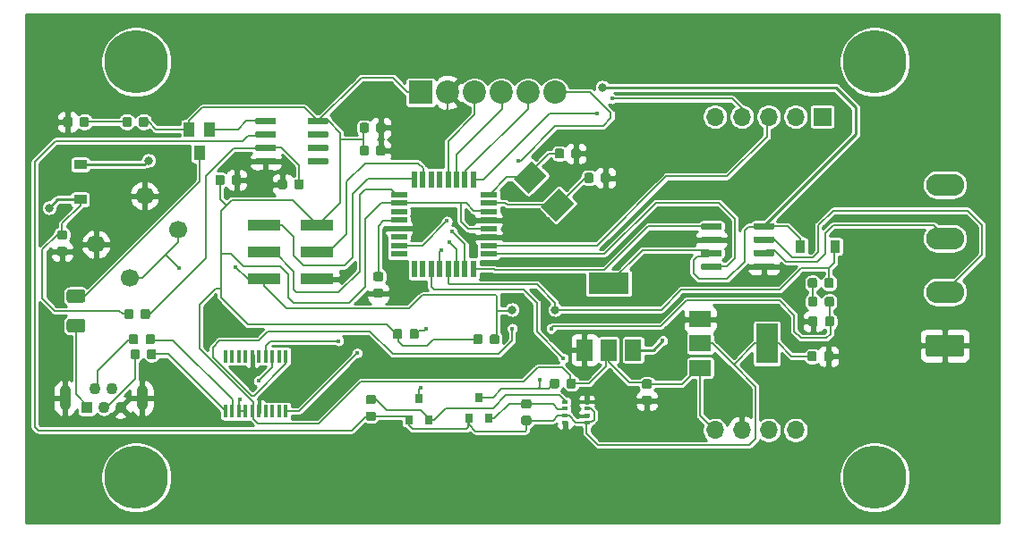
<source format=gbr>
G04 #@! TF.GenerationSoftware,KiCad,Pcbnew,(5.1.5)-3*
G04 #@! TF.CreationDate,2020-09-22T11:09:55+01:00*
G04 #@! TF.ProjectId,sensor_node_PCB,73656e73-6f72-45f6-9e6f-64655f504342,rev?*
G04 #@! TF.SameCoordinates,Original*
G04 #@! TF.FileFunction,Copper,L1,Top*
G04 #@! TF.FilePolarity,Positive*
%FSLAX46Y46*%
G04 Gerber Fmt 4.6, Leading zero omitted, Abs format (unit mm)*
G04 Created by KiCad (PCBNEW (5.1.5)-3) date 2020-09-22 11:09:55*
%MOMM*%
%LPD*%
G04 APERTURE LIST*
%ADD10C,6.000000*%
%ADD11R,1.600000X0.550000*%
%ADD12R,0.550000X1.600000*%
%ADD13C,0.100000*%
%ADD14R,1.200000X0.900000*%
%ADD15R,0.900000X1.200000*%
%ADD16R,3.150000X1.000000*%
%ADD17O,3.600000X2.080000*%
%ADD18R,2.200000X2.200000*%
%ADD19C,2.200000*%
%ADD20R,1.000000X1.400000*%
%ADD21R,0.800000X0.900000*%
%ADD22C,1.700000*%
%ADD23R,3.800000X2.000000*%
%ADD24R,1.500000X2.000000*%
%ADD25R,0.400000X1.200000*%
%ADD26R,2.000000X1.500000*%
%ADD27R,2.000000X3.800000*%
%ADD28R,0.500000X0.350000*%
%ADD29R,1.700000X1.700000*%
%ADD30O,1.700000X1.700000*%
%ADD31R,1.100000X1.100000*%
%ADD32C,1.100000*%
%ADD33O,1.100000X2.400000*%
%ADD34C,0.800000*%
%ADD35C,0.450000*%
%ADD36C,0.127000*%
%ADD37C,0.250000*%
%ADD38C,0.254000*%
G04 APERTURE END LIST*
D10*
X118110000Y-128270000D03*
X187960000Y-128270000D03*
X187960000Y-88900000D03*
X118110000Y-88900000D03*
D11*
X151450000Y-107100000D03*
X151450000Y-106300000D03*
X151450000Y-105500000D03*
X151450000Y-104700000D03*
X151450000Y-103900000D03*
X151450000Y-103100000D03*
X151450000Y-102300000D03*
X151450000Y-101500000D03*
D12*
X150000000Y-100050000D03*
X149200000Y-100050000D03*
X148400000Y-100050000D03*
X147600000Y-100050000D03*
X146800000Y-100050000D03*
X146000000Y-100050000D03*
X145200000Y-100050000D03*
X144400000Y-100050000D03*
D11*
X142950000Y-101500000D03*
X142950000Y-102300000D03*
X142950000Y-103100000D03*
X142950000Y-103900000D03*
X142950000Y-104700000D03*
X142950000Y-105500000D03*
X142950000Y-106300000D03*
X142950000Y-107100000D03*
D12*
X144400000Y-108550000D03*
X145200000Y-108550000D03*
X146000000Y-108550000D03*
X146800000Y-108550000D03*
X147600000Y-108550000D03*
X148400000Y-108550000D03*
X149200000Y-108550000D03*
X150000000Y-108550000D03*
G04 #@! TA.AperFunction,SMDPad,CuDef*
D13*
G36*
X139907691Y-94677053D02*
G01*
X139928926Y-94680203D01*
X139949750Y-94685419D01*
X139969962Y-94692651D01*
X139989368Y-94701830D01*
X140007781Y-94712866D01*
X140025024Y-94725654D01*
X140040930Y-94740070D01*
X140055346Y-94755976D01*
X140068134Y-94773219D01*
X140079170Y-94791632D01*
X140088349Y-94811038D01*
X140095581Y-94831250D01*
X140100797Y-94852074D01*
X140103947Y-94873309D01*
X140105000Y-94894750D01*
X140105000Y-95407250D01*
X140103947Y-95428691D01*
X140100797Y-95449926D01*
X140095581Y-95470750D01*
X140088349Y-95490962D01*
X140079170Y-95510368D01*
X140068134Y-95528781D01*
X140055346Y-95546024D01*
X140040930Y-95561930D01*
X140025024Y-95576346D01*
X140007781Y-95589134D01*
X139989368Y-95600170D01*
X139969962Y-95609349D01*
X139949750Y-95616581D01*
X139928926Y-95621797D01*
X139907691Y-95624947D01*
X139886250Y-95626000D01*
X139448750Y-95626000D01*
X139427309Y-95624947D01*
X139406074Y-95621797D01*
X139385250Y-95616581D01*
X139365038Y-95609349D01*
X139345632Y-95600170D01*
X139327219Y-95589134D01*
X139309976Y-95576346D01*
X139294070Y-95561930D01*
X139279654Y-95546024D01*
X139266866Y-95528781D01*
X139255830Y-95510368D01*
X139246651Y-95490962D01*
X139239419Y-95470750D01*
X139234203Y-95449926D01*
X139231053Y-95428691D01*
X139230000Y-95407250D01*
X139230000Y-94894750D01*
X139231053Y-94873309D01*
X139234203Y-94852074D01*
X139239419Y-94831250D01*
X139246651Y-94811038D01*
X139255830Y-94791632D01*
X139266866Y-94773219D01*
X139279654Y-94755976D01*
X139294070Y-94740070D01*
X139309976Y-94725654D01*
X139327219Y-94712866D01*
X139345632Y-94701830D01*
X139365038Y-94692651D01*
X139385250Y-94685419D01*
X139406074Y-94680203D01*
X139427309Y-94677053D01*
X139448750Y-94676000D01*
X139886250Y-94676000D01*
X139907691Y-94677053D01*
G37*
G04 #@! TD.AperFunction*
G04 #@! TA.AperFunction,SMDPad,CuDef*
G36*
X141482691Y-94677053D02*
G01*
X141503926Y-94680203D01*
X141524750Y-94685419D01*
X141544962Y-94692651D01*
X141564368Y-94701830D01*
X141582781Y-94712866D01*
X141600024Y-94725654D01*
X141615930Y-94740070D01*
X141630346Y-94755976D01*
X141643134Y-94773219D01*
X141654170Y-94791632D01*
X141663349Y-94811038D01*
X141670581Y-94831250D01*
X141675797Y-94852074D01*
X141678947Y-94873309D01*
X141680000Y-94894750D01*
X141680000Y-95407250D01*
X141678947Y-95428691D01*
X141675797Y-95449926D01*
X141670581Y-95470750D01*
X141663349Y-95490962D01*
X141654170Y-95510368D01*
X141643134Y-95528781D01*
X141630346Y-95546024D01*
X141615930Y-95561930D01*
X141600024Y-95576346D01*
X141582781Y-95589134D01*
X141564368Y-95600170D01*
X141544962Y-95609349D01*
X141524750Y-95616581D01*
X141503926Y-95621797D01*
X141482691Y-95624947D01*
X141461250Y-95626000D01*
X141023750Y-95626000D01*
X141002309Y-95624947D01*
X140981074Y-95621797D01*
X140960250Y-95616581D01*
X140940038Y-95609349D01*
X140920632Y-95600170D01*
X140902219Y-95589134D01*
X140884976Y-95576346D01*
X140869070Y-95561930D01*
X140854654Y-95546024D01*
X140841866Y-95528781D01*
X140830830Y-95510368D01*
X140821651Y-95490962D01*
X140814419Y-95470750D01*
X140809203Y-95449926D01*
X140806053Y-95428691D01*
X140805000Y-95407250D01*
X140805000Y-94894750D01*
X140806053Y-94873309D01*
X140809203Y-94852074D01*
X140814419Y-94831250D01*
X140821651Y-94811038D01*
X140830830Y-94791632D01*
X140841866Y-94773219D01*
X140854654Y-94755976D01*
X140869070Y-94740070D01*
X140884976Y-94725654D01*
X140902219Y-94712866D01*
X140920632Y-94701830D01*
X140940038Y-94692651D01*
X140960250Y-94685419D01*
X140981074Y-94680203D01*
X141002309Y-94677053D01*
X141023750Y-94676000D01*
X141461250Y-94676000D01*
X141482691Y-94677053D01*
G37*
G04 #@! TD.AperFunction*
G04 #@! TA.AperFunction,SMDPad,CuDef*
G36*
X111377691Y-106438553D02*
G01*
X111398926Y-106441703D01*
X111419750Y-106446919D01*
X111439962Y-106454151D01*
X111459368Y-106463330D01*
X111477781Y-106474366D01*
X111495024Y-106487154D01*
X111510930Y-106501570D01*
X111525346Y-106517476D01*
X111538134Y-106534719D01*
X111549170Y-106553132D01*
X111558349Y-106572538D01*
X111565581Y-106592750D01*
X111570797Y-106613574D01*
X111573947Y-106634809D01*
X111575000Y-106656250D01*
X111575000Y-107093750D01*
X111573947Y-107115191D01*
X111570797Y-107136426D01*
X111565581Y-107157250D01*
X111558349Y-107177462D01*
X111549170Y-107196868D01*
X111538134Y-107215281D01*
X111525346Y-107232524D01*
X111510930Y-107248430D01*
X111495024Y-107262846D01*
X111477781Y-107275634D01*
X111459368Y-107286670D01*
X111439962Y-107295849D01*
X111419750Y-107303081D01*
X111398926Y-107308297D01*
X111377691Y-107311447D01*
X111356250Y-107312500D01*
X110843750Y-107312500D01*
X110822309Y-107311447D01*
X110801074Y-107308297D01*
X110780250Y-107303081D01*
X110760038Y-107295849D01*
X110740632Y-107286670D01*
X110722219Y-107275634D01*
X110704976Y-107262846D01*
X110689070Y-107248430D01*
X110674654Y-107232524D01*
X110661866Y-107215281D01*
X110650830Y-107196868D01*
X110641651Y-107177462D01*
X110634419Y-107157250D01*
X110629203Y-107136426D01*
X110626053Y-107115191D01*
X110625000Y-107093750D01*
X110625000Y-106656250D01*
X110626053Y-106634809D01*
X110629203Y-106613574D01*
X110634419Y-106592750D01*
X110641651Y-106572538D01*
X110650830Y-106553132D01*
X110661866Y-106534719D01*
X110674654Y-106517476D01*
X110689070Y-106501570D01*
X110704976Y-106487154D01*
X110722219Y-106474366D01*
X110740632Y-106463330D01*
X110760038Y-106454151D01*
X110780250Y-106446919D01*
X110801074Y-106441703D01*
X110822309Y-106438553D01*
X110843750Y-106437500D01*
X111356250Y-106437500D01*
X111377691Y-106438553D01*
G37*
G04 #@! TD.AperFunction*
G04 #@! TA.AperFunction,SMDPad,CuDef*
G36*
X111377691Y-104863553D02*
G01*
X111398926Y-104866703D01*
X111419750Y-104871919D01*
X111439962Y-104879151D01*
X111459368Y-104888330D01*
X111477781Y-104899366D01*
X111495024Y-104912154D01*
X111510930Y-104926570D01*
X111525346Y-104942476D01*
X111538134Y-104959719D01*
X111549170Y-104978132D01*
X111558349Y-104997538D01*
X111565581Y-105017750D01*
X111570797Y-105038574D01*
X111573947Y-105059809D01*
X111575000Y-105081250D01*
X111575000Y-105518750D01*
X111573947Y-105540191D01*
X111570797Y-105561426D01*
X111565581Y-105582250D01*
X111558349Y-105602462D01*
X111549170Y-105621868D01*
X111538134Y-105640281D01*
X111525346Y-105657524D01*
X111510930Y-105673430D01*
X111495024Y-105687846D01*
X111477781Y-105700634D01*
X111459368Y-105711670D01*
X111439962Y-105720849D01*
X111419750Y-105728081D01*
X111398926Y-105733297D01*
X111377691Y-105736447D01*
X111356250Y-105737500D01*
X110843750Y-105737500D01*
X110822309Y-105736447D01*
X110801074Y-105733297D01*
X110780250Y-105728081D01*
X110760038Y-105720849D01*
X110740632Y-105711670D01*
X110722219Y-105700634D01*
X110704976Y-105687846D01*
X110689070Y-105673430D01*
X110674654Y-105657524D01*
X110661866Y-105640281D01*
X110650830Y-105621868D01*
X110641651Y-105602462D01*
X110634419Y-105582250D01*
X110629203Y-105561426D01*
X110626053Y-105540191D01*
X110625000Y-105518750D01*
X110625000Y-105081250D01*
X110626053Y-105059809D01*
X110629203Y-105038574D01*
X110634419Y-105017750D01*
X110641651Y-104997538D01*
X110650830Y-104978132D01*
X110661866Y-104959719D01*
X110674654Y-104942476D01*
X110689070Y-104926570D01*
X110704976Y-104912154D01*
X110722219Y-104899366D01*
X110740632Y-104888330D01*
X110760038Y-104879151D01*
X110780250Y-104871919D01*
X110801074Y-104866703D01*
X110822309Y-104863553D01*
X110843750Y-104862500D01*
X111356250Y-104862500D01*
X111377691Y-104863553D01*
G37*
G04 #@! TD.AperFunction*
G04 #@! TA.AperFunction,SMDPad,CuDef*
G36*
X139907691Y-96836053D02*
G01*
X139928926Y-96839203D01*
X139949750Y-96844419D01*
X139969962Y-96851651D01*
X139989368Y-96860830D01*
X140007781Y-96871866D01*
X140025024Y-96884654D01*
X140040930Y-96899070D01*
X140055346Y-96914976D01*
X140068134Y-96932219D01*
X140079170Y-96950632D01*
X140088349Y-96970038D01*
X140095581Y-96990250D01*
X140100797Y-97011074D01*
X140103947Y-97032309D01*
X140105000Y-97053750D01*
X140105000Y-97566250D01*
X140103947Y-97587691D01*
X140100797Y-97608926D01*
X140095581Y-97629750D01*
X140088349Y-97649962D01*
X140079170Y-97669368D01*
X140068134Y-97687781D01*
X140055346Y-97705024D01*
X140040930Y-97720930D01*
X140025024Y-97735346D01*
X140007781Y-97748134D01*
X139989368Y-97759170D01*
X139969962Y-97768349D01*
X139949750Y-97775581D01*
X139928926Y-97780797D01*
X139907691Y-97783947D01*
X139886250Y-97785000D01*
X139448750Y-97785000D01*
X139427309Y-97783947D01*
X139406074Y-97780797D01*
X139385250Y-97775581D01*
X139365038Y-97768349D01*
X139345632Y-97759170D01*
X139327219Y-97748134D01*
X139309976Y-97735346D01*
X139294070Y-97720930D01*
X139279654Y-97705024D01*
X139266866Y-97687781D01*
X139255830Y-97669368D01*
X139246651Y-97649962D01*
X139239419Y-97629750D01*
X139234203Y-97608926D01*
X139231053Y-97587691D01*
X139230000Y-97566250D01*
X139230000Y-97053750D01*
X139231053Y-97032309D01*
X139234203Y-97011074D01*
X139239419Y-96990250D01*
X139246651Y-96970038D01*
X139255830Y-96950632D01*
X139266866Y-96932219D01*
X139279654Y-96914976D01*
X139294070Y-96899070D01*
X139309976Y-96884654D01*
X139327219Y-96871866D01*
X139345632Y-96860830D01*
X139365038Y-96851651D01*
X139385250Y-96844419D01*
X139406074Y-96839203D01*
X139427309Y-96836053D01*
X139448750Y-96835000D01*
X139886250Y-96835000D01*
X139907691Y-96836053D01*
G37*
G04 #@! TD.AperFunction*
G04 #@! TA.AperFunction,SMDPad,CuDef*
G36*
X141482691Y-96836053D02*
G01*
X141503926Y-96839203D01*
X141524750Y-96844419D01*
X141544962Y-96851651D01*
X141564368Y-96860830D01*
X141582781Y-96871866D01*
X141600024Y-96884654D01*
X141615930Y-96899070D01*
X141630346Y-96914976D01*
X141643134Y-96932219D01*
X141654170Y-96950632D01*
X141663349Y-96970038D01*
X141670581Y-96990250D01*
X141675797Y-97011074D01*
X141678947Y-97032309D01*
X141680000Y-97053750D01*
X141680000Y-97566250D01*
X141678947Y-97587691D01*
X141675797Y-97608926D01*
X141670581Y-97629750D01*
X141663349Y-97649962D01*
X141654170Y-97669368D01*
X141643134Y-97687781D01*
X141630346Y-97705024D01*
X141615930Y-97720930D01*
X141600024Y-97735346D01*
X141582781Y-97748134D01*
X141564368Y-97759170D01*
X141544962Y-97768349D01*
X141524750Y-97775581D01*
X141503926Y-97780797D01*
X141482691Y-97783947D01*
X141461250Y-97785000D01*
X141023750Y-97785000D01*
X141002309Y-97783947D01*
X140981074Y-97780797D01*
X140960250Y-97775581D01*
X140940038Y-97768349D01*
X140920632Y-97759170D01*
X140902219Y-97748134D01*
X140884976Y-97735346D01*
X140869070Y-97720930D01*
X140854654Y-97705024D01*
X140841866Y-97687781D01*
X140830830Y-97669368D01*
X140821651Y-97649962D01*
X140814419Y-97629750D01*
X140809203Y-97608926D01*
X140806053Y-97587691D01*
X140805000Y-97566250D01*
X140805000Y-97053750D01*
X140806053Y-97032309D01*
X140809203Y-97011074D01*
X140814419Y-96990250D01*
X140821651Y-96970038D01*
X140830830Y-96950632D01*
X140841866Y-96932219D01*
X140854654Y-96914976D01*
X140869070Y-96899070D01*
X140884976Y-96884654D01*
X140902219Y-96871866D01*
X140920632Y-96860830D01*
X140940038Y-96851651D01*
X140960250Y-96844419D01*
X140981074Y-96839203D01*
X141002309Y-96836053D01*
X141023750Y-96835000D01*
X141461250Y-96835000D01*
X141482691Y-96836053D01*
G37*
G04 #@! TD.AperFunction*
G04 #@! TA.AperFunction,SMDPad,CuDef*
G36*
X127840191Y-99626053D02*
G01*
X127861426Y-99629203D01*
X127882250Y-99634419D01*
X127902462Y-99641651D01*
X127921868Y-99650830D01*
X127940281Y-99661866D01*
X127957524Y-99674654D01*
X127973430Y-99689070D01*
X127987846Y-99704976D01*
X128000634Y-99722219D01*
X128011670Y-99740632D01*
X128020849Y-99760038D01*
X128028081Y-99780250D01*
X128033297Y-99801074D01*
X128036447Y-99822309D01*
X128037500Y-99843750D01*
X128037500Y-100356250D01*
X128036447Y-100377691D01*
X128033297Y-100398926D01*
X128028081Y-100419750D01*
X128020849Y-100439962D01*
X128011670Y-100459368D01*
X128000634Y-100477781D01*
X127987846Y-100495024D01*
X127973430Y-100510930D01*
X127957524Y-100525346D01*
X127940281Y-100538134D01*
X127921868Y-100549170D01*
X127902462Y-100558349D01*
X127882250Y-100565581D01*
X127861426Y-100570797D01*
X127840191Y-100573947D01*
X127818750Y-100575000D01*
X127381250Y-100575000D01*
X127359809Y-100573947D01*
X127338574Y-100570797D01*
X127317750Y-100565581D01*
X127297538Y-100558349D01*
X127278132Y-100549170D01*
X127259719Y-100538134D01*
X127242476Y-100525346D01*
X127226570Y-100510930D01*
X127212154Y-100495024D01*
X127199366Y-100477781D01*
X127188330Y-100459368D01*
X127179151Y-100439962D01*
X127171919Y-100419750D01*
X127166703Y-100398926D01*
X127163553Y-100377691D01*
X127162500Y-100356250D01*
X127162500Y-99843750D01*
X127163553Y-99822309D01*
X127166703Y-99801074D01*
X127171919Y-99780250D01*
X127179151Y-99760038D01*
X127188330Y-99740632D01*
X127199366Y-99722219D01*
X127212154Y-99704976D01*
X127226570Y-99689070D01*
X127242476Y-99674654D01*
X127259719Y-99661866D01*
X127278132Y-99650830D01*
X127297538Y-99641651D01*
X127317750Y-99634419D01*
X127338574Y-99629203D01*
X127359809Y-99626053D01*
X127381250Y-99625000D01*
X127818750Y-99625000D01*
X127840191Y-99626053D01*
G37*
G04 #@! TD.AperFunction*
G04 #@! TA.AperFunction,SMDPad,CuDef*
G36*
X126265191Y-99626053D02*
G01*
X126286426Y-99629203D01*
X126307250Y-99634419D01*
X126327462Y-99641651D01*
X126346868Y-99650830D01*
X126365281Y-99661866D01*
X126382524Y-99674654D01*
X126398430Y-99689070D01*
X126412846Y-99704976D01*
X126425634Y-99722219D01*
X126436670Y-99740632D01*
X126445849Y-99760038D01*
X126453081Y-99780250D01*
X126458297Y-99801074D01*
X126461447Y-99822309D01*
X126462500Y-99843750D01*
X126462500Y-100356250D01*
X126461447Y-100377691D01*
X126458297Y-100398926D01*
X126453081Y-100419750D01*
X126445849Y-100439962D01*
X126436670Y-100459368D01*
X126425634Y-100477781D01*
X126412846Y-100495024D01*
X126398430Y-100510930D01*
X126382524Y-100525346D01*
X126365281Y-100538134D01*
X126346868Y-100549170D01*
X126327462Y-100558349D01*
X126307250Y-100565581D01*
X126286426Y-100570797D01*
X126265191Y-100573947D01*
X126243750Y-100575000D01*
X125806250Y-100575000D01*
X125784809Y-100573947D01*
X125763574Y-100570797D01*
X125742750Y-100565581D01*
X125722538Y-100558349D01*
X125703132Y-100549170D01*
X125684719Y-100538134D01*
X125667476Y-100525346D01*
X125651570Y-100510930D01*
X125637154Y-100495024D01*
X125624366Y-100477781D01*
X125613330Y-100459368D01*
X125604151Y-100439962D01*
X125596919Y-100419750D01*
X125591703Y-100398926D01*
X125588553Y-100377691D01*
X125587500Y-100356250D01*
X125587500Y-99843750D01*
X125588553Y-99822309D01*
X125591703Y-99801074D01*
X125596919Y-99780250D01*
X125604151Y-99760038D01*
X125613330Y-99740632D01*
X125624366Y-99722219D01*
X125637154Y-99704976D01*
X125651570Y-99689070D01*
X125667476Y-99674654D01*
X125684719Y-99661866D01*
X125703132Y-99650830D01*
X125722538Y-99641651D01*
X125742750Y-99634419D01*
X125763574Y-99629203D01*
X125784809Y-99626053D01*
X125806250Y-99625000D01*
X126243750Y-99625000D01*
X126265191Y-99626053D01*
G37*
G04 #@! TD.AperFunction*
G04 #@! TA.AperFunction,SMDPad,CuDef*
G36*
X166677691Y-118988553D02*
G01*
X166698926Y-118991703D01*
X166719750Y-118996919D01*
X166739962Y-119004151D01*
X166759368Y-119013330D01*
X166777781Y-119024366D01*
X166795024Y-119037154D01*
X166810930Y-119051570D01*
X166825346Y-119067476D01*
X166838134Y-119084719D01*
X166849170Y-119103132D01*
X166858349Y-119122538D01*
X166865581Y-119142750D01*
X166870797Y-119163574D01*
X166873947Y-119184809D01*
X166875000Y-119206250D01*
X166875000Y-119643750D01*
X166873947Y-119665191D01*
X166870797Y-119686426D01*
X166865581Y-119707250D01*
X166858349Y-119727462D01*
X166849170Y-119746868D01*
X166838134Y-119765281D01*
X166825346Y-119782524D01*
X166810930Y-119798430D01*
X166795024Y-119812846D01*
X166777781Y-119825634D01*
X166759368Y-119836670D01*
X166739962Y-119845849D01*
X166719750Y-119853081D01*
X166698926Y-119858297D01*
X166677691Y-119861447D01*
X166656250Y-119862500D01*
X166143750Y-119862500D01*
X166122309Y-119861447D01*
X166101074Y-119858297D01*
X166080250Y-119853081D01*
X166060038Y-119845849D01*
X166040632Y-119836670D01*
X166022219Y-119825634D01*
X166004976Y-119812846D01*
X165989070Y-119798430D01*
X165974654Y-119782524D01*
X165961866Y-119765281D01*
X165950830Y-119746868D01*
X165941651Y-119727462D01*
X165934419Y-119707250D01*
X165929203Y-119686426D01*
X165926053Y-119665191D01*
X165925000Y-119643750D01*
X165925000Y-119206250D01*
X165926053Y-119184809D01*
X165929203Y-119163574D01*
X165934419Y-119142750D01*
X165941651Y-119122538D01*
X165950830Y-119103132D01*
X165961866Y-119084719D01*
X165974654Y-119067476D01*
X165989070Y-119051570D01*
X166004976Y-119037154D01*
X166022219Y-119024366D01*
X166040632Y-119013330D01*
X166060038Y-119004151D01*
X166080250Y-118996919D01*
X166101074Y-118991703D01*
X166122309Y-118988553D01*
X166143750Y-118987500D01*
X166656250Y-118987500D01*
X166677691Y-118988553D01*
G37*
G04 #@! TD.AperFunction*
G04 #@! TA.AperFunction,SMDPad,CuDef*
G36*
X166677691Y-120563553D02*
G01*
X166698926Y-120566703D01*
X166719750Y-120571919D01*
X166739962Y-120579151D01*
X166759368Y-120588330D01*
X166777781Y-120599366D01*
X166795024Y-120612154D01*
X166810930Y-120626570D01*
X166825346Y-120642476D01*
X166838134Y-120659719D01*
X166849170Y-120678132D01*
X166858349Y-120697538D01*
X166865581Y-120717750D01*
X166870797Y-120738574D01*
X166873947Y-120759809D01*
X166875000Y-120781250D01*
X166875000Y-121218750D01*
X166873947Y-121240191D01*
X166870797Y-121261426D01*
X166865581Y-121282250D01*
X166858349Y-121302462D01*
X166849170Y-121321868D01*
X166838134Y-121340281D01*
X166825346Y-121357524D01*
X166810930Y-121373430D01*
X166795024Y-121387846D01*
X166777781Y-121400634D01*
X166759368Y-121411670D01*
X166739962Y-121420849D01*
X166719750Y-121428081D01*
X166698926Y-121433297D01*
X166677691Y-121436447D01*
X166656250Y-121437500D01*
X166143750Y-121437500D01*
X166122309Y-121436447D01*
X166101074Y-121433297D01*
X166080250Y-121428081D01*
X166060038Y-121420849D01*
X166040632Y-121411670D01*
X166022219Y-121400634D01*
X166004976Y-121387846D01*
X165989070Y-121373430D01*
X165974654Y-121357524D01*
X165961866Y-121340281D01*
X165950830Y-121321868D01*
X165941651Y-121302462D01*
X165934419Y-121282250D01*
X165929203Y-121261426D01*
X165926053Y-121240191D01*
X165925000Y-121218750D01*
X165925000Y-120781250D01*
X165926053Y-120759809D01*
X165929203Y-120738574D01*
X165934419Y-120717750D01*
X165941651Y-120697538D01*
X165950830Y-120678132D01*
X165961866Y-120659719D01*
X165974654Y-120642476D01*
X165989070Y-120626570D01*
X166004976Y-120612154D01*
X166022219Y-120599366D01*
X166040632Y-120588330D01*
X166060038Y-120579151D01*
X166080250Y-120571919D01*
X166101074Y-120566703D01*
X166122309Y-120563553D01*
X166143750Y-120562500D01*
X166656250Y-120562500D01*
X166677691Y-120563553D01*
G37*
G04 #@! TD.AperFunction*
G04 #@! TA.AperFunction,SMDPad,CuDef*
G36*
X182265191Y-116326053D02*
G01*
X182286426Y-116329203D01*
X182307250Y-116334419D01*
X182327462Y-116341651D01*
X182346868Y-116350830D01*
X182365281Y-116361866D01*
X182382524Y-116374654D01*
X182398430Y-116389070D01*
X182412846Y-116404976D01*
X182425634Y-116422219D01*
X182436670Y-116440632D01*
X182445849Y-116460038D01*
X182453081Y-116480250D01*
X182458297Y-116501074D01*
X182461447Y-116522309D01*
X182462500Y-116543750D01*
X182462500Y-117056250D01*
X182461447Y-117077691D01*
X182458297Y-117098926D01*
X182453081Y-117119750D01*
X182445849Y-117139962D01*
X182436670Y-117159368D01*
X182425634Y-117177781D01*
X182412846Y-117195024D01*
X182398430Y-117210930D01*
X182382524Y-117225346D01*
X182365281Y-117238134D01*
X182346868Y-117249170D01*
X182327462Y-117258349D01*
X182307250Y-117265581D01*
X182286426Y-117270797D01*
X182265191Y-117273947D01*
X182243750Y-117275000D01*
X181806250Y-117275000D01*
X181784809Y-117273947D01*
X181763574Y-117270797D01*
X181742750Y-117265581D01*
X181722538Y-117258349D01*
X181703132Y-117249170D01*
X181684719Y-117238134D01*
X181667476Y-117225346D01*
X181651570Y-117210930D01*
X181637154Y-117195024D01*
X181624366Y-117177781D01*
X181613330Y-117159368D01*
X181604151Y-117139962D01*
X181596919Y-117119750D01*
X181591703Y-117098926D01*
X181588553Y-117077691D01*
X181587500Y-117056250D01*
X181587500Y-116543750D01*
X181588553Y-116522309D01*
X181591703Y-116501074D01*
X181596919Y-116480250D01*
X181604151Y-116460038D01*
X181613330Y-116440632D01*
X181624366Y-116422219D01*
X181637154Y-116404976D01*
X181651570Y-116389070D01*
X181667476Y-116374654D01*
X181684719Y-116361866D01*
X181703132Y-116350830D01*
X181722538Y-116341651D01*
X181742750Y-116334419D01*
X181763574Y-116329203D01*
X181784809Y-116326053D01*
X181806250Y-116325000D01*
X182243750Y-116325000D01*
X182265191Y-116326053D01*
G37*
G04 #@! TD.AperFunction*
G04 #@! TA.AperFunction,SMDPad,CuDef*
G36*
X183840191Y-116326053D02*
G01*
X183861426Y-116329203D01*
X183882250Y-116334419D01*
X183902462Y-116341651D01*
X183921868Y-116350830D01*
X183940281Y-116361866D01*
X183957524Y-116374654D01*
X183973430Y-116389070D01*
X183987846Y-116404976D01*
X184000634Y-116422219D01*
X184011670Y-116440632D01*
X184020849Y-116460038D01*
X184028081Y-116480250D01*
X184033297Y-116501074D01*
X184036447Y-116522309D01*
X184037500Y-116543750D01*
X184037500Y-117056250D01*
X184036447Y-117077691D01*
X184033297Y-117098926D01*
X184028081Y-117119750D01*
X184020849Y-117139962D01*
X184011670Y-117159368D01*
X184000634Y-117177781D01*
X183987846Y-117195024D01*
X183973430Y-117210930D01*
X183957524Y-117225346D01*
X183940281Y-117238134D01*
X183921868Y-117249170D01*
X183902462Y-117258349D01*
X183882250Y-117265581D01*
X183861426Y-117270797D01*
X183840191Y-117273947D01*
X183818750Y-117275000D01*
X183381250Y-117275000D01*
X183359809Y-117273947D01*
X183338574Y-117270797D01*
X183317750Y-117265581D01*
X183297538Y-117258349D01*
X183278132Y-117249170D01*
X183259719Y-117238134D01*
X183242476Y-117225346D01*
X183226570Y-117210930D01*
X183212154Y-117195024D01*
X183199366Y-117177781D01*
X183188330Y-117159368D01*
X183179151Y-117139962D01*
X183171919Y-117119750D01*
X183166703Y-117098926D01*
X183163553Y-117077691D01*
X183162500Y-117056250D01*
X183162500Y-116543750D01*
X183163553Y-116522309D01*
X183166703Y-116501074D01*
X183171919Y-116480250D01*
X183179151Y-116460038D01*
X183188330Y-116440632D01*
X183199366Y-116422219D01*
X183212154Y-116404976D01*
X183226570Y-116389070D01*
X183242476Y-116374654D01*
X183259719Y-116361866D01*
X183278132Y-116350830D01*
X183297538Y-116341651D01*
X183317750Y-116334419D01*
X183338574Y-116329203D01*
X183359809Y-116326053D01*
X183381250Y-116325000D01*
X183818750Y-116325000D01*
X183840191Y-116326053D01*
G37*
G04 #@! TD.AperFunction*
G04 #@! TA.AperFunction,SMDPad,CuDef*
G36*
X183915191Y-111159053D02*
G01*
X183936426Y-111162203D01*
X183957250Y-111167419D01*
X183977462Y-111174651D01*
X183996868Y-111183830D01*
X184015281Y-111194866D01*
X184032524Y-111207654D01*
X184048430Y-111222070D01*
X184062846Y-111237976D01*
X184075634Y-111255219D01*
X184086670Y-111273632D01*
X184095849Y-111293038D01*
X184103081Y-111313250D01*
X184108297Y-111334074D01*
X184111447Y-111355309D01*
X184112500Y-111376750D01*
X184112500Y-111889250D01*
X184111447Y-111910691D01*
X184108297Y-111931926D01*
X184103081Y-111952750D01*
X184095849Y-111972962D01*
X184086670Y-111992368D01*
X184075634Y-112010781D01*
X184062846Y-112028024D01*
X184048430Y-112043930D01*
X184032524Y-112058346D01*
X184015281Y-112071134D01*
X183996868Y-112082170D01*
X183977462Y-112091349D01*
X183957250Y-112098581D01*
X183936426Y-112103797D01*
X183915191Y-112106947D01*
X183893750Y-112108000D01*
X183456250Y-112108000D01*
X183434809Y-112106947D01*
X183413574Y-112103797D01*
X183392750Y-112098581D01*
X183372538Y-112091349D01*
X183353132Y-112082170D01*
X183334719Y-112071134D01*
X183317476Y-112058346D01*
X183301570Y-112043930D01*
X183287154Y-112028024D01*
X183274366Y-112010781D01*
X183263330Y-111992368D01*
X183254151Y-111972962D01*
X183246919Y-111952750D01*
X183241703Y-111931926D01*
X183238553Y-111910691D01*
X183237500Y-111889250D01*
X183237500Y-111376750D01*
X183238553Y-111355309D01*
X183241703Y-111334074D01*
X183246919Y-111313250D01*
X183254151Y-111293038D01*
X183263330Y-111273632D01*
X183274366Y-111255219D01*
X183287154Y-111237976D01*
X183301570Y-111222070D01*
X183317476Y-111207654D01*
X183334719Y-111194866D01*
X183353132Y-111183830D01*
X183372538Y-111174651D01*
X183392750Y-111167419D01*
X183413574Y-111162203D01*
X183434809Y-111159053D01*
X183456250Y-111158000D01*
X183893750Y-111158000D01*
X183915191Y-111159053D01*
G37*
G04 #@! TD.AperFunction*
G04 #@! TA.AperFunction,SMDPad,CuDef*
G36*
X182340191Y-111159053D02*
G01*
X182361426Y-111162203D01*
X182382250Y-111167419D01*
X182402462Y-111174651D01*
X182421868Y-111183830D01*
X182440281Y-111194866D01*
X182457524Y-111207654D01*
X182473430Y-111222070D01*
X182487846Y-111237976D01*
X182500634Y-111255219D01*
X182511670Y-111273632D01*
X182520849Y-111293038D01*
X182528081Y-111313250D01*
X182533297Y-111334074D01*
X182536447Y-111355309D01*
X182537500Y-111376750D01*
X182537500Y-111889250D01*
X182536447Y-111910691D01*
X182533297Y-111931926D01*
X182528081Y-111952750D01*
X182520849Y-111972962D01*
X182511670Y-111992368D01*
X182500634Y-112010781D01*
X182487846Y-112028024D01*
X182473430Y-112043930D01*
X182457524Y-112058346D01*
X182440281Y-112071134D01*
X182421868Y-112082170D01*
X182402462Y-112091349D01*
X182382250Y-112098581D01*
X182361426Y-112103797D01*
X182340191Y-112106947D01*
X182318750Y-112108000D01*
X181881250Y-112108000D01*
X181859809Y-112106947D01*
X181838574Y-112103797D01*
X181817750Y-112098581D01*
X181797538Y-112091349D01*
X181778132Y-112082170D01*
X181759719Y-112071134D01*
X181742476Y-112058346D01*
X181726570Y-112043930D01*
X181712154Y-112028024D01*
X181699366Y-112010781D01*
X181688330Y-111992368D01*
X181679151Y-111972962D01*
X181671919Y-111952750D01*
X181666703Y-111931926D01*
X181663553Y-111910691D01*
X181662500Y-111889250D01*
X181662500Y-111376750D01*
X181663553Y-111355309D01*
X181666703Y-111334074D01*
X181671919Y-111313250D01*
X181679151Y-111293038D01*
X181688330Y-111273632D01*
X181699366Y-111255219D01*
X181712154Y-111237976D01*
X181726570Y-111222070D01*
X181742476Y-111207654D01*
X181759719Y-111194866D01*
X181778132Y-111183830D01*
X181797538Y-111174651D01*
X181817750Y-111167419D01*
X181838574Y-111162203D01*
X181859809Y-111159053D01*
X181881250Y-111158000D01*
X182318750Y-111158000D01*
X182340191Y-111159053D01*
G37*
G04 #@! TD.AperFunction*
D14*
X112800000Y-101950000D03*
X112800000Y-98650000D03*
G04 #@! TA.AperFunction,SMDPad,CuDef*
D13*
G36*
X111865191Y-94126053D02*
G01*
X111886426Y-94129203D01*
X111907250Y-94134419D01*
X111927462Y-94141651D01*
X111946868Y-94150830D01*
X111965281Y-94161866D01*
X111982524Y-94174654D01*
X111998430Y-94189070D01*
X112012846Y-94204976D01*
X112025634Y-94222219D01*
X112036670Y-94240632D01*
X112045849Y-94260038D01*
X112053081Y-94280250D01*
X112058297Y-94301074D01*
X112061447Y-94322309D01*
X112062500Y-94343750D01*
X112062500Y-94856250D01*
X112061447Y-94877691D01*
X112058297Y-94898926D01*
X112053081Y-94919750D01*
X112045849Y-94939962D01*
X112036670Y-94959368D01*
X112025634Y-94977781D01*
X112012846Y-94995024D01*
X111998430Y-95010930D01*
X111982524Y-95025346D01*
X111965281Y-95038134D01*
X111946868Y-95049170D01*
X111927462Y-95058349D01*
X111907250Y-95065581D01*
X111886426Y-95070797D01*
X111865191Y-95073947D01*
X111843750Y-95075000D01*
X111406250Y-95075000D01*
X111384809Y-95073947D01*
X111363574Y-95070797D01*
X111342750Y-95065581D01*
X111322538Y-95058349D01*
X111303132Y-95049170D01*
X111284719Y-95038134D01*
X111267476Y-95025346D01*
X111251570Y-95010930D01*
X111237154Y-94995024D01*
X111224366Y-94977781D01*
X111213330Y-94959368D01*
X111204151Y-94939962D01*
X111196919Y-94919750D01*
X111191703Y-94898926D01*
X111188553Y-94877691D01*
X111187500Y-94856250D01*
X111187500Y-94343750D01*
X111188553Y-94322309D01*
X111191703Y-94301074D01*
X111196919Y-94280250D01*
X111204151Y-94260038D01*
X111213330Y-94240632D01*
X111224366Y-94222219D01*
X111237154Y-94204976D01*
X111251570Y-94189070D01*
X111267476Y-94174654D01*
X111284719Y-94161866D01*
X111303132Y-94150830D01*
X111322538Y-94141651D01*
X111342750Y-94134419D01*
X111363574Y-94129203D01*
X111384809Y-94126053D01*
X111406250Y-94125000D01*
X111843750Y-94125000D01*
X111865191Y-94126053D01*
G37*
G04 #@! TD.AperFunction*
G04 #@! TA.AperFunction,SMDPad,CuDef*
G36*
X113440191Y-94126053D02*
G01*
X113461426Y-94129203D01*
X113482250Y-94134419D01*
X113502462Y-94141651D01*
X113521868Y-94150830D01*
X113540281Y-94161866D01*
X113557524Y-94174654D01*
X113573430Y-94189070D01*
X113587846Y-94204976D01*
X113600634Y-94222219D01*
X113611670Y-94240632D01*
X113620849Y-94260038D01*
X113628081Y-94280250D01*
X113633297Y-94301074D01*
X113636447Y-94322309D01*
X113637500Y-94343750D01*
X113637500Y-94856250D01*
X113636447Y-94877691D01*
X113633297Y-94898926D01*
X113628081Y-94919750D01*
X113620849Y-94939962D01*
X113611670Y-94959368D01*
X113600634Y-94977781D01*
X113587846Y-94995024D01*
X113573430Y-95010930D01*
X113557524Y-95025346D01*
X113540281Y-95038134D01*
X113521868Y-95049170D01*
X113502462Y-95058349D01*
X113482250Y-95065581D01*
X113461426Y-95070797D01*
X113440191Y-95073947D01*
X113418750Y-95075000D01*
X112981250Y-95075000D01*
X112959809Y-95073947D01*
X112938574Y-95070797D01*
X112917750Y-95065581D01*
X112897538Y-95058349D01*
X112878132Y-95049170D01*
X112859719Y-95038134D01*
X112842476Y-95025346D01*
X112826570Y-95010930D01*
X112812154Y-94995024D01*
X112799366Y-94977781D01*
X112788330Y-94959368D01*
X112779151Y-94939962D01*
X112771919Y-94919750D01*
X112766703Y-94898926D01*
X112763553Y-94877691D01*
X112762500Y-94856250D01*
X112762500Y-94343750D01*
X112763553Y-94322309D01*
X112766703Y-94301074D01*
X112771919Y-94280250D01*
X112779151Y-94260038D01*
X112788330Y-94240632D01*
X112799366Y-94222219D01*
X112812154Y-94204976D01*
X112826570Y-94189070D01*
X112842476Y-94174654D01*
X112859719Y-94161866D01*
X112878132Y-94150830D01*
X112897538Y-94141651D01*
X112917750Y-94134419D01*
X112938574Y-94129203D01*
X112959809Y-94126053D01*
X112981250Y-94125000D01*
X113418750Y-94125000D01*
X113440191Y-94126053D01*
G37*
G04 #@! TD.AperFunction*
D15*
X180900000Y-106400000D03*
X184200000Y-106400000D03*
G04 #@! TA.AperFunction,SMDPad,CuDef*
D13*
G36*
X113049504Y-110476204D02*
G01*
X113073773Y-110479804D01*
X113097571Y-110485765D01*
X113120671Y-110494030D01*
X113142849Y-110504520D01*
X113163893Y-110517133D01*
X113183598Y-110531747D01*
X113201777Y-110548223D01*
X113218253Y-110566402D01*
X113232867Y-110586107D01*
X113245480Y-110607151D01*
X113255970Y-110629329D01*
X113264235Y-110652429D01*
X113270196Y-110676227D01*
X113273796Y-110700496D01*
X113275000Y-110725000D01*
X113275000Y-111475000D01*
X113273796Y-111499504D01*
X113270196Y-111523773D01*
X113264235Y-111547571D01*
X113255970Y-111570671D01*
X113245480Y-111592849D01*
X113232867Y-111613893D01*
X113218253Y-111633598D01*
X113201777Y-111651777D01*
X113183598Y-111668253D01*
X113163893Y-111682867D01*
X113142849Y-111695480D01*
X113120671Y-111705970D01*
X113097571Y-111714235D01*
X113073773Y-111720196D01*
X113049504Y-111723796D01*
X113025000Y-111725000D01*
X111775000Y-111725000D01*
X111750496Y-111723796D01*
X111726227Y-111720196D01*
X111702429Y-111714235D01*
X111679329Y-111705970D01*
X111657151Y-111695480D01*
X111636107Y-111682867D01*
X111616402Y-111668253D01*
X111598223Y-111651777D01*
X111581747Y-111633598D01*
X111567133Y-111613893D01*
X111554520Y-111592849D01*
X111544030Y-111570671D01*
X111535765Y-111547571D01*
X111529804Y-111523773D01*
X111526204Y-111499504D01*
X111525000Y-111475000D01*
X111525000Y-110725000D01*
X111526204Y-110700496D01*
X111529804Y-110676227D01*
X111535765Y-110652429D01*
X111544030Y-110629329D01*
X111554520Y-110607151D01*
X111567133Y-110586107D01*
X111581747Y-110566402D01*
X111598223Y-110548223D01*
X111616402Y-110531747D01*
X111636107Y-110517133D01*
X111657151Y-110504520D01*
X111679329Y-110494030D01*
X111702429Y-110485765D01*
X111726227Y-110479804D01*
X111750496Y-110476204D01*
X111775000Y-110475000D01*
X113025000Y-110475000D01*
X113049504Y-110476204D01*
G37*
G04 #@! TD.AperFunction*
G04 #@! TA.AperFunction,SMDPad,CuDef*
G36*
X113049504Y-113276204D02*
G01*
X113073773Y-113279804D01*
X113097571Y-113285765D01*
X113120671Y-113294030D01*
X113142849Y-113304520D01*
X113163893Y-113317133D01*
X113183598Y-113331747D01*
X113201777Y-113348223D01*
X113218253Y-113366402D01*
X113232867Y-113386107D01*
X113245480Y-113407151D01*
X113255970Y-113429329D01*
X113264235Y-113452429D01*
X113270196Y-113476227D01*
X113273796Y-113500496D01*
X113275000Y-113525000D01*
X113275000Y-114275000D01*
X113273796Y-114299504D01*
X113270196Y-114323773D01*
X113264235Y-114347571D01*
X113255970Y-114370671D01*
X113245480Y-114392849D01*
X113232867Y-114413893D01*
X113218253Y-114433598D01*
X113201777Y-114451777D01*
X113183598Y-114468253D01*
X113163893Y-114482867D01*
X113142849Y-114495480D01*
X113120671Y-114505970D01*
X113097571Y-114514235D01*
X113073773Y-114520196D01*
X113049504Y-114523796D01*
X113025000Y-114525000D01*
X111775000Y-114525000D01*
X111750496Y-114523796D01*
X111726227Y-114520196D01*
X111702429Y-114514235D01*
X111679329Y-114505970D01*
X111657151Y-114495480D01*
X111636107Y-114482867D01*
X111616402Y-114468253D01*
X111598223Y-114451777D01*
X111581747Y-114433598D01*
X111567133Y-114413893D01*
X111554520Y-114392849D01*
X111544030Y-114370671D01*
X111535765Y-114347571D01*
X111529804Y-114323773D01*
X111526204Y-114299504D01*
X111525000Y-114275000D01*
X111525000Y-113525000D01*
X111526204Y-113500496D01*
X111529804Y-113476227D01*
X111535765Y-113452429D01*
X111544030Y-113429329D01*
X111554520Y-113407151D01*
X111567133Y-113386107D01*
X111581747Y-113366402D01*
X111598223Y-113348223D01*
X111616402Y-113331747D01*
X111636107Y-113317133D01*
X111657151Y-113304520D01*
X111679329Y-113294030D01*
X111702429Y-113285765D01*
X111726227Y-113279804D01*
X111750496Y-113276204D01*
X111775000Y-113275000D01*
X113025000Y-113275000D01*
X113049504Y-113276204D01*
G37*
G04 #@! TD.AperFunction*
D16*
X130183000Y-104422000D03*
X135233000Y-104422000D03*
X130183000Y-106962000D03*
X135233000Y-106962000D03*
X130183000Y-109502000D03*
X135233000Y-109502000D03*
G04 #@! TA.AperFunction,ComponentPad*
D13*
G36*
X196174505Y-114761204D02*
G01*
X196198773Y-114764804D01*
X196222572Y-114770765D01*
X196245671Y-114779030D01*
X196267850Y-114789520D01*
X196288893Y-114802132D01*
X196308599Y-114816747D01*
X196326777Y-114833223D01*
X196343253Y-114851401D01*
X196357868Y-114871107D01*
X196370480Y-114892150D01*
X196380970Y-114914329D01*
X196389235Y-114937428D01*
X196395196Y-114961227D01*
X196398796Y-114985495D01*
X196400000Y-115009999D01*
X196400000Y-116590001D01*
X196398796Y-116614505D01*
X196395196Y-116638773D01*
X196389235Y-116662572D01*
X196380970Y-116685671D01*
X196370480Y-116707850D01*
X196357868Y-116728893D01*
X196343253Y-116748599D01*
X196326777Y-116766777D01*
X196308599Y-116783253D01*
X196288893Y-116797868D01*
X196267850Y-116810480D01*
X196245671Y-116820970D01*
X196222572Y-116829235D01*
X196198773Y-116835196D01*
X196174505Y-116838796D01*
X196150001Y-116840000D01*
X193049999Y-116840000D01*
X193025495Y-116838796D01*
X193001227Y-116835196D01*
X192977428Y-116829235D01*
X192954329Y-116820970D01*
X192932150Y-116810480D01*
X192911107Y-116797868D01*
X192891401Y-116783253D01*
X192873223Y-116766777D01*
X192856747Y-116748599D01*
X192842132Y-116728893D01*
X192829520Y-116707850D01*
X192819030Y-116685671D01*
X192810765Y-116662572D01*
X192804804Y-116638773D01*
X192801204Y-116614505D01*
X192800000Y-116590001D01*
X192800000Y-115009999D01*
X192801204Y-114985495D01*
X192804804Y-114961227D01*
X192810765Y-114937428D01*
X192819030Y-114914329D01*
X192829520Y-114892150D01*
X192842132Y-114871107D01*
X192856747Y-114851401D01*
X192873223Y-114833223D01*
X192891401Y-114816747D01*
X192911107Y-114802132D01*
X192932150Y-114789520D01*
X192954329Y-114779030D01*
X192977428Y-114770765D01*
X193001227Y-114764804D01*
X193025495Y-114761204D01*
X193049999Y-114760000D01*
X196150001Y-114760000D01*
X196174505Y-114761204D01*
G37*
G04 #@! TD.AperFunction*
D17*
X194600000Y-110720000D03*
X194600000Y-105640000D03*
X194600000Y-100560000D03*
D18*
X145000000Y-91800000D03*
D19*
X147540000Y-91800000D03*
X150080000Y-91800000D03*
X152620000Y-91800000D03*
X155160000Y-91800000D03*
X157700000Y-91800000D03*
D20*
X125022000Y-95321000D03*
X123122000Y-95321000D03*
X124072000Y-97521000D03*
D21*
X143900000Y-122800000D03*
X145800000Y-122800000D03*
X144850000Y-120800000D03*
X150500000Y-120700000D03*
X151450000Y-122700000D03*
X149550000Y-122700000D03*
G04 #@! TA.AperFunction,SMDPad,CuDef*
D13*
G36*
X117640191Y-112326053D02*
G01*
X117661426Y-112329203D01*
X117682250Y-112334419D01*
X117702462Y-112341651D01*
X117721868Y-112350830D01*
X117740281Y-112361866D01*
X117757524Y-112374654D01*
X117773430Y-112389070D01*
X117787846Y-112404976D01*
X117800634Y-112422219D01*
X117811670Y-112440632D01*
X117820849Y-112460038D01*
X117828081Y-112480250D01*
X117833297Y-112501074D01*
X117836447Y-112522309D01*
X117837500Y-112543750D01*
X117837500Y-113056250D01*
X117836447Y-113077691D01*
X117833297Y-113098926D01*
X117828081Y-113119750D01*
X117820849Y-113139962D01*
X117811670Y-113159368D01*
X117800634Y-113177781D01*
X117787846Y-113195024D01*
X117773430Y-113210930D01*
X117757524Y-113225346D01*
X117740281Y-113238134D01*
X117721868Y-113249170D01*
X117702462Y-113258349D01*
X117682250Y-113265581D01*
X117661426Y-113270797D01*
X117640191Y-113273947D01*
X117618750Y-113275000D01*
X117181250Y-113275000D01*
X117159809Y-113273947D01*
X117138574Y-113270797D01*
X117117750Y-113265581D01*
X117097538Y-113258349D01*
X117078132Y-113249170D01*
X117059719Y-113238134D01*
X117042476Y-113225346D01*
X117026570Y-113210930D01*
X117012154Y-113195024D01*
X116999366Y-113177781D01*
X116988330Y-113159368D01*
X116979151Y-113139962D01*
X116971919Y-113119750D01*
X116966703Y-113098926D01*
X116963553Y-113077691D01*
X116962500Y-113056250D01*
X116962500Y-112543750D01*
X116963553Y-112522309D01*
X116966703Y-112501074D01*
X116971919Y-112480250D01*
X116979151Y-112460038D01*
X116988330Y-112440632D01*
X116999366Y-112422219D01*
X117012154Y-112404976D01*
X117026570Y-112389070D01*
X117042476Y-112374654D01*
X117059719Y-112361866D01*
X117078132Y-112350830D01*
X117097538Y-112341651D01*
X117117750Y-112334419D01*
X117138574Y-112329203D01*
X117159809Y-112326053D01*
X117181250Y-112325000D01*
X117618750Y-112325000D01*
X117640191Y-112326053D01*
G37*
G04 #@! TD.AperFunction*
G04 #@! TA.AperFunction,SMDPad,CuDef*
G36*
X119215191Y-112326053D02*
G01*
X119236426Y-112329203D01*
X119257250Y-112334419D01*
X119277462Y-112341651D01*
X119296868Y-112350830D01*
X119315281Y-112361866D01*
X119332524Y-112374654D01*
X119348430Y-112389070D01*
X119362846Y-112404976D01*
X119375634Y-112422219D01*
X119386670Y-112440632D01*
X119395849Y-112460038D01*
X119403081Y-112480250D01*
X119408297Y-112501074D01*
X119411447Y-112522309D01*
X119412500Y-112543750D01*
X119412500Y-113056250D01*
X119411447Y-113077691D01*
X119408297Y-113098926D01*
X119403081Y-113119750D01*
X119395849Y-113139962D01*
X119386670Y-113159368D01*
X119375634Y-113177781D01*
X119362846Y-113195024D01*
X119348430Y-113210930D01*
X119332524Y-113225346D01*
X119315281Y-113238134D01*
X119296868Y-113249170D01*
X119277462Y-113258349D01*
X119257250Y-113265581D01*
X119236426Y-113270797D01*
X119215191Y-113273947D01*
X119193750Y-113275000D01*
X118756250Y-113275000D01*
X118734809Y-113273947D01*
X118713574Y-113270797D01*
X118692750Y-113265581D01*
X118672538Y-113258349D01*
X118653132Y-113249170D01*
X118634719Y-113238134D01*
X118617476Y-113225346D01*
X118601570Y-113210930D01*
X118587154Y-113195024D01*
X118574366Y-113177781D01*
X118563330Y-113159368D01*
X118554151Y-113139962D01*
X118546919Y-113119750D01*
X118541703Y-113098926D01*
X118538553Y-113077691D01*
X118537500Y-113056250D01*
X118537500Y-112543750D01*
X118538553Y-112522309D01*
X118541703Y-112501074D01*
X118546919Y-112480250D01*
X118554151Y-112460038D01*
X118563330Y-112440632D01*
X118574366Y-112422219D01*
X118587154Y-112404976D01*
X118601570Y-112389070D01*
X118617476Y-112374654D01*
X118634719Y-112361866D01*
X118653132Y-112350830D01*
X118672538Y-112341651D01*
X118692750Y-112334419D01*
X118713574Y-112329203D01*
X118734809Y-112326053D01*
X118756250Y-112325000D01*
X119193750Y-112325000D01*
X119215191Y-112326053D01*
G37*
G04 #@! TD.AperFunction*
G04 #@! TA.AperFunction,SMDPad,CuDef*
G36*
X133740191Y-100026053D02*
G01*
X133761426Y-100029203D01*
X133782250Y-100034419D01*
X133802462Y-100041651D01*
X133821868Y-100050830D01*
X133840281Y-100061866D01*
X133857524Y-100074654D01*
X133873430Y-100089070D01*
X133887846Y-100104976D01*
X133900634Y-100122219D01*
X133911670Y-100140632D01*
X133920849Y-100160038D01*
X133928081Y-100180250D01*
X133933297Y-100201074D01*
X133936447Y-100222309D01*
X133937500Y-100243750D01*
X133937500Y-100756250D01*
X133936447Y-100777691D01*
X133933297Y-100798926D01*
X133928081Y-100819750D01*
X133920849Y-100839962D01*
X133911670Y-100859368D01*
X133900634Y-100877781D01*
X133887846Y-100895024D01*
X133873430Y-100910930D01*
X133857524Y-100925346D01*
X133840281Y-100938134D01*
X133821868Y-100949170D01*
X133802462Y-100958349D01*
X133782250Y-100965581D01*
X133761426Y-100970797D01*
X133740191Y-100973947D01*
X133718750Y-100975000D01*
X133281250Y-100975000D01*
X133259809Y-100973947D01*
X133238574Y-100970797D01*
X133217750Y-100965581D01*
X133197538Y-100958349D01*
X133178132Y-100949170D01*
X133159719Y-100938134D01*
X133142476Y-100925346D01*
X133126570Y-100910930D01*
X133112154Y-100895024D01*
X133099366Y-100877781D01*
X133088330Y-100859368D01*
X133079151Y-100839962D01*
X133071919Y-100819750D01*
X133066703Y-100798926D01*
X133063553Y-100777691D01*
X133062500Y-100756250D01*
X133062500Y-100243750D01*
X133063553Y-100222309D01*
X133066703Y-100201074D01*
X133071919Y-100180250D01*
X133079151Y-100160038D01*
X133088330Y-100140632D01*
X133099366Y-100122219D01*
X133112154Y-100104976D01*
X133126570Y-100089070D01*
X133142476Y-100074654D01*
X133159719Y-100061866D01*
X133178132Y-100050830D01*
X133197538Y-100041651D01*
X133217750Y-100034419D01*
X133238574Y-100029203D01*
X133259809Y-100026053D01*
X133281250Y-100025000D01*
X133718750Y-100025000D01*
X133740191Y-100026053D01*
G37*
G04 #@! TD.AperFunction*
G04 #@! TA.AperFunction,SMDPad,CuDef*
G36*
X132165191Y-100026053D02*
G01*
X132186426Y-100029203D01*
X132207250Y-100034419D01*
X132227462Y-100041651D01*
X132246868Y-100050830D01*
X132265281Y-100061866D01*
X132282524Y-100074654D01*
X132298430Y-100089070D01*
X132312846Y-100104976D01*
X132325634Y-100122219D01*
X132336670Y-100140632D01*
X132345849Y-100160038D01*
X132353081Y-100180250D01*
X132358297Y-100201074D01*
X132361447Y-100222309D01*
X132362500Y-100243750D01*
X132362500Y-100756250D01*
X132361447Y-100777691D01*
X132358297Y-100798926D01*
X132353081Y-100819750D01*
X132345849Y-100839962D01*
X132336670Y-100859368D01*
X132325634Y-100877781D01*
X132312846Y-100895024D01*
X132298430Y-100910930D01*
X132282524Y-100925346D01*
X132265281Y-100938134D01*
X132246868Y-100949170D01*
X132227462Y-100958349D01*
X132207250Y-100965581D01*
X132186426Y-100970797D01*
X132165191Y-100973947D01*
X132143750Y-100975000D01*
X131706250Y-100975000D01*
X131684809Y-100973947D01*
X131663574Y-100970797D01*
X131642750Y-100965581D01*
X131622538Y-100958349D01*
X131603132Y-100949170D01*
X131584719Y-100938134D01*
X131567476Y-100925346D01*
X131551570Y-100910930D01*
X131537154Y-100895024D01*
X131524366Y-100877781D01*
X131513330Y-100859368D01*
X131504151Y-100839962D01*
X131496919Y-100819750D01*
X131491703Y-100798926D01*
X131488553Y-100777691D01*
X131487500Y-100756250D01*
X131487500Y-100243750D01*
X131488553Y-100222309D01*
X131491703Y-100201074D01*
X131496919Y-100180250D01*
X131504151Y-100160038D01*
X131513330Y-100140632D01*
X131524366Y-100122219D01*
X131537154Y-100104976D01*
X131551570Y-100089070D01*
X131567476Y-100074654D01*
X131584719Y-100061866D01*
X131603132Y-100050830D01*
X131622538Y-100041651D01*
X131642750Y-100034419D01*
X131663574Y-100029203D01*
X131684809Y-100026053D01*
X131706250Y-100025000D01*
X132143750Y-100025000D01*
X132165191Y-100026053D01*
G37*
G04 #@! TD.AperFunction*
G04 #@! TA.AperFunction,SMDPad,CuDef*
G36*
X119040191Y-94126053D02*
G01*
X119061426Y-94129203D01*
X119082250Y-94134419D01*
X119102462Y-94141651D01*
X119121868Y-94150830D01*
X119140281Y-94161866D01*
X119157524Y-94174654D01*
X119173430Y-94189070D01*
X119187846Y-94204976D01*
X119200634Y-94222219D01*
X119211670Y-94240632D01*
X119220849Y-94260038D01*
X119228081Y-94280250D01*
X119233297Y-94301074D01*
X119236447Y-94322309D01*
X119237500Y-94343750D01*
X119237500Y-94856250D01*
X119236447Y-94877691D01*
X119233297Y-94898926D01*
X119228081Y-94919750D01*
X119220849Y-94939962D01*
X119211670Y-94959368D01*
X119200634Y-94977781D01*
X119187846Y-94995024D01*
X119173430Y-95010930D01*
X119157524Y-95025346D01*
X119140281Y-95038134D01*
X119121868Y-95049170D01*
X119102462Y-95058349D01*
X119082250Y-95065581D01*
X119061426Y-95070797D01*
X119040191Y-95073947D01*
X119018750Y-95075000D01*
X118581250Y-95075000D01*
X118559809Y-95073947D01*
X118538574Y-95070797D01*
X118517750Y-95065581D01*
X118497538Y-95058349D01*
X118478132Y-95049170D01*
X118459719Y-95038134D01*
X118442476Y-95025346D01*
X118426570Y-95010930D01*
X118412154Y-94995024D01*
X118399366Y-94977781D01*
X118388330Y-94959368D01*
X118379151Y-94939962D01*
X118371919Y-94919750D01*
X118366703Y-94898926D01*
X118363553Y-94877691D01*
X118362500Y-94856250D01*
X118362500Y-94343750D01*
X118363553Y-94322309D01*
X118366703Y-94301074D01*
X118371919Y-94280250D01*
X118379151Y-94260038D01*
X118388330Y-94240632D01*
X118399366Y-94222219D01*
X118412154Y-94204976D01*
X118426570Y-94189070D01*
X118442476Y-94174654D01*
X118459719Y-94161866D01*
X118478132Y-94150830D01*
X118497538Y-94141651D01*
X118517750Y-94134419D01*
X118538574Y-94129203D01*
X118559809Y-94126053D01*
X118581250Y-94125000D01*
X119018750Y-94125000D01*
X119040191Y-94126053D01*
G37*
G04 #@! TD.AperFunction*
G04 #@! TA.AperFunction,SMDPad,CuDef*
G36*
X117465191Y-94126053D02*
G01*
X117486426Y-94129203D01*
X117507250Y-94134419D01*
X117527462Y-94141651D01*
X117546868Y-94150830D01*
X117565281Y-94161866D01*
X117582524Y-94174654D01*
X117598430Y-94189070D01*
X117612846Y-94204976D01*
X117625634Y-94222219D01*
X117636670Y-94240632D01*
X117645849Y-94260038D01*
X117653081Y-94280250D01*
X117658297Y-94301074D01*
X117661447Y-94322309D01*
X117662500Y-94343750D01*
X117662500Y-94856250D01*
X117661447Y-94877691D01*
X117658297Y-94898926D01*
X117653081Y-94919750D01*
X117645849Y-94939962D01*
X117636670Y-94959368D01*
X117625634Y-94977781D01*
X117612846Y-94995024D01*
X117598430Y-95010930D01*
X117582524Y-95025346D01*
X117565281Y-95038134D01*
X117546868Y-95049170D01*
X117527462Y-95058349D01*
X117507250Y-95065581D01*
X117486426Y-95070797D01*
X117465191Y-95073947D01*
X117443750Y-95075000D01*
X117006250Y-95075000D01*
X116984809Y-95073947D01*
X116963574Y-95070797D01*
X116942750Y-95065581D01*
X116922538Y-95058349D01*
X116903132Y-95049170D01*
X116884719Y-95038134D01*
X116867476Y-95025346D01*
X116851570Y-95010930D01*
X116837154Y-94995024D01*
X116824366Y-94977781D01*
X116813330Y-94959368D01*
X116804151Y-94939962D01*
X116796919Y-94919750D01*
X116791703Y-94898926D01*
X116788553Y-94877691D01*
X116787500Y-94856250D01*
X116787500Y-94343750D01*
X116788553Y-94322309D01*
X116791703Y-94301074D01*
X116796919Y-94280250D01*
X116804151Y-94260038D01*
X116813330Y-94240632D01*
X116824366Y-94222219D01*
X116837154Y-94204976D01*
X116851570Y-94189070D01*
X116867476Y-94174654D01*
X116884719Y-94161866D01*
X116903132Y-94150830D01*
X116922538Y-94141651D01*
X116942750Y-94134419D01*
X116963574Y-94129203D01*
X116984809Y-94126053D01*
X117006250Y-94125000D01*
X117443750Y-94125000D01*
X117465191Y-94126053D01*
G37*
G04 #@! TD.AperFunction*
G04 #@! TA.AperFunction,SMDPad,CuDef*
G36*
X119798191Y-116140053D02*
G01*
X119819426Y-116143203D01*
X119840250Y-116148419D01*
X119860462Y-116155651D01*
X119879868Y-116164830D01*
X119898281Y-116175866D01*
X119915524Y-116188654D01*
X119931430Y-116203070D01*
X119945846Y-116218976D01*
X119958634Y-116236219D01*
X119969670Y-116254632D01*
X119978849Y-116274038D01*
X119986081Y-116294250D01*
X119991297Y-116315074D01*
X119994447Y-116336309D01*
X119995500Y-116357750D01*
X119995500Y-116870250D01*
X119994447Y-116891691D01*
X119991297Y-116912926D01*
X119986081Y-116933750D01*
X119978849Y-116953962D01*
X119969670Y-116973368D01*
X119958634Y-116991781D01*
X119945846Y-117009024D01*
X119931430Y-117024930D01*
X119915524Y-117039346D01*
X119898281Y-117052134D01*
X119879868Y-117063170D01*
X119860462Y-117072349D01*
X119840250Y-117079581D01*
X119819426Y-117084797D01*
X119798191Y-117087947D01*
X119776750Y-117089000D01*
X119339250Y-117089000D01*
X119317809Y-117087947D01*
X119296574Y-117084797D01*
X119275750Y-117079581D01*
X119255538Y-117072349D01*
X119236132Y-117063170D01*
X119217719Y-117052134D01*
X119200476Y-117039346D01*
X119184570Y-117024930D01*
X119170154Y-117009024D01*
X119157366Y-116991781D01*
X119146330Y-116973368D01*
X119137151Y-116953962D01*
X119129919Y-116933750D01*
X119124703Y-116912926D01*
X119121553Y-116891691D01*
X119120500Y-116870250D01*
X119120500Y-116357750D01*
X119121553Y-116336309D01*
X119124703Y-116315074D01*
X119129919Y-116294250D01*
X119137151Y-116274038D01*
X119146330Y-116254632D01*
X119157366Y-116236219D01*
X119170154Y-116218976D01*
X119184570Y-116203070D01*
X119200476Y-116188654D01*
X119217719Y-116175866D01*
X119236132Y-116164830D01*
X119255538Y-116155651D01*
X119275750Y-116148419D01*
X119296574Y-116143203D01*
X119317809Y-116140053D01*
X119339250Y-116139000D01*
X119776750Y-116139000D01*
X119798191Y-116140053D01*
G37*
G04 #@! TD.AperFunction*
G04 #@! TA.AperFunction,SMDPad,CuDef*
G36*
X118223191Y-116140053D02*
G01*
X118244426Y-116143203D01*
X118265250Y-116148419D01*
X118285462Y-116155651D01*
X118304868Y-116164830D01*
X118323281Y-116175866D01*
X118340524Y-116188654D01*
X118356430Y-116203070D01*
X118370846Y-116218976D01*
X118383634Y-116236219D01*
X118394670Y-116254632D01*
X118403849Y-116274038D01*
X118411081Y-116294250D01*
X118416297Y-116315074D01*
X118419447Y-116336309D01*
X118420500Y-116357750D01*
X118420500Y-116870250D01*
X118419447Y-116891691D01*
X118416297Y-116912926D01*
X118411081Y-116933750D01*
X118403849Y-116953962D01*
X118394670Y-116973368D01*
X118383634Y-116991781D01*
X118370846Y-117009024D01*
X118356430Y-117024930D01*
X118340524Y-117039346D01*
X118323281Y-117052134D01*
X118304868Y-117063170D01*
X118285462Y-117072349D01*
X118265250Y-117079581D01*
X118244426Y-117084797D01*
X118223191Y-117087947D01*
X118201750Y-117089000D01*
X117764250Y-117089000D01*
X117742809Y-117087947D01*
X117721574Y-117084797D01*
X117700750Y-117079581D01*
X117680538Y-117072349D01*
X117661132Y-117063170D01*
X117642719Y-117052134D01*
X117625476Y-117039346D01*
X117609570Y-117024930D01*
X117595154Y-117009024D01*
X117582366Y-116991781D01*
X117571330Y-116973368D01*
X117562151Y-116953962D01*
X117554919Y-116933750D01*
X117549703Y-116912926D01*
X117546553Y-116891691D01*
X117545500Y-116870250D01*
X117545500Y-116357750D01*
X117546553Y-116336309D01*
X117549703Y-116315074D01*
X117554919Y-116294250D01*
X117562151Y-116274038D01*
X117571330Y-116254632D01*
X117582366Y-116236219D01*
X117595154Y-116218976D01*
X117609570Y-116203070D01*
X117625476Y-116188654D01*
X117642719Y-116175866D01*
X117661132Y-116164830D01*
X117680538Y-116155651D01*
X117700750Y-116148419D01*
X117721574Y-116143203D01*
X117742809Y-116140053D01*
X117764250Y-116139000D01*
X118201750Y-116139000D01*
X118223191Y-116140053D01*
G37*
G04 #@! TD.AperFunction*
G04 #@! TA.AperFunction,SMDPad,CuDef*
G36*
X118096191Y-114715053D02*
G01*
X118117426Y-114718203D01*
X118138250Y-114723419D01*
X118158462Y-114730651D01*
X118177868Y-114739830D01*
X118196281Y-114750866D01*
X118213524Y-114763654D01*
X118229430Y-114778070D01*
X118243846Y-114793976D01*
X118256634Y-114811219D01*
X118267670Y-114829632D01*
X118276849Y-114849038D01*
X118284081Y-114869250D01*
X118289297Y-114890074D01*
X118292447Y-114911309D01*
X118293500Y-114932750D01*
X118293500Y-115445250D01*
X118292447Y-115466691D01*
X118289297Y-115487926D01*
X118284081Y-115508750D01*
X118276849Y-115528962D01*
X118267670Y-115548368D01*
X118256634Y-115566781D01*
X118243846Y-115584024D01*
X118229430Y-115599930D01*
X118213524Y-115614346D01*
X118196281Y-115627134D01*
X118177868Y-115638170D01*
X118158462Y-115647349D01*
X118138250Y-115654581D01*
X118117426Y-115659797D01*
X118096191Y-115662947D01*
X118074750Y-115664000D01*
X117637250Y-115664000D01*
X117615809Y-115662947D01*
X117594574Y-115659797D01*
X117573750Y-115654581D01*
X117553538Y-115647349D01*
X117534132Y-115638170D01*
X117515719Y-115627134D01*
X117498476Y-115614346D01*
X117482570Y-115599930D01*
X117468154Y-115584024D01*
X117455366Y-115566781D01*
X117444330Y-115548368D01*
X117435151Y-115528962D01*
X117427919Y-115508750D01*
X117422703Y-115487926D01*
X117419553Y-115466691D01*
X117418500Y-115445250D01*
X117418500Y-114932750D01*
X117419553Y-114911309D01*
X117422703Y-114890074D01*
X117427919Y-114869250D01*
X117435151Y-114849038D01*
X117444330Y-114829632D01*
X117455366Y-114811219D01*
X117468154Y-114793976D01*
X117482570Y-114778070D01*
X117498476Y-114763654D01*
X117515719Y-114750866D01*
X117534132Y-114739830D01*
X117553538Y-114730651D01*
X117573750Y-114723419D01*
X117594574Y-114718203D01*
X117615809Y-114715053D01*
X117637250Y-114714000D01*
X118074750Y-114714000D01*
X118096191Y-114715053D01*
G37*
G04 #@! TD.AperFunction*
G04 #@! TA.AperFunction,SMDPad,CuDef*
G36*
X119671191Y-114715053D02*
G01*
X119692426Y-114718203D01*
X119713250Y-114723419D01*
X119733462Y-114730651D01*
X119752868Y-114739830D01*
X119771281Y-114750866D01*
X119788524Y-114763654D01*
X119804430Y-114778070D01*
X119818846Y-114793976D01*
X119831634Y-114811219D01*
X119842670Y-114829632D01*
X119851849Y-114849038D01*
X119859081Y-114869250D01*
X119864297Y-114890074D01*
X119867447Y-114911309D01*
X119868500Y-114932750D01*
X119868500Y-115445250D01*
X119867447Y-115466691D01*
X119864297Y-115487926D01*
X119859081Y-115508750D01*
X119851849Y-115528962D01*
X119842670Y-115548368D01*
X119831634Y-115566781D01*
X119818846Y-115584024D01*
X119804430Y-115599930D01*
X119788524Y-115614346D01*
X119771281Y-115627134D01*
X119752868Y-115638170D01*
X119733462Y-115647349D01*
X119713250Y-115654581D01*
X119692426Y-115659797D01*
X119671191Y-115662947D01*
X119649750Y-115664000D01*
X119212250Y-115664000D01*
X119190809Y-115662947D01*
X119169574Y-115659797D01*
X119148750Y-115654581D01*
X119128538Y-115647349D01*
X119109132Y-115638170D01*
X119090719Y-115627134D01*
X119073476Y-115614346D01*
X119057570Y-115599930D01*
X119043154Y-115584024D01*
X119030366Y-115566781D01*
X119019330Y-115548368D01*
X119010151Y-115528962D01*
X119002919Y-115508750D01*
X118997703Y-115487926D01*
X118994553Y-115466691D01*
X118993500Y-115445250D01*
X118993500Y-114932750D01*
X118994553Y-114911309D01*
X118997703Y-114890074D01*
X119002919Y-114869250D01*
X119010151Y-114849038D01*
X119019330Y-114829632D01*
X119030366Y-114811219D01*
X119043154Y-114793976D01*
X119057570Y-114778070D01*
X119073476Y-114763654D01*
X119090719Y-114750866D01*
X119109132Y-114739830D01*
X119128538Y-114730651D01*
X119148750Y-114723419D01*
X119169574Y-114718203D01*
X119190809Y-114715053D01*
X119212250Y-114714000D01*
X119649750Y-114714000D01*
X119671191Y-114715053D01*
G37*
G04 #@! TD.AperFunction*
G04 #@! TA.AperFunction,SMDPad,CuDef*
G36*
X140577691Y-120463553D02*
G01*
X140598926Y-120466703D01*
X140619750Y-120471919D01*
X140639962Y-120479151D01*
X140659368Y-120488330D01*
X140677781Y-120499366D01*
X140695024Y-120512154D01*
X140710930Y-120526570D01*
X140725346Y-120542476D01*
X140738134Y-120559719D01*
X140749170Y-120578132D01*
X140758349Y-120597538D01*
X140765581Y-120617750D01*
X140770797Y-120638574D01*
X140773947Y-120659809D01*
X140775000Y-120681250D01*
X140775000Y-121118750D01*
X140773947Y-121140191D01*
X140770797Y-121161426D01*
X140765581Y-121182250D01*
X140758349Y-121202462D01*
X140749170Y-121221868D01*
X140738134Y-121240281D01*
X140725346Y-121257524D01*
X140710930Y-121273430D01*
X140695024Y-121287846D01*
X140677781Y-121300634D01*
X140659368Y-121311670D01*
X140639962Y-121320849D01*
X140619750Y-121328081D01*
X140598926Y-121333297D01*
X140577691Y-121336447D01*
X140556250Y-121337500D01*
X140043750Y-121337500D01*
X140022309Y-121336447D01*
X140001074Y-121333297D01*
X139980250Y-121328081D01*
X139960038Y-121320849D01*
X139940632Y-121311670D01*
X139922219Y-121300634D01*
X139904976Y-121287846D01*
X139889070Y-121273430D01*
X139874654Y-121257524D01*
X139861866Y-121240281D01*
X139850830Y-121221868D01*
X139841651Y-121202462D01*
X139834419Y-121182250D01*
X139829203Y-121161426D01*
X139826053Y-121140191D01*
X139825000Y-121118750D01*
X139825000Y-120681250D01*
X139826053Y-120659809D01*
X139829203Y-120638574D01*
X139834419Y-120617750D01*
X139841651Y-120597538D01*
X139850830Y-120578132D01*
X139861866Y-120559719D01*
X139874654Y-120542476D01*
X139889070Y-120526570D01*
X139904976Y-120512154D01*
X139922219Y-120499366D01*
X139940632Y-120488330D01*
X139960038Y-120479151D01*
X139980250Y-120471919D01*
X140001074Y-120466703D01*
X140022309Y-120463553D01*
X140043750Y-120462500D01*
X140556250Y-120462500D01*
X140577691Y-120463553D01*
G37*
G04 #@! TD.AperFunction*
G04 #@! TA.AperFunction,SMDPad,CuDef*
G36*
X140577691Y-122038553D02*
G01*
X140598926Y-122041703D01*
X140619750Y-122046919D01*
X140639962Y-122054151D01*
X140659368Y-122063330D01*
X140677781Y-122074366D01*
X140695024Y-122087154D01*
X140710930Y-122101570D01*
X140725346Y-122117476D01*
X140738134Y-122134719D01*
X140749170Y-122153132D01*
X140758349Y-122172538D01*
X140765581Y-122192750D01*
X140770797Y-122213574D01*
X140773947Y-122234809D01*
X140775000Y-122256250D01*
X140775000Y-122693750D01*
X140773947Y-122715191D01*
X140770797Y-122736426D01*
X140765581Y-122757250D01*
X140758349Y-122777462D01*
X140749170Y-122796868D01*
X140738134Y-122815281D01*
X140725346Y-122832524D01*
X140710930Y-122848430D01*
X140695024Y-122862846D01*
X140677781Y-122875634D01*
X140659368Y-122886670D01*
X140639962Y-122895849D01*
X140619750Y-122903081D01*
X140598926Y-122908297D01*
X140577691Y-122911447D01*
X140556250Y-122912500D01*
X140043750Y-122912500D01*
X140022309Y-122911447D01*
X140001074Y-122908297D01*
X139980250Y-122903081D01*
X139960038Y-122895849D01*
X139940632Y-122886670D01*
X139922219Y-122875634D01*
X139904976Y-122862846D01*
X139889070Y-122848430D01*
X139874654Y-122832524D01*
X139861866Y-122815281D01*
X139850830Y-122796868D01*
X139841651Y-122777462D01*
X139834419Y-122757250D01*
X139829203Y-122736426D01*
X139826053Y-122715191D01*
X139825000Y-122693750D01*
X139825000Y-122256250D01*
X139826053Y-122234809D01*
X139829203Y-122213574D01*
X139834419Y-122192750D01*
X139841651Y-122172538D01*
X139850830Y-122153132D01*
X139861866Y-122134719D01*
X139874654Y-122117476D01*
X139889070Y-122101570D01*
X139904976Y-122087154D01*
X139922219Y-122074366D01*
X139940632Y-122063330D01*
X139960038Y-122054151D01*
X139980250Y-122046919D01*
X140001074Y-122041703D01*
X140022309Y-122038553D01*
X140043750Y-122037500D01*
X140556250Y-122037500D01*
X140577691Y-122038553D01*
G37*
G04 #@! TD.AperFunction*
G04 #@! TA.AperFunction,SMDPad,CuDef*
G36*
X155277691Y-120876053D02*
G01*
X155298926Y-120879203D01*
X155319750Y-120884419D01*
X155339962Y-120891651D01*
X155359368Y-120900830D01*
X155377781Y-120911866D01*
X155395024Y-120924654D01*
X155410930Y-120939070D01*
X155425346Y-120954976D01*
X155438134Y-120972219D01*
X155449170Y-120990632D01*
X155458349Y-121010038D01*
X155465581Y-121030250D01*
X155470797Y-121051074D01*
X155473947Y-121072309D01*
X155475000Y-121093750D01*
X155475000Y-121531250D01*
X155473947Y-121552691D01*
X155470797Y-121573926D01*
X155465581Y-121594750D01*
X155458349Y-121614962D01*
X155449170Y-121634368D01*
X155438134Y-121652781D01*
X155425346Y-121670024D01*
X155410930Y-121685930D01*
X155395024Y-121700346D01*
X155377781Y-121713134D01*
X155359368Y-121724170D01*
X155339962Y-121733349D01*
X155319750Y-121740581D01*
X155298926Y-121745797D01*
X155277691Y-121748947D01*
X155256250Y-121750000D01*
X154743750Y-121750000D01*
X154722309Y-121748947D01*
X154701074Y-121745797D01*
X154680250Y-121740581D01*
X154660038Y-121733349D01*
X154640632Y-121724170D01*
X154622219Y-121713134D01*
X154604976Y-121700346D01*
X154589070Y-121685930D01*
X154574654Y-121670024D01*
X154561866Y-121652781D01*
X154550830Y-121634368D01*
X154541651Y-121614962D01*
X154534419Y-121594750D01*
X154529203Y-121573926D01*
X154526053Y-121552691D01*
X154525000Y-121531250D01*
X154525000Y-121093750D01*
X154526053Y-121072309D01*
X154529203Y-121051074D01*
X154534419Y-121030250D01*
X154541651Y-121010038D01*
X154550830Y-120990632D01*
X154561866Y-120972219D01*
X154574654Y-120954976D01*
X154589070Y-120939070D01*
X154604976Y-120924654D01*
X154622219Y-120911866D01*
X154640632Y-120900830D01*
X154660038Y-120891651D01*
X154680250Y-120884419D01*
X154701074Y-120879203D01*
X154722309Y-120876053D01*
X154743750Y-120875000D01*
X155256250Y-120875000D01*
X155277691Y-120876053D01*
G37*
G04 #@! TD.AperFunction*
G04 #@! TA.AperFunction,SMDPad,CuDef*
G36*
X155277691Y-122451053D02*
G01*
X155298926Y-122454203D01*
X155319750Y-122459419D01*
X155339962Y-122466651D01*
X155359368Y-122475830D01*
X155377781Y-122486866D01*
X155395024Y-122499654D01*
X155410930Y-122514070D01*
X155425346Y-122529976D01*
X155438134Y-122547219D01*
X155449170Y-122565632D01*
X155458349Y-122585038D01*
X155465581Y-122605250D01*
X155470797Y-122626074D01*
X155473947Y-122647309D01*
X155475000Y-122668750D01*
X155475000Y-123106250D01*
X155473947Y-123127691D01*
X155470797Y-123148926D01*
X155465581Y-123169750D01*
X155458349Y-123189962D01*
X155449170Y-123209368D01*
X155438134Y-123227781D01*
X155425346Y-123245024D01*
X155410930Y-123260930D01*
X155395024Y-123275346D01*
X155377781Y-123288134D01*
X155359368Y-123299170D01*
X155339962Y-123308349D01*
X155319750Y-123315581D01*
X155298926Y-123320797D01*
X155277691Y-123323947D01*
X155256250Y-123325000D01*
X154743750Y-123325000D01*
X154722309Y-123323947D01*
X154701074Y-123320797D01*
X154680250Y-123315581D01*
X154660038Y-123308349D01*
X154640632Y-123299170D01*
X154622219Y-123288134D01*
X154604976Y-123275346D01*
X154589070Y-123260930D01*
X154574654Y-123245024D01*
X154561866Y-123227781D01*
X154550830Y-123209368D01*
X154541651Y-123189962D01*
X154534419Y-123169750D01*
X154529203Y-123148926D01*
X154526053Y-123127691D01*
X154525000Y-123106250D01*
X154525000Y-122668750D01*
X154526053Y-122647309D01*
X154529203Y-122626074D01*
X154534419Y-122605250D01*
X154541651Y-122585038D01*
X154550830Y-122565632D01*
X154561866Y-122547219D01*
X154574654Y-122529976D01*
X154589070Y-122514070D01*
X154604976Y-122499654D01*
X154622219Y-122486866D01*
X154640632Y-122475830D01*
X154660038Y-122466651D01*
X154680250Y-122459419D01*
X154701074Y-122454203D01*
X154722309Y-122451053D01*
X154743750Y-122450000D01*
X155256250Y-122450000D01*
X155277691Y-122451053D01*
G37*
G04 #@! TD.AperFunction*
G04 #@! TA.AperFunction,SMDPad,CuDef*
G36*
X143065191Y-114226053D02*
G01*
X143086426Y-114229203D01*
X143107250Y-114234419D01*
X143127462Y-114241651D01*
X143146868Y-114250830D01*
X143165281Y-114261866D01*
X143182524Y-114274654D01*
X143198430Y-114289070D01*
X143212846Y-114304976D01*
X143225634Y-114322219D01*
X143236670Y-114340632D01*
X143245849Y-114360038D01*
X143253081Y-114380250D01*
X143258297Y-114401074D01*
X143261447Y-114422309D01*
X143262500Y-114443750D01*
X143262500Y-114956250D01*
X143261447Y-114977691D01*
X143258297Y-114998926D01*
X143253081Y-115019750D01*
X143245849Y-115039962D01*
X143236670Y-115059368D01*
X143225634Y-115077781D01*
X143212846Y-115095024D01*
X143198430Y-115110930D01*
X143182524Y-115125346D01*
X143165281Y-115138134D01*
X143146868Y-115149170D01*
X143127462Y-115158349D01*
X143107250Y-115165581D01*
X143086426Y-115170797D01*
X143065191Y-115173947D01*
X143043750Y-115175000D01*
X142606250Y-115175000D01*
X142584809Y-115173947D01*
X142563574Y-115170797D01*
X142542750Y-115165581D01*
X142522538Y-115158349D01*
X142503132Y-115149170D01*
X142484719Y-115138134D01*
X142467476Y-115125346D01*
X142451570Y-115110930D01*
X142437154Y-115095024D01*
X142424366Y-115077781D01*
X142413330Y-115059368D01*
X142404151Y-115039962D01*
X142396919Y-115019750D01*
X142391703Y-114998926D01*
X142388553Y-114977691D01*
X142387500Y-114956250D01*
X142387500Y-114443750D01*
X142388553Y-114422309D01*
X142391703Y-114401074D01*
X142396919Y-114380250D01*
X142404151Y-114360038D01*
X142413330Y-114340632D01*
X142424366Y-114322219D01*
X142437154Y-114304976D01*
X142451570Y-114289070D01*
X142467476Y-114274654D01*
X142484719Y-114261866D01*
X142503132Y-114250830D01*
X142522538Y-114241651D01*
X142542750Y-114234419D01*
X142563574Y-114229203D01*
X142584809Y-114226053D01*
X142606250Y-114225000D01*
X143043750Y-114225000D01*
X143065191Y-114226053D01*
G37*
G04 #@! TD.AperFunction*
G04 #@! TA.AperFunction,SMDPad,CuDef*
G36*
X144640191Y-114226053D02*
G01*
X144661426Y-114229203D01*
X144682250Y-114234419D01*
X144702462Y-114241651D01*
X144721868Y-114250830D01*
X144740281Y-114261866D01*
X144757524Y-114274654D01*
X144773430Y-114289070D01*
X144787846Y-114304976D01*
X144800634Y-114322219D01*
X144811670Y-114340632D01*
X144820849Y-114360038D01*
X144828081Y-114380250D01*
X144833297Y-114401074D01*
X144836447Y-114422309D01*
X144837500Y-114443750D01*
X144837500Y-114956250D01*
X144836447Y-114977691D01*
X144833297Y-114998926D01*
X144828081Y-115019750D01*
X144820849Y-115039962D01*
X144811670Y-115059368D01*
X144800634Y-115077781D01*
X144787846Y-115095024D01*
X144773430Y-115110930D01*
X144757524Y-115125346D01*
X144740281Y-115138134D01*
X144721868Y-115149170D01*
X144702462Y-115158349D01*
X144682250Y-115165581D01*
X144661426Y-115170797D01*
X144640191Y-115173947D01*
X144618750Y-115175000D01*
X144181250Y-115175000D01*
X144159809Y-115173947D01*
X144138574Y-115170797D01*
X144117750Y-115165581D01*
X144097538Y-115158349D01*
X144078132Y-115149170D01*
X144059719Y-115138134D01*
X144042476Y-115125346D01*
X144026570Y-115110930D01*
X144012154Y-115095024D01*
X143999366Y-115077781D01*
X143988330Y-115059368D01*
X143979151Y-115039962D01*
X143971919Y-115019750D01*
X143966703Y-114998926D01*
X143963553Y-114977691D01*
X143962500Y-114956250D01*
X143962500Y-114443750D01*
X143963553Y-114422309D01*
X143966703Y-114401074D01*
X143971919Y-114380250D01*
X143979151Y-114360038D01*
X143988330Y-114340632D01*
X143999366Y-114322219D01*
X144012154Y-114304976D01*
X144026570Y-114289070D01*
X144042476Y-114274654D01*
X144059719Y-114261866D01*
X144078132Y-114250830D01*
X144097538Y-114241651D01*
X144117750Y-114234419D01*
X144138574Y-114229203D01*
X144159809Y-114226053D01*
X144181250Y-114225000D01*
X144618750Y-114225000D01*
X144640191Y-114226053D01*
G37*
G04 #@! TD.AperFunction*
G04 #@! TA.AperFunction,SMDPad,CuDef*
G36*
X159498191Y-118906053D02*
G01*
X159519426Y-118909203D01*
X159540250Y-118914419D01*
X159560462Y-118921651D01*
X159579868Y-118930830D01*
X159598281Y-118941866D01*
X159615524Y-118954654D01*
X159631430Y-118969070D01*
X159645846Y-118984976D01*
X159658634Y-119002219D01*
X159669670Y-119020632D01*
X159678849Y-119040038D01*
X159686081Y-119060250D01*
X159691297Y-119081074D01*
X159694447Y-119102309D01*
X159695500Y-119123750D01*
X159695500Y-119636250D01*
X159694447Y-119657691D01*
X159691297Y-119678926D01*
X159686081Y-119699750D01*
X159678849Y-119719962D01*
X159669670Y-119739368D01*
X159658634Y-119757781D01*
X159645846Y-119775024D01*
X159631430Y-119790930D01*
X159615524Y-119805346D01*
X159598281Y-119818134D01*
X159579868Y-119829170D01*
X159560462Y-119838349D01*
X159540250Y-119845581D01*
X159519426Y-119850797D01*
X159498191Y-119853947D01*
X159476750Y-119855000D01*
X159039250Y-119855000D01*
X159017809Y-119853947D01*
X158996574Y-119850797D01*
X158975750Y-119845581D01*
X158955538Y-119838349D01*
X158936132Y-119829170D01*
X158917719Y-119818134D01*
X158900476Y-119805346D01*
X158884570Y-119790930D01*
X158870154Y-119775024D01*
X158857366Y-119757781D01*
X158846330Y-119739368D01*
X158837151Y-119719962D01*
X158829919Y-119699750D01*
X158824703Y-119678926D01*
X158821553Y-119657691D01*
X158820500Y-119636250D01*
X158820500Y-119123750D01*
X158821553Y-119102309D01*
X158824703Y-119081074D01*
X158829919Y-119060250D01*
X158837151Y-119040038D01*
X158846330Y-119020632D01*
X158857366Y-119002219D01*
X158870154Y-118984976D01*
X158884570Y-118969070D01*
X158900476Y-118954654D01*
X158917719Y-118941866D01*
X158936132Y-118930830D01*
X158955538Y-118921651D01*
X158975750Y-118914419D01*
X158996574Y-118909203D01*
X159017809Y-118906053D01*
X159039250Y-118905000D01*
X159476750Y-118905000D01*
X159498191Y-118906053D01*
G37*
G04 #@! TD.AperFunction*
G04 #@! TA.AperFunction,SMDPad,CuDef*
G36*
X157923191Y-118906053D02*
G01*
X157944426Y-118909203D01*
X157965250Y-118914419D01*
X157985462Y-118921651D01*
X158004868Y-118930830D01*
X158023281Y-118941866D01*
X158040524Y-118954654D01*
X158056430Y-118969070D01*
X158070846Y-118984976D01*
X158083634Y-119002219D01*
X158094670Y-119020632D01*
X158103849Y-119040038D01*
X158111081Y-119060250D01*
X158116297Y-119081074D01*
X158119447Y-119102309D01*
X158120500Y-119123750D01*
X158120500Y-119636250D01*
X158119447Y-119657691D01*
X158116297Y-119678926D01*
X158111081Y-119699750D01*
X158103849Y-119719962D01*
X158094670Y-119739368D01*
X158083634Y-119757781D01*
X158070846Y-119775024D01*
X158056430Y-119790930D01*
X158040524Y-119805346D01*
X158023281Y-119818134D01*
X158004868Y-119829170D01*
X157985462Y-119838349D01*
X157965250Y-119845581D01*
X157944426Y-119850797D01*
X157923191Y-119853947D01*
X157901750Y-119855000D01*
X157464250Y-119855000D01*
X157442809Y-119853947D01*
X157421574Y-119850797D01*
X157400750Y-119845581D01*
X157380538Y-119838349D01*
X157361132Y-119829170D01*
X157342719Y-119818134D01*
X157325476Y-119805346D01*
X157309570Y-119790930D01*
X157295154Y-119775024D01*
X157282366Y-119757781D01*
X157271330Y-119739368D01*
X157262151Y-119719962D01*
X157254919Y-119699750D01*
X157249703Y-119678926D01*
X157246553Y-119657691D01*
X157245500Y-119636250D01*
X157245500Y-119123750D01*
X157246553Y-119102309D01*
X157249703Y-119081074D01*
X157254919Y-119060250D01*
X157262151Y-119040038D01*
X157271330Y-119020632D01*
X157282366Y-119002219D01*
X157295154Y-118984976D01*
X157309570Y-118969070D01*
X157325476Y-118954654D01*
X157342719Y-118941866D01*
X157361132Y-118930830D01*
X157380538Y-118921651D01*
X157400750Y-118914419D01*
X157421574Y-118909203D01*
X157442809Y-118906053D01*
X157464250Y-118905000D01*
X157901750Y-118905000D01*
X157923191Y-118906053D01*
G37*
G04 #@! TD.AperFunction*
G04 #@! TA.AperFunction,SMDPad,CuDef*
G36*
X183940191Y-113026053D02*
G01*
X183961426Y-113029203D01*
X183982250Y-113034419D01*
X184002462Y-113041651D01*
X184021868Y-113050830D01*
X184040281Y-113061866D01*
X184057524Y-113074654D01*
X184073430Y-113089070D01*
X184087846Y-113104976D01*
X184100634Y-113122219D01*
X184111670Y-113140632D01*
X184120849Y-113160038D01*
X184128081Y-113180250D01*
X184133297Y-113201074D01*
X184136447Y-113222309D01*
X184137500Y-113243750D01*
X184137500Y-113756250D01*
X184136447Y-113777691D01*
X184133297Y-113798926D01*
X184128081Y-113819750D01*
X184120849Y-113839962D01*
X184111670Y-113859368D01*
X184100634Y-113877781D01*
X184087846Y-113895024D01*
X184073430Y-113910930D01*
X184057524Y-113925346D01*
X184040281Y-113938134D01*
X184021868Y-113949170D01*
X184002462Y-113958349D01*
X183982250Y-113965581D01*
X183961426Y-113970797D01*
X183940191Y-113973947D01*
X183918750Y-113975000D01*
X183481250Y-113975000D01*
X183459809Y-113973947D01*
X183438574Y-113970797D01*
X183417750Y-113965581D01*
X183397538Y-113958349D01*
X183378132Y-113949170D01*
X183359719Y-113938134D01*
X183342476Y-113925346D01*
X183326570Y-113910930D01*
X183312154Y-113895024D01*
X183299366Y-113877781D01*
X183288330Y-113859368D01*
X183279151Y-113839962D01*
X183271919Y-113819750D01*
X183266703Y-113798926D01*
X183263553Y-113777691D01*
X183262500Y-113756250D01*
X183262500Y-113243750D01*
X183263553Y-113222309D01*
X183266703Y-113201074D01*
X183271919Y-113180250D01*
X183279151Y-113160038D01*
X183288330Y-113140632D01*
X183299366Y-113122219D01*
X183312154Y-113104976D01*
X183326570Y-113089070D01*
X183342476Y-113074654D01*
X183359719Y-113061866D01*
X183378132Y-113050830D01*
X183397538Y-113041651D01*
X183417750Y-113034419D01*
X183438574Y-113029203D01*
X183459809Y-113026053D01*
X183481250Y-113025000D01*
X183918750Y-113025000D01*
X183940191Y-113026053D01*
G37*
G04 #@! TD.AperFunction*
G04 #@! TA.AperFunction,SMDPad,CuDef*
G36*
X182365191Y-113026053D02*
G01*
X182386426Y-113029203D01*
X182407250Y-113034419D01*
X182427462Y-113041651D01*
X182446868Y-113050830D01*
X182465281Y-113061866D01*
X182482524Y-113074654D01*
X182498430Y-113089070D01*
X182512846Y-113104976D01*
X182525634Y-113122219D01*
X182536670Y-113140632D01*
X182545849Y-113160038D01*
X182553081Y-113180250D01*
X182558297Y-113201074D01*
X182561447Y-113222309D01*
X182562500Y-113243750D01*
X182562500Y-113756250D01*
X182561447Y-113777691D01*
X182558297Y-113798926D01*
X182553081Y-113819750D01*
X182545849Y-113839962D01*
X182536670Y-113859368D01*
X182525634Y-113877781D01*
X182512846Y-113895024D01*
X182498430Y-113910930D01*
X182482524Y-113925346D01*
X182465281Y-113938134D01*
X182446868Y-113949170D01*
X182427462Y-113958349D01*
X182407250Y-113965581D01*
X182386426Y-113970797D01*
X182365191Y-113973947D01*
X182343750Y-113975000D01*
X181906250Y-113975000D01*
X181884809Y-113973947D01*
X181863574Y-113970797D01*
X181842750Y-113965581D01*
X181822538Y-113958349D01*
X181803132Y-113949170D01*
X181784719Y-113938134D01*
X181767476Y-113925346D01*
X181751570Y-113910930D01*
X181737154Y-113895024D01*
X181724366Y-113877781D01*
X181713330Y-113859368D01*
X181704151Y-113839962D01*
X181696919Y-113819750D01*
X181691703Y-113798926D01*
X181688553Y-113777691D01*
X181687500Y-113756250D01*
X181687500Y-113243750D01*
X181688553Y-113222309D01*
X181691703Y-113201074D01*
X181696919Y-113180250D01*
X181704151Y-113160038D01*
X181713330Y-113140632D01*
X181724366Y-113122219D01*
X181737154Y-113104976D01*
X181751570Y-113089070D01*
X181767476Y-113074654D01*
X181784719Y-113061866D01*
X181803132Y-113050830D01*
X181822538Y-113041651D01*
X181842750Y-113034419D01*
X181863574Y-113029203D01*
X181884809Y-113026053D01*
X181906250Y-113025000D01*
X182343750Y-113025000D01*
X182365191Y-113026053D01*
G37*
G04 #@! TD.AperFunction*
G04 #@! TA.AperFunction,SMDPad,CuDef*
G36*
X182307191Y-109381053D02*
G01*
X182328426Y-109384203D01*
X182349250Y-109389419D01*
X182369462Y-109396651D01*
X182388868Y-109405830D01*
X182407281Y-109416866D01*
X182424524Y-109429654D01*
X182440430Y-109444070D01*
X182454846Y-109459976D01*
X182467634Y-109477219D01*
X182478670Y-109495632D01*
X182487849Y-109515038D01*
X182495081Y-109535250D01*
X182500297Y-109556074D01*
X182503447Y-109577309D01*
X182504500Y-109598750D01*
X182504500Y-110111250D01*
X182503447Y-110132691D01*
X182500297Y-110153926D01*
X182495081Y-110174750D01*
X182487849Y-110194962D01*
X182478670Y-110214368D01*
X182467634Y-110232781D01*
X182454846Y-110250024D01*
X182440430Y-110265930D01*
X182424524Y-110280346D01*
X182407281Y-110293134D01*
X182388868Y-110304170D01*
X182369462Y-110313349D01*
X182349250Y-110320581D01*
X182328426Y-110325797D01*
X182307191Y-110328947D01*
X182285750Y-110330000D01*
X181848250Y-110330000D01*
X181826809Y-110328947D01*
X181805574Y-110325797D01*
X181784750Y-110320581D01*
X181764538Y-110313349D01*
X181745132Y-110304170D01*
X181726719Y-110293134D01*
X181709476Y-110280346D01*
X181693570Y-110265930D01*
X181679154Y-110250024D01*
X181666366Y-110232781D01*
X181655330Y-110214368D01*
X181646151Y-110194962D01*
X181638919Y-110174750D01*
X181633703Y-110153926D01*
X181630553Y-110132691D01*
X181629500Y-110111250D01*
X181629500Y-109598750D01*
X181630553Y-109577309D01*
X181633703Y-109556074D01*
X181638919Y-109535250D01*
X181646151Y-109515038D01*
X181655330Y-109495632D01*
X181666366Y-109477219D01*
X181679154Y-109459976D01*
X181693570Y-109444070D01*
X181709476Y-109429654D01*
X181726719Y-109416866D01*
X181745132Y-109405830D01*
X181764538Y-109396651D01*
X181784750Y-109389419D01*
X181805574Y-109384203D01*
X181826809Y-109381053D01*
X181848250Y-109380000D01*
X182285750Y-109380000D01*
X182307191Y-109381053D01*
G37*
G04 #@! TD.AperFunction*
G04 #@! TA.AperFunction,SMDPad,CuDef*
G36*
X183882191Y-109381053D02*
G01*
X183903426Y-109384203D01*
X183924250Y-109389419D01*
X183944462Y-109396651D01*
X183963868Y-109405830D01*
X183982281Y-109416866D01*
X183999524Y-109429654D01*
X184015430Y-109444070D01*
X184029846Y-109459976D01*
X184042634Y-109477219D01*
X184053670Y-109495632D01*
X184062849Y-109515038D01*
X184070081Y-109535250D01*
X184075297Y-109556074D01*
X184078447Y-109577309D01*
X184079500Y-109598750D01*
X184079500Y-110111250D01*
X184078447Y-110132691D01*
X184075297Y-110153926D01*
X184070081Y-110174750D01*
X184062849Y-110194962D01*
X184053670Y-110214368D01*
X184042634Y-110232781D01*
X184029846Y-110250024D01*
X184015430Y-110265930D01*
X183999524Y-110280346D01*
X183982281Y-110293134D01*
X183963868Y-110304170D01*
X183944462Y-110313349D01*
X183924250Y-110320581D01*
X183903426Y-110325797D01*
X183882191Y-110328947D01*
X183860750Y-110330000D01*
X183423250Y-110330000D01*
X183401809Y-110328947D01*
X183380574Y-110325797D01*
X183359750Y-110320581D01*
X183339538Y-110313349D01*
X183320132Y-110304170D01*
X183301719Y-110293134D01*
X183284476Y-110280346D01*
X183268570Y-110265930D01*
X183254154Y-110250024D01*
X183241366Y-110232781D01*
X183230330Y-110214368D01*
X183221151Y-110194962D01*
X183213919Y-110174750D01*
X183208703Y-110153926D01*
X183205553Y-110132691D01*
X183204500Y-110111250D01*
X183204500Y-109598750D01*
X183205553Y-109577309D01*
X183208703Y-109556074D01*
X183213919Y-109535250D01*
X183221151Y-109515038D01*
X183230330Y-109495632D01*
X183241366Y-109477219D01*
X183254154Y-109459976D01*
X183268570Y-109444070D01*
X183284476Y-109429654D01*
X183301719Y-109416866D01*
X183320132Y-109405830D01*
X183339538Y-109396651D01*
X183359750Y-109389419D01*
X183380574Y-109384203D01*
X183401809Y-109381053D01*
X183423250Y-109380000D01*
X183860750Y-109380000D01*
X183882191Y-109381053D01*
G37*
G04 #@! TD.AperFunction*
G04 #@! TA.AperFunction,SMDPad,CuDef*
G36*
X150665191Y-114726053D02*
G01*
X150686426Y-114729203D01*
X150707250Y-114734419D01*
X150727462Y-114741651D01*
X150746868Y-114750830D01*
X150765281Y-114761866D01*
X150782524Y-114774654D01*
X150798430Y-114789070D01*
X150812846Y-114804976D01*
X150825634Y-114822219D01*
X150836670Y-114840632D01*
X150845849Y-114860038D01*
X150853081Y-114880250D01*
X150858297Y-114901074D01*
X150861447Y-114922309D01*
X150862500Y-114943750D01*
X150862500Y-115456250D01*
X150861447Y-115477691D01*
X150858297Y-115498926D01*
X150853081Y-115519750D01*
X150845849Y-115539962D01*
X150836670Y-115559368D01*
X150825634Y-115577781D01*
X150812846Y-115595024D01*
X150798430Y-115610930D01*
X150782524Y-115625346D01*
X150765281Y-115638134D01*
X150746868Y-115649170D01*
X150727462Y-115658349D01*
X150707250Y-115665581D01*
X150686426Y-115670797D01*
X150665191Y-115673947D01*
X150643750Y-115675000D01*
X150206250Y-115675000D01*
X150184809Y-115673947D01*
X150163574Y-115670797D01*
X150142750Y-115665581D01*
X150122538Y-115658349D01*
X150103132Y-115649170D01*
X150084719Y-115638134D01*
X150067476Y-115625346D01*
X150051570Y-115610930D01*
X150037154Y-115595024D01*
X150024366Y-115577781D01*
X150013330Y-115559368D01*
X150004151Y-115539962D01*
X149996919Y-115519750D01*
X149991703Y-115498926D01*
X149988553Y-115477691D01*
X149987500Y-115456250D01*
X149987500Y-114943750D01*
X149988553Y-114922309D01*
X149991703Y-114901074D01*
X149996919Y-114880250D01*
X150004151Y-114860038D01*
X150013330Y-114840632D01*
X150024366Y-114822219D01*
X150037154Y-114804976D01*
X150051570Y-114789070D01*
X150067476Y-114774654D01*
X150084719Y-114761866D01*
X150103132Y-114750830D01*
X150122538Y-114741651D01*
X150142750Y-114734419D01*
X150163574Y-114729203D01*
X150184809Y-114726053D01*
X150206250Y-114725000D01*
X150643750Y-114725000D01*
X150665191Y-114726053D01*
G37*
G04 #@! TD.AperFunction*
G04 #@! TA.AperFunction,SMDPad,CuDef*
G36*
X152240191Y-114726053D02*
G01*
X152261426Y-114729203D01*
X152282250Y-114734419D01*
X152302462Y-114741651D01*
X152321868Y-114750830D01*
X152340281Y-114761866D01*
X152357524Y-114774654D01*
X152373430Y-114789070D01*
X152387846Y-114804976D01*
X152400634Y-114822219D01*
X152411670Y-114840632D01*
X152420849Y-114860038D01*
X152428081Y-114880250D01*
X152433297Y-114901074D01*
X152436447Y-114922309D01*
X152437500Y-114943750D01*
X152437500Y-115456250D01*
X152436447Y-115477691D01*
X152433297Y-115498926D01*
X152428081Y-115519750D01*
X152420849Y-115539962D01*
X152411670Y-115559368D01*
X152400634Y-115577781D01*
X152387846Y-115595024D01*
X152373430Y-115610930D01*
X152357524Y-115625346D01*
X152340281Y-115638134D01*
X152321868Y-115649170D01*
X152302462Y-115658349D01*
X152282250Y-115665581D01*
X152261426Y-115670797D01*
X152240191Y-115673947D01*
X152218750Y-115675000D01*
X151781250Y-115675000D01*
X151759809Y-115673947D01*
X151738574Y-115670797D01*
X151717750Y-115665581D01*
X151697538Y-115658349D01*
X151678132Y-115649170D01*
X151659719Y-115638134D01*
X151642476Y-115625346D01*
X151626570Y-115610930D01*
X151612154Y-115595024D01*
X151599366Y-115577781D01*
X151588330Y-115559368D01*
X151579151Y-115539962D01*
X151571919Y-115519750D01*
X151566703Y-115498926D01*
X151563553Y-115477691D01*
X151562500Y-115456250D01*
X151562500Y-114943750D01*
X151563553Y-114922309D01*
X151566703Y-114901074D01*
X151571919Y-114880250D01*
X151579151Y-114860038D01*
X151588330Y-114840632D01*
X151599366Y-114822219D01*
X151612154Y-114804976D01*
X151626570Y-114789070D01*
X151642476Y-114774654D01*
X151659719Y-114761866D01*
X151678132Y-114750830D01*
X151697538Y-114741651D01*
X151717750Y-114734419D01*
X151738574Y-114729203D01*
X151759809Y-114726053D01*
X151781250Y-114725000D01*
X152218750Y-114725000D01*
X152240191Y-114726053D01*
G37*
G04 #@! TD.AperFunction*
D22*
X122078175Y-104785786D03*
X117481981Y-109381981D03*
X118896194Y-101603806D03*
X114300000Y-106200000D03*
G04 #@! TA.AperFunction,SMDPad,CuDef*
D13*
G36*
X136149703Y-94216722D02*
G01*
X136164264Y-94218882D01*
X136178543Y-94222459D01*
X136192403Y-94227418D01*
X136205710Y-94233712D01*
X136218336Y-94241280D01*
X136230159Y-94250048D01*
X136241066Y-94259934D01*
X136250952Y-94270841D01*
X136259720Y-94282664D01*
X136267288Y-94295290D01*
X136273582Y-94308597D01*
X136278541Y-94322457D01*
X136282118Y-94336736D01*
X136284278Y-94351297D01*
X136285000Y-94366000D01*
X136285000Y-94666000D01*
X136284278Y-94680703D01*
X136282118Y-94695264D01*
X136278541Y-94709543D01*
X136273582Y-94723403D01*
X136267288Y-94736710D01*
X136259720Y-94749336D01*
X136250952Y-94761159D01*
X136241066Y-94772066D01*
X136230159Y-94781952D01*
X136218336Y-94790720D01*
X136205710Y-94798288D01*
X136192403Y-94804582D01*
X136178543Y-94809541D01*
X136164264Y-94813118D01*
X136149703Y-94815278D01*
X136135000Y-94816000D01*
X134485000Y-94816000D01*
X134470297Y-94815278D01*
X134455736Y-94813118D01*
X134441457Y-94809541D01*
X134427597Y-94804582D01*
X134414290Y-94798288D01*
X134401664Y-94790720D01*
X134389841Y-94781952D01*
X134378934Y-94772066D01*
X134369048Y-94761159D01*
X134360280Y-94749336D01*
X134352712Y-94736710D01*
X134346418Y-94723403D01*
X134341459Y-94709543D01*
X134337882Y-94695264D01*
X134335722Y-94680703D01*
X134335000Y-94666000D01*
X134335000Y-94366000D01*
X134335722Y-94351297D01*
X134337882Y-94336736D01*
X134341459Y-94322457D01*
X134346418Y-94308597D01*
X134352712Y-94295290D01*
X134360280Y-94282664D01*
X134369048Y-94270841D01*
X134378934Y-94259934D01*
X134389841Y-94250048D01*
X134401664Y-94241280D01*
X134414290Y-94233712D01*
X134427597Y-94227418D01*
X134441457Y-94222459D01*
X134455736Y-94218882D01*
X134470297Y-94216722D01*
X134485000Y-94216000D01*
X136135000Y-94216000D01*
X136149703Y-94216722D01*
G37*
G04 #@! TD.AperFunction*
G04 #@! TA.AperFunction,SMDPad,CuDef*
G36*
X136149703Y-95486722D02*
G01*
X136164264Y-95488882D01*
X136178543Y-95492459D01*
X136192403Y-95497418D01*
X136205710Y-95503712D01*
X136218336Y-95511280D01*
X136230159Y-95520048D01*
X136241066Y-95529934D01*
X136250952Y-95540841D01*
X136259720Y-95552664D01*
X136267288Y-95565290D01*
X136273582Y-95578597D01*
X136278541Y-95592457D01*
X136282118Y-95606736D01*
X136284278Y-95621297D01*
X136285000Y-95636000D01*
X136285000Y-95936000D01*
X136284278Y-95950703D01*
X136282118Y-95965264D01*
X136278541Y-95979543D01*
X136273582Y-95993403D01*
X136267288Y-96006710D01*
X136259720Y-96019336D01*
X136250952Y-96031159D01*
X136241066Y-96042066D01*
X136230159Y-96051952D01*
X136218336Y-96060720D01*
X136205710Y-96068288D01*
X136192403Y-96074582D01*
X136178543Y-96079541D01*
X136164264Y-96083118D01*
X136149703Y-96085278D01*
X136135000Y-96086000D01*
X134485000Y-96086000D01*
X134470297Y-96085278D01*
X134455736Y-96083118D01*
X134441457Y-96079541D01*
X134427597Y-96074582D01*
X134414290Y-96068288D01*
X134401664Y-96060720D01*
X134389841Y-96051952D01*
X134378934Y-96042066D01*
X134369048Y-96031159D01*
X134360280Y-96019336D01*
X134352712Y-96006710D01*
X134346418Y-95993403D01*
X134341459Y-95979543D01*
X134337882Y-95965264D01*
X134335722Y-95950703D01*
X134335000Y-95936000D01*
X134335000Y-95636000D01*
X134335722Y-95621297D01*
X134337882Y-95606736D01*
X134341459Y-95592457D01*
X134346418Y-95578597D01*
X134352712Y-95565290D01*
X134360280Y-95552664D01*
X134369048Y-95540841D01*
X134378934Y-95529934D01*
X134389841Y-95520048D01*
X134401664Y-95511280D01*
X134414290Y-95503712D01*
X134427597Y-95497418D01*
X134441457Y-95492459D01*
X134455736Y-95488882D01*
X134470297Y-95486722D01*
X134485000Y-95486000D01*
X136135000Y-95486000D01*
X136149703Y-95486722D01*
G37*
G04 #@! TD.AperFunction*
G04 #@! TA.AperFunction,SMDPad,CuDef*
G36*
X136149703Y-96756722D02*
G01*
X136164264Y-96758882D01*
X136178543Y-96762459D01*
X136192403Y-96767418D01*
X136205710Y-96773712D01*
X136218336Y-96781280D01*
X136230159Y-96790048D01*
X136241066Y-96799934D01*
X136250952Y-96810841D01*
X136259720Y-96822664D01*
X136267288Y-96835290D01*
X136273582Y-96848597D01*
X136278541Y-96862457D01*
X136282118Y-96876736D01*
X136284278Y-96891297D01*
X136285000Y-96906000D01*
X136285000Y-97206000D01*
X136284278Y-97220703D01*
X136282118Y-97235264D01*
X136278541Y-97249543D01*
X136273582Y-97263403D01*
X136267288Y-97276710D01*
X136259720Y-97289336D01*
X136250952Y-97301159D01*
X136241066Y-97312066D01*
X136230159Y-97321952D01*
X136218336Y-97330720D01*
X136205710Y-97338288D01*
X136192403Y-97344582D01*
X136178543Y-97349541D01*
X136164264Y-97353118D01*
X136149703Y-97355278D01*
X136135000Y-97356000D01*
X134485000Y-97356000D01*
X134470297Y-97355278D01*
X134455736Y-97353118D01*
X134441457Y-97349541D01*
X134427597Y-97344582D01*
X134414290Y-97338288D01*
X134401664Y-97330720D01*
X134389841Y-97321952D01*
X134378934Y-97312066D01*
X134369048Y-97301159D01*
X134360280Y-97289336D01*
X134352712Y-97276710D01*
X134346418Y-97263403D01*
X134341459Y-97249543D01*
X134337882Y-97235264D01*
X134335722Y-97220703D01*
X134335000Y-97206000D01*
X134335000Y-96906000D01*
X134335722Y-96891297D01*
X134337882Y-96876736D01*
X134341459Y-96862457D01*
X134346418Y-96848597D01*
X134352712Y-96835290D01*
X134360280Y-96822664D01*
X134369048Y-96810841D01*
X134378934Y-96799934D01*
X134389841Y-96790048D01*
X134401664Y-96781280D01*
X134414290Y-96773712D01*
X134427597Y-96767418D01*
X134441457Y-96762459D01*
X134455736Y-96758882D01*
X134470297Y-96756722D01*
X134485000Y-96756000D01*
X136135000Y-96756000D01*
X136149703Y-96756722D01*
G37*
G04 #@! TD.AperFunction*
G04 #@! TA.AperFunction,SMDPad,CuDef*
G36*
X136149703Y-98026722D02*
G01*
X136164264Y-98028882D01*
X136178543Y-98032459D01*
X136192403Y-98037418D01*
X136205710Y-98043712D01*
X136218336Y-98051280D01*
X136230159Y-98060048D01*
X136241066Y-98069934D01*
X136250952Y-98080841D01*
X136259720Y-98092664D01*
X136267288Y-98105290D01*
X136273582Y-98118597D01*
X136278541Y-98132457D01*
X136282118Y-98146736D01*
X136284278Y-98161297D01*
X136285000Y-98176000D01*
X136285000Y-98476000D01*
X136284278Y-98490703D01*
X136282118Y-98505264D01*
X136278541Y-98519543D01*
X136273582Y-98533403D01*
X136267288Y-98546710D01*
X136259720Y-98559336D01*
X136250952Y-98571159D01*
X136241066Y-98582066D01*
X136230159Y-98591952D01*
X136218336Y-98600720D01*
X136205710Y-98608288D01*
X136192403Y-98614582D01*
X136178543Y-98619541D01*
X136164264Y-98623118D01*
X136149703Y-98625278D01*
X136135000Y-98626000D01*
X134485000Y-98626000D01*
X134470297Y-98625278D01*
X134455736Y-98623118D01*
X134441457Y-98619541D01*
X134427597Y-98614582D01*
X134414290Y-98608288D01*
X134401664Y-98600720D01*
X134389841Y-98591952D01*
X134378934Y-98582066D01*
X134369048Y-98571159D01*
X134360280Y-98559336D01*
X134352712Y-98546710D01*
X134346418Y-98533403D01*
X134341459Y-98519543D01*
X134337882Y-98505264D01*
X134335722Y-98490703D01*
X134335000Y-98476000D01*
X134335000Y-98176000D01*
X134335722Y-98161297D01*
X134337882Y-98146736D01*
X134341459Y-98132457D01*
X134346418Y-98118597D01*
X134352712Y-98105290D01*
X134360280Y-98092664D01*
X134369048Y-98080841D01*
X134378934Y-98069934D01*
X134389841Y-98060048D01*
X134401664Y-98051280D01*
X134414290Y-98043712D01*
X134427597Y-98037418D01*
X134441457Y-98032459D01*
X134455736Y-98028882D01*
X134470297Y-98026722D01*
X134485000Y-98026000D01*
X136135000Y-98026000D01*
X136149703Y-98026722D01*
G37*
G04 #@! TD.AperFunction*
G04 #@! TA.AperFunction,SMDPad,CuDef*
G36*
X131199703Y-98026722D02*
G01*
X131214264Y-98028882D01*
X131228543Y-98032459D01*
X131242403Y-98037418D01*
X131255710Y-98043712D01*
X131268336Y-98051280D01*
X131280159Y-98060048D01*
X131291066Y-98069934D01*
X131300952Y-98080841D01*
X131309720Y-98092664D01*
X131317288Y-98105290D01*
X131323582Y-98118597D01*
X131328541Y-98132457D01*
X131332118Y-98146736D01*
X131334278Y-98161297D01*
X131335000Y-98176000D01*
X131335000Y-98476000D01*
X131334278Y-98490703D01*
X131332118Y-98505264D01*
X131328541Y-98519543D01*
X131323582Y-98533403D01*
X131317288Y-98546710D01*
X131309720Y-98559336D01*
X131300952Y-98571159D01*
X131291066Y-98582066D01*
X131280159Y-98591952D01*
X131268336Y-98600720D01*
X131255710Y-98608288D01*
X131242403Y-98614582D01*
X131228543Y-98619541D01*
X131214264Y-98623118D01*
X131199703Y-98625278D01*
X131185000Y-98626000D01*
X129535000Y-98626000D01*
X129520297Y-98625278D01*
X129505736Y-98623118D01*
X129491457Y-98619541D01*
X129477597Y-98614582D01*
X129464290Y-98608288D01*
X129451664Y-98600720D01*
X129439841Y-98591952D01*
X129428934Y-98582066D01*
X129419048Y-98571159D01*
X129410280Y-98559336D01*
X129402712Y-98546710D01*
X129396418Y-98533403D01*
X129391459Y-98519543D01*
X129387882Y-98505264D01*
X129385722Y-98490703D01*
X129385000Y-98476000D01*
X129385000Y-98176000D01*
X129385722Y-98161297D01*
X129387882Y-98146736D01*
X129391459Y-98132457D01*
X129396418Y-98118597D01*
X129402712Y-98105290D01*
X129410280Y-98092664D01*
X129419048Y-98080841D01*
X129428934Y-98069934D01*
X129439841Y-98060048D01*
X129451664Y-98051280D01*
X129464290Y-98043712D01*
X129477597Y-98037418D01*
X129491457Y-98032459D01*
X129505736Y-98028882D01*
X129520297Y-98026722D01*
X129535000Y-98026000D01*
X131185000Y-98026000D01*
X131199703Y-98026722D01*
G37*
G04 #@! TD.AperFunction*
G04 #@! TA.AperFunction,SMDPad,CuDef*
G36*
X131199703Y-96756722D02*
G01*
X131214264Y-96758882D01*
X131228543Y-96762459D01*
X131242403Y-96767418D01*
X131255710Y-96773712D01*
X131268336Y-96781280D01*
X131280159Y-96790048D01*
X131291066Y-96799934D01*
X131300952Y-96810841D01*
X131309720Y-96822664D01*
X131317288Y-96835290D01*
X131323582Y-96848597D01*
X131328541Y-96862457D01*
X131332118Y-96876736D01*
X131334278Y-96891297D01*
X131335000Y-96906000D01*
X131335000Y-97206000D01*
X131334278Y-97220703D01*
X131332118Y-97235264D01*
X131328541Y-97249543D01*
X131323582Y-97263403D01*
X131317288Y-97276710D01*
X131309720Y-97289336D01*
X131300952Y-97301159D01*
X131291066Y-97312066D01*
X131280159Y-97321952D01*
X131268336Y-97330720D01*
X131255710Y-97338288D01*
X131242403Y-97344582D01*
X131228543Y-97349541D01*
X131214264Y-97353118D01*
X131199703Y-97355278D01*
X131185000Y-97356000D01*
X129535000Y-97356000D01*
X129520297Y-97355278D01*
X129505736Y-97353118D01*
X129491457Y-97349541D01*
X129477597Y-97344582D01*
X129464290Y-97338288D01*
X129451664Y-97330720D01*
X129439841Y-97321952D01*
X129428934Y-97312066D01*
X129419048Y-97301159D01*
X129410280Y-97289336D01*
X129402712Y-97276710D01*
X129396418Y-97263403D01*
X129391459Y-97249543D01*
X129387882Y-97235264D01*
X129385722Y-97220703D01*
X129385000Y-97206000D01*
X129385000Y-96906000D01*
X129385722Y-96891297D01*
X129387882Y-96876736D01*
X129391459Y-96862457D01*
X129396418Y-96848597D01*
X129402712Y-96835290D01*
X129410280Y-96822664D01*
X129419048Y-96810841D01*
X129428934Y-96799934D01*
X129439841Y-96790048D01*
X129451664Y-96781280D01*
X129464290Y-96773712D01*
X129477597Y-96767418D01*
X129491457Y-96762459D01*
X129505736Y-96758882D01*
X129520297Y-96756722D01*
X129535000Y-96756000D01*
X131185000Y-96756000D01*
X131199703Y-96756722D01*
G37*
G04 #@! TD.AperFunction*
G04 #@! TA.AperFunction,SMDPad,CuDef*
G36*
X131199703Y-95486722D02*
G01*
X131214264Y-95488882D01*
X131228543Y-95492459D01*
X131242403Y-95497418D01*
X131255710Y-95503712D01*
X131268336Y-95511280D01*
X131280159Y-95520048D01*
X131291066Y-95529934D01*
X131300952Y-95540841D01*
X131309720Y-95552664D01*
X131317288Y-95565290D01*
X131323582Y-95578597D01*
X131328541Y-95592457D01*
X131332118Y-95606736D01*
X131334278Y-95621297D01*
X131335000Y-95636000D01*
X131335000Y-95936000D01*
X131334278Y-95950703D01*
X131332118Y-95965264D01*
X131328541Y-95979543D01*
X131323582Y-95993403D01*
X131317288Y-96006710D01*
X131309720Y-96019336D01*
X131300952Y-96031159D01*
X131291066Y-96042066D01*
X131280159Y-96051952D01*
X131268336Y-96060720D01*
X131255710Y-96068288D01*
X131242403Y-96074582D01*
X131228543Y-96079541D01*
X131214264Y-96083118D01*
X131199703Y-96085278D01*
X131185000Y-96086000D01*
X129535000Y-96086000D01*
X129520297Y-96085278D01*
X129505736Y-96083118D01*
X129491457Y-96079541D01*
X129477597Y-96074582D01*
X129464290Y-96068288D01*
X129451664Y-96060720D01*
X129439841Y-96051952D01*
X129428934Y-96042066D01*
X129419048Y-96031159D01*
X129410280Y-96019336D01*
X129402712Y-96006710D01*
X129396418Y-95993403D01*
X129391459Y-95979543D01*
X129387882Y-95965264D01*
X129385722Y-95950703D01*
X129385000Y-95936000D01*
X129385000Y-95636000D01*
X129385722Y-95621297D01*
X129387882Y-95606736D01*
X129391459Y-95592457D01*
X129396418Y-95578597D01*
X129402712Y-95565290D01*
X129410280Y-95552664D01*
X129419048Y-95540841D01*
X129428934Y-95529934D01*
X129439841Y-95520048D01*
X129451664Y-95511280D01*
X129464290Y-95503712D01*
X129477597Y-95497418D01*
X129491457Y-95492459D01*
X129505736Y-95488882D01*
X129520297Y-95486722D01*
X129535000Y-95486000D01*
X131185000Y-95486000D01*
X131199703Y-95486722D01*
G37*
G04 #@! TD.AperFunction*
G04 #@! TA.AperFunction,SMDPad,CuDef*
G36*
X131199703Y-94216722D02*
G01*
X131214264Y-94218882D01*
X131228543Y-94222459D01*
X131242403Y-94227418D01*
X131255710Y-94233712D01*
X131268336Y-94241280D01*
X131280159Y-94250048D01*
X131291066Y-94259934D01*
X131300952Y-94270841D01*
X131309720Y-94282664D01*
X131317288Y-94295290D01*
X131323582Y-94308597D01*
X131328541Y-94322457D01*
X131332118Y-94336736D01*
X131334278Y-94351297D01*
X131335000Y-94366000D01*
X131335000Y-94666000D01*
X131334278Y-94680703D01*
X131332118Y-94695264D01*
X131328541Y-94709543D01*
X131323582Y-94723403D01*
X131317288Y-94736710D01*
X131309720Y-94749336D01*
X131300952Y-94761159D01*
X131291066Y-94772066D01*
X131280159Y-94781952D01*
X131268336Y-94790720D01*
X131255710Y-94798288D01*
X131242403Y-94804582D01*
X131228543Y-94809541D01*
X131214264Y-94813118D01*
X131199703Y-94815278D01*
X131185000Y-94816000D01*
X129535000Y-94816000D01*
X129520297Y-94815278D01*
X129505736Y-94813118D01*
X129491457Y-94809541D01*
X129477597Y-94804582D01*
X129464290Y-94798288D01*
X129451664Y-94790720D01*
X129439841Y-94781952D01*
X129428934Y-94772066D01*
X129419048Y-94761159D01*
X129410280Y-94749336D01*
X129402712Y-94736710D01*
X129396418Y-94723403D01*
X129391459Y-94709543D01*
X129387882Y-94695264D01*
X129385722Y-94680703D01*
X129385000Y-94666000D01*
X129385000Y-94366000D01*
X129385722Y-94351297D01*
X129387882Y-94336736D01*
X129391459Y-94322457D01*
X129396418Y-94308597D01*
X129402712Y-94295290D01*
X129410280Y-94282664D01*
X129419048Y-94270841D01*
X129428934Y-94259934D01*
X129439841Y-94250048D01*
X129451664Y-94241280D01*
X129464290Y-94233712D01*
X129477597Y-94227418D01*
X129491457Y-94222459D01*
X129505736Y-94218882D01*
X129520297Y-94216722D01*
X129535000Y-94216000D01*
X131185000Y-94216000D01*
X131199703Y-94216722D01*
G37*
G04 #@! TD.AperFunction*
D23*
X162800000Y-109900000D03*
D24*
X162800000Y-116200000D03*
X165100000Y-116200000D03*
X160500000Y-116200000D03*
D25*
X132263500Y-116808000D03*
X131628500Y-116808000D03*
X130993500Y-116808000D03*
X130358500Y-116808000D03*
X129723500Y-116808000D03*
X129088500Y-116808000D03*
X128453500Y-116808000D03*
X127818500Y-116808000D03*
X127183500Y-116808000D03*
X126548500Y-116808000D03*
X126548500Y-122008000D03*
X127183500Y-122008000D03*
X127818500Y-122008000D03*
X128453500Y-122008000D03*
X129088500Y-122008000D03*
X129723500Y-122008000D03*
X130358500Y-122008000D03*
X130993500Y-122008000D03*
X131628500Y-122008000D03*
X132263500Y-122008000D03*
D26*
X171450000Y-113300000D03*
X171450000Y-117900000D03*
X171450000Y-115600000D03*
D27*
X177750000Y-115600000D03*
G04 #@! TA.AperFunction,SMDPad,CuDef*
D13*
G36*
X173364703Y-104195722D02*
G01*
X173379264Y-104197882D01*
X173393543Y-104201459D01*
X173407403Y-104206418D01*
X173420710Y-104212712D01*
X173433336Y-104220280D01*
X173445159Y-104229048D01*
X173456066Y-104238934D01*
X173465952Y-104249841D01*
X173474720Y-104261664D01*
X173482288Y-104274290D01*
X173488582Y-104287597D01*
X173493541Y-104301457D01*
X173497118Y-104315736D01*
X173499278Y-104330297D01*
X173500000Y-104345000D01*
X173500000Y-104645000D01*
X173499278Y-104659703D01*
X173497118Y-104674264D01*
X173493541Y-104688543D01*
X173488582Y-104702403D01*
X173482288Y-104715710D01*
X173474720Y-104728336D01*
X173465952Y-104740159D01*
X173456066Y-104751066D01*
X173445159Y-104760952D01*
X173433336Y-104769720D01*
X173420710Y-104777288D01*
X173407403Y-104783582D01*
X173393543Y-104788541D01*
X173379264Y-104792118D01*
X173364703Y-104794278D01*
X173350000Y-104795000D01*
X171700000Y-104795000D01*
X171685297Y-104794278D01*
X171670736Y-104792118D01*
X171656457Y-104788541D01*
X171642597Y-104783582D01*
X171629290Y-104777288D01*
X171616664Y-104769720D01*
X171604841Y-104760952D01*
X171593934Y-104751066D01*
X171584048Y-104740159D01*
X171575280Y-104728336D01*
X171567712Y-104715710D01*
X171561418Y-104702403D01*
X171556459Y-104688543D01*
X171552882Y-104674264D01*
X171550722Y-104659703D01*
X171550000Y-104645000D01*
X171550000Y-104345000D01*
X171550722Y-104330297D01*
X171552882Y-104315736D01*
X171556459Y-104301457D01*
X171561418Y-104287597D01*
X171567712Y-104274290D01*
X171575280Y-104261664D01*
X171584048Y-104249841D01*
X171593934Y-104238934D01*
X171604841Y-104229048D01*
X171616664Y-104220280D01*
X171629290Y-104212712D01*
X171642597Y-104206418D01*
X171656457Y-104201459D01*
X171670736Y-104197882D01*
X171685297Y-104195722D01*
X171700000Y-104195000D01*
X173350000Y-104195000D01*
X173364703Y-104195722D01*
G37*
G04 #@! TD.AperFunction*
G04 #@! TA.AperFunction,SMDPad,CuDef*
G36*
X173364703Y-105465722D02*
G01*
X173379264Y-105467882D01*
X173393543Y-105471459D01*
X173407403Y-105476418D01*
X173420710Y-105482712D01*
X173433336Y-105490280D01*
X173445159Y-105499048D01*
X173456066Y-105508934D01*
X173465952Y-105519841D01*
X173474720Y-105531664D01*
X173482288Y-105544290D01*
X173488582Y-105557597D01*
X173493541Y-105571457D01*
X173497118Y-105585736D01*
X173499278Y-105600297D01*
X173500000Y-105615000D01*
X173500000Y-105915000D01*
X173499278Y-105929703D01*
X173497118Y-105944264D01*
X173493541Y-105958543D01*
X173488582Y-105972403D01*
X173482288Y-105985710D01*
X173474720Y-105998336D01*
X173465952Y-106010159D01*
X173456066Y-106021066D01*
X173445159Y-106030952D01*
X173433336Y-106039720D01*
X173420710Y-106047288D01*
X173407403Y-106053582D01*
X173393543Y-106058541D01*
X173379264Y-106062118D01*
X173364703Y-106064278D01*
X173350000Y-106065000D01*
X171700000Y-106065000D01*
X171685297Y-106064278D01*
X171670736Y-106062118D01*
X171656457Y-106058541D01*
X171642597Y-106053582D01*
X171629290Y-106047288D01*
X171616664Y-106039720D01*
X171604841Y-106030952D01*
X171593934Y-106021066D01*
X171584048Y-106010159D01*
X171575280Y-105998336D01*
X171567712Y-105985710D01*
X171561418Y-105972403D01*
X171556459Y-105958543D01*
X171552882Y-105944264D01*
X171550722Y-105929703D01*
X171550000Y-105915000D01*
X171550000Y-105615000D01*
X171550722Y-105600297D01*
X171552882Y-105585736D01*
X171556459Y-105571457D01*
X171561418Y-105557597D01*
X171567712Y-105544290D01*
X171575280Y-105531664D01*
X171584048Y-105519841D01*
X171593934Y-105508934D01*
X171604841Y-105499048D01*
X171616664Y-105490280D01*
X171629290Y-105482712D01*
X171642597Y-105476418D01*
X171656457Y-105471459D01*
X171670736Y-105467882D01*
X171685297Y-105465722D01*
X171700000Y-105465000D01*
X173350000Y-105465000D01*
X173364703Y-105465722D01*
G37*
G04 #@! TD.AperFunction*
G04 #@! TA.AperFunction,SMDPad,CuDef*
G36*
X173364703Y-106735722D02*
G01*
X173379264Y-106737882D01*
X173393543Y-106741459D01*
X173407403Y-106746418D01*
X173420710Y-106752712D01*
X173433336Y-106760280D01*
X173445159Y-106769048D01*
X173456066Y-106778934D01*
X173465952Y-106789841D01*
X173474720Y-106801664D01*
X173482288Y-106814290D01*
X173488582Y-106827597D01*
X173493541Y-106841457D01*
X173497118Y-106855736D01*
X173499278Y-106870297D01*
X173500000Y-106885000D01*
X173500000Y-107185000D01*
X173499278Y-107199703D01*
X173497118Y-107214264D01*
X173493541Y-107228543D01*
X173488582Y-107242403D01*
X173482288Y-107255710D01*
X173474720Y-107268336D01*
X173465952Y-107280159D01*
X173456066Y-107291066D01*
X173445159Y-107300952D01*
X173433336Y-107309720D01*
X173420710Y-107317288D01*
X173407403Y-107323582D01*
X173393543Y-107328541D01*
X173379264Y-107332118D01*
X173364703Y-107334278D01*
X173350000Y-107335000D01*
X171700000Y-107335000D01*
X171685297Y-107334278D01*
X171670736Y-107332118D01*
X171656457Y-107328541D01*
X171642597Y-107323582D01*
X171629290Y-107317288D01*
X171616664Y-107309720D01*
X171604841Y-107300952D01*
X171593934Y-107291066D01*
X171584048Y-107280159D01*
X171575280Y-107268336D01*
X171567712Y-107255710D01*
X171561418Y-107242403D01*
X171556459Y-107228543D01*
X171552882Y-107214264D01*
X171550722Y-107199703D01*
X171550000Y-107185000D01*
X171550000Y-106885000D01*
X171550722Y-106870297D01*
X171552882Y-106855736D01*
X171556459Y-106841457D01*
X171561418Y-106827597D01*
X171567712Y-106814290D01*
X171575280Y-106801664D01*
X171584048Y-106789841D01*
X171593934Y-106778934D01*
X171604841Y-106769048D01*
X171616664Y-106760280D01*
X171629290Y-106752712D01*
X171642597Y-106746418D01*
X171656457Y-106741459D01*
X171670736Y-106737882D01*
X171685297Y-106735722D01*
X171700000Y-106735000D01*
X173350000Y-106735000D01*
X173364703Y-106735722D01*
G37*
G04 #@! TD.AperFunction*
G04 #@! TA.AperFunction,SMDPad,CuDef*
G36*
X173364703Y-108005722D02*
G01*
X173379264Y-108007882D01*
X173393543Y-108011459D01*
X173407403Y-108016418D01*
X173420710Y-108022712D01*
X173433336Y-108030280D01*
X173445159Y-108039048D01*
X173456066Y-108048934D01*
X173465952Y-108059841D01*
X173474720Y-108071664D01*
X173482288Y-108084290D01*
X173488582Y-108097597D01*
X173493541Y-108111457D01*
X173497118Y-108125736D01*
X173499278Y-108140297D01*
X173500000Y-108155000D01*
X173500000Y-108455000D01*
X173499278Y-108469703D01*
X173497118Y-108484264D01*
X173493541Y-108498543D01*
X173488582Y-108512403D01*
X173482288Y-108525710D01*
X173474720Y-108538336D01*
X173465952Y-108550159D01*
X173456066Y-108561066D01*
X173445159Y-108570952D01*
X173433336Y-108579720D01*
X173420710Y-108587288D01*
X173407403Y-108593582D01*
X173393543Y-108598541D01*
X173379264Y-108602118D01*
X173364703Y-108604278D01*
X173350000Y-108605000D01*
X171700000Y-108605000D01*
X171685297Y-108604278D01*
X171670736Y-108602118D01*
X171656457Y-108598541D01*
X171642597Y-108593582D01*
X171629290Y-108587288D01*
X171616664Y-108579720D01*
X171604841Y-108570952D01*
X171593934Y-108561066D01*
X171584048Y-108550159D01*
X171575280Y-108538336D01*
X171567712Y-108525710D01*
X171561418Y-108512403D01*
X171556459Y-108498543D01*
X171552882Y-108484264D01*
X171550722Y-108469703D01*
X171550000Y-108455000D01*
X171550000Y-108155000D01*
X171550722Y-108140297D01*
X171552882Y-108125736D01*
X171556459Y-108111457D01*
X171561418Y-108097597D01*
X171567712Y-108084290D01*
X171575280Y-108071664D01*
X171584048Y-108059841D01*
X171593934Y-108048934D01*
X171604841Y-108039048D01*
X171616664Y-108030280D01*
X171629290Y-108022712D01*
X171642597Y-108016418D01*
X171656457Y-108011459D01*
X171670736Y-108007882D01*
X171685297Y-108005722D01*
X171700000Y-108005000D01*
X173350000Y-108005000D01*
X173364703Y-108005722D01*
G37*
G04 #@! TD.AperFunction*
G04 #@! TA.AperFunction,SMDPad,CuDef*
G36*
X178314703Y-108005722D02*
G01*
X178329264Y-108007882D01*
X178343543Y-108011459D01*
X178357403Y-108016418D01*
X178370710Y-108022712D01*
X178383336Y-108030280D01*
X178395159Y-108039048D01*
X178406066Y-108048934D01*
X178415952Y-108059841D01*
X178424720Y-108071664D01*
X178432288Y-108084290D01*
X178438582Y-108097597D01*
X178443541Y-108111457D01*
X178447118Y-108125736D01*
X178449278Y-108140297D01*
X178450000Y-108155000D01*
X178450000Y-108455000D01*
X178449278Y-108469703D01*
X178447118Y-108484264D01*
X178443541Y-108498543D01*
X178438582Y-108512403D01*
X178432288Y-108525710D01*
X178424720Y-108538336D01*
X178415952Y-108550159D01*
X178406066Y-108561066D01*
X178395159Y-108570952D01*
X178383336Y-108579720D01*
X178370710Y-108587288D01*
X178357403Y-108593582D01*
X178343543Y-108598541D01*
X178329264Y-108602118D01*
X178314703Y-108604278D01*
X178300000Y-108605000D01*
X176650000Y-108605000D01*
X176635297Y-108604278D01*
X176620736Y-108602118D01*
X176606457Y-108598541D01*
X176592597Y-108593582D01*
X176579290Y-108587288D01*
X176566664Y-108579720D01*
X176554841Y-108570952D01*
X176543934Y-108561066D01*
X176534048Y-108550159D01*
X176525280Y-108538336D01*
X176517712Y-108525710D01*
X176511418Y-108512403D01*
X176506459Y-108498543D01*
X176502882Y-108484264D01*
X176500722Y-108469703D01*
X176500000Y-108455000D01*
X176500000Y-108155000D01*
X176500722Y-108140297D01*
X176502882Y-108125736D01*
X176506459Y-108111457D01*
X176511418Y-108097597D01*
X176517712Y-108084290D01*
X176525280Y-108071664D01*
X176534048Y-108059841D01*
X176543934Y-108048934D01*
X176554841Y-108039048D01*
X176566664Y-108030280D01*
X176579290Y-108022712D01*
X176592597Y-108016418D01*
X176606457Y-108011459D01*
X176620736Y-108007882D01*
X176635297Y-108005722D01*
X176650000Y-108005000D01*
X178300000Y-108005000D01*
X178314703Y-108005722D01*
G37*
G04 #@! TD.AperFunction*
G04 #@! TA.AperFunction,SMDPad,CuDef*
G36*
X178314703Y-106735722D02*
G01*
X178329264Y-106737882D01*
X178343543Y-106741459D01*
X178357403Y-106746418D01*
X178370710Y-106752712D01*
X178383336Y-106760280D01*
X178395159Y-106769048D01*
X178406066Y-106778934D01*
X178415952Y-106789841D01*
X178424720Y-106801664D01*
X178432288Y-106814290D01*
X178438582Y-106827597D01*
X178443541Y-106841457D01*
X178447118Y-106855736D01*
X178449278Y-106870297D01*
X178450000Y-106885000D01*
X178450000Y-107185000D01*
X178449278Y-107199703D01*
X178447118Y-107214264D01*
X178443541Y-107228543D01*
X178438582Y-107242403D01*
X178432288Y-107255710D01*
X178424720Y-107268336D01*
X178415952Y-107280159D01*
X178406066Y-107291066D01*
X178395159Y-107300952D01*
X178383336Y-107309720D01*
X178370710Y-107317288D01*
X178357403Y-107323582D01*
X178343543Y-107328541D01*
X178329264Y-107332118D01*
X178314703Y-107334278D01*
X178300000Y-107335000D01*
X176650000Y-107335000D01*
X176635297Y-107334278D01*
X176620736Y-107332118D01*
X176606457Y-107328541D01*
X176592597Y-107323582D01*
X176579290Y-107317288D01*
X176566664Y-107309720D01*
X176554841Y-107300952D01*
X176543934Y-107291066D01*
X176534048Y-107280159D01*
X176525280Y-107268336D01*
X176517712Y-107255710D01*
X176511418Y-107242403D01*
X176506459Y-107228543D01*
X176502882Y-107214264D01*
X176500722Y-107199703D01*
X176500000Y-107185000D01*
X176500000Y-106885000D01*
X176500722Y-106870297D01*
X176502882Y-106855736D01*
X176506459Y-106841457D01*
X176511418Y-106827597D01*
X176517712Y-106814290D01*
X176525280Y-106801664D01*
X176534048Y-106789841D01*
X176543934Y-106778934D01*
X176554841Y-106769048D01*
X176566664Y-106760280D01*
X176579290Y-106752712D01*
X176592597Y-106746418D01*
X176606457Y-106741459D01*
X176620736Y-106737882D01*
X176635297Y-106735722D01*
X176650000Y-106735000D01*
X178300000Y-106735000D01*
X178314703Y-106735722D01*
G37*
G04 #@! TD.AperFunction*
G04 #@! TA.AperFunction,SMDPad,CuDef*
G36*
X178314703Y-105465722D02*
G01*
X178329264Y-105467882D01*
X178343543Y-105471459D01*
X178357403Y-105476418D01*
X178370710Y-105482712D01*
X178383336Y-105490280D01*
X178395159Y-105499048D01*
X178406066Y-105508934D01*
X178415952Y-105519841D01*
X178424720Y-105531664D01*
X178432288Y-105544290D01*
X178438582Y-105557597D01*
X178443541Y-105571457D01*
X178447118Y-105585736D01*
X178449278Y-105600297D01*
X178450000Y-105615000D01*
X178450000Y-105915000D01*
X178449278Y-105929703D01*
X178447118Y-105944264D01*
X178443541Y-105958543D01*
X178438582Y-105972403D01*
X178432288Y-105985710D01*
X178424720Y-105998336D01*
X178415952Y-106010159D01*
X178406066Y-106021066D01*
X178395159Y-106030952D01*
X178383336Y-106039720D01*
X178370710Y-106047288D01*
X178357403Y-106053582D01*
X178343543Y-106058541D01*
X178329264Y-106062118D01*
X178314703Y-106064278D01*
X178300000Y-106065000D01*
X176650000Y-106065000D01*
X176635297Y-106064278D01*
X176620736Y-106062118D01*
X176606457Y-106058541D01*
X176592597Y-106053582D01*
X176579290Y-106047288D01*
X176566664Y-106039720D01*
X176554841Y-106030952D01*
X176543934Y-106021066D01*
X176534048Y-106010159D01*
X176525280Y-105998336D01*
X176517712Y-105985710D01*
X176511418Y-105972403D01*
X176506459Y-105958543D01*
X176502882Y-105944264D01*
X176500722Y-105929703D01*
X176500000Y-105915000D01*
X176500000Y-105615000D01*
X176500722Y-105600297D01*
X176502882Y-105585736D01*
X176506459Y-105571457D01*
X176511418Y-105557597D01*
X176517712Y-105544290D01*
X176525280Y-105531664D01*
X176534048Y-105519841D01*
X176543934Y-105508934D01*
X176554841Y-105499048D01*
X176566664Y-105490280D01*
X176579290Y-105482712D01*
X176592597Y-105476418D01*
X176606457Y-105471459D01*
X176620736Y-105467882D01*
X176635297Y-105465722D01*
X176650000Y-105465000D01*
X178300000Y-105465000D01*
X178314703Y-105465722D01*
G37*
G04 #@! TD.AperFunction*
G04 #@! TA.AperFunction,SMDPad,CuDef*
G36*
X178314703Y-104195722D02*
G01*
X178329264Y-104197882D01*
X178343543Y-104201459D01*
X178357403Y-104206418D01*
X178370710Y-104212712D01*
X178383336Y-104220280D01*
X178395159Y-104229048D01*
X178406066Y-104238934D01*
X178415952Y-104249841D01*
X178424720Y-104261664D01*
X178432288Y-104274290D01*
X178438582Y-104287597D01*
X178443541Y-104301457D01*
X178447118Y-104315736D01*
X178449278Y-104330297D01*
X178450000Y-104345000D01*
X178450000Y-104645000D01*
X178449278Y-104659703D01*
X178447118Y-104674264D01*
X178443541Y-104688543D01*
X178438582Y-104702403D01*
X178432288Y-104715710D01*
X178424720Y-104728336D01*
X178415952Y-104740159D01*
X178406066Y-104751066D01*
X178395159Y-104760952D01*
X178383336Y-104769720D01*
X178370710Y-104777288D01*
X178357403Y-104783582D01*
X178343543Y-104788541D01*
X178329264Y-104792118D01*
X178314703Y-104794278D01*
X178300000Y-104795000D01*
X176650000Y-104795000D01*
X176635297Y-104794278D01*
X176620736Y-104792118D01*
X176606457Y-104788541D01*
X176592597Y-104783582D01*
X176579290Y-104777288D01*
X176566664Y-104769720D01*
X176554841Y-104760952D01*
X176543934Y-104751066D01*
X176534048Y-104740159D01*
X176525280Y-104728336D01*
X176517712Y-104715710D01*
X176511418Y-104702403D01*
X176506459Y-104688543D01*
X176502882Y-104674264D01*
X176500722Y-104659703D01*
X176500000Y-104645000D01*
X176500000Y-104345000D01*
X176500722Y-104330297D01*
X176502882Y-104315736D01*
X176506459Y-104301457D01*
X176511418Y-104287597D01*
X176517712Y-104274290D01*
X176525280Y-104261664D01*
X176534048Y-104249841D01*
X176543934Y-104238934D01*
X176554841Y-104229048D01*
X176566664Y-104220280D01*
X176579290Y-104212712D01*
X176592597Y-104206418D01*
X176606457Y-104201459D01*
X176620736Y-104197882D01*
X176635297Y-104195722D01*
X176650000Y-104195000D01*
X178300000Y-104195000D01*
X178314703Y-104195722D01*
G37*
G04 #@! TD.AperFunction*
D28*
X158675000Y-121125000D03*
X158675000Y-121775000D03*
X158675000Y-122425000D03*
X158675000Y-123075000D03*
X160725000Y-123075000D03*
X160725000Y-122425000D03*
X160725000Y-121775000D03*
X160725000Y-121125000D03*
G04 #@! TA.AperFunction,SMDPad,CuDef*
D13*
G36*
X159511283Y-102312127D02*
G01*
X157814227Y-104009183D01*
X156400013Y-102594969D01*
X158097069Y-100897913D01*
X159511283Y-102312127D01*
G37*
G04 #@! TD.AperFunction*
G04 #@! TA.AperFunction,SMDPad,CuDef*
G36*
X156894987Y-99695831D02*
G01*
X155197931Y-101392887D01*
X153783717Y-99978673D01*
X155480773Y-98281617D01*
X156894987Y-99695831D01*
G37*
G04 #@! TD.AperFunction*
D29*
X183000000Y-94100000D03*
D30*
X180460000Y-94100000D03*
X177920000Y-94100000D03*
X175380000Y-94100000D03*
X172840000Y-94100000D03*
X180460000Y-123800000D03*
X172840000Y-123800000D03*
X177920000Y-123800000D03*
X175380000Y-123800000D03*
D31*
X113424000Y-121638000D03*
D32*
X114224000Y-119888000D03*
X115024000Y-121638000D03*
X115824000Y-119888000D03*
X116624000Y-121638000D03*
D33*
X111374000Y-120763000D03*
X118674000Y-120763000D03*
G04 #@! TA.AperFunction,SMDPad,CuDef*
D13*
G36*
X141277691Y-108813553D02*
G01*
X141298926Y-108816703D01*
X141319750Y-108821919D01*
X141339962Y-108829151D01*
X141359368Y-108838330D01*
X141377781Y-108849366D01*
X141395024Y-108862154D01*
X141410930Y-108876570D01*
X141425346Y-108892476D01*
X141438134Y-108909719D01*
X141449170Y-108928132D01*
X141458349Y-108947538D01*
X141465581Y-108967750D01*
X141470797Y-108988574D01*
X141473947Y-109009809D01*
X141475000Y-109031250D01*
X141475000Y-109468750D01*
X141473947Y-109490191D01*
X141470797Y-109511426D01*
X141465581Y-109532250D01*
X141458349Y-109552462D01*
X141449170Y-109571868D01*
X141438134Y-109590281D01*
X141425346Y-109607524D01*
X141410930Y-109623430D01*
X141395024Y-109637846D01*
X141377781Y-109650634D01*
X141359368Y-109661670D01*
X141339962Y-109670849D01*
X141319750Y-109678081D01*
X141298926Y-109683297D01*
X141277691Y-109686447D01*
X141256250Y-109687500D01*
X140743750Y-109687500D01*
X140722309Y-109686447D01*
X140701074Y-109683297D01*
X140680250Y-109678081D01*
X140660038Y-109670849D01*
X140640632Y-109661670D01*
X140622219Y-109650634D01*
X140604976Y-109637846D01*
X140589070Y-109623430D01*
X140574654Y-109607524D01*
X140561866Y-109590281D01*
X140550830Y-109571868D01*
X140541651Y-109552462D01*
X140534419Y-109532250D01*
X140529203Y-109511426D01*
X140526053Y-109490191D01*
X140525000Y-109468750D01*
X140525000Y-109031250D01*
X140526053Y-109009809D01*
X140529203Y-108988574D01*
X140534419Y-108967750D01*
X140541651Y-108947538D01*
X140550830Y-108928132D01*
X140561866Y-108909719D01*
X140574654Y-108892476D01*
X140589070Y-108876570D01*
X140604976Y-108862154D01*
X140622219Y-108849366D01*
X140640632Y-108838330D01*
X140660038Y-108829151D01*
X140680250Y-108821919D01*
X140701074Y-108816703D01*
X140722309Y-108813553D01*
X140743750Y-108812500D01*
X141256250Y-108812500D01*
X141277691Y-108813553D01*
G37*
G04 #@! TD.AperFunction*
G04 #@! TA.AperFunction,SMDPad,CuDef*
G36*
X141277691Y-110388553D02*
G01*
X141298926Y-110391703D01*
X141319750Y-110396919D01*
X141339962Y-110404151D01*
X141359368Y-110413330D01*
X141377781Y-110424366D01*
X141395024Y-110437154D01*
X141410930Y-110451570D01*
X141425346Y-110467476D01*
X141438134Y-110484719D01*
X141449170Y-110503132D01*
X141458349Y-110522538D01*
X141465581Y-110542750D01*
X141470797Y-110563574D01*
X141473947Y-110584809D01*
X141475000Y-110606250D01*
X141475000Y-111043750D01*
X141473947Y-111065191D01*
X141470797Y-111086426D01*
X141465581Y-111107250D01*
X141458349Y-111127462D01*
X141449170Y-111146868D01*
X141438134Y-111165281D01*
X141425346Y-111182524D01*
X141410930Y-111198430D01*
X141395024Y-111212846D01*
X141377781Y-111225634D01*
X141359368Y-111236670D01*
X141339962Y-111245849D01*
X141319750Y-111253081D01*
X141298926Y-111258297D01*
X141277691Y-111261447D01*
X141256250Y-111262500D01*
X140743750Y-111262500D01*
X140722309Y-111261447D01*
X140701074Y-111258297D01*
X140680250Y-111253081D01*
X140660038Y-111245849D01*
X140640632Y-111236670D01*
X140622219Y-111225634D01*
X140604976Y-111212846D01*
X140589070Y-111198430D01*
X140574654Y-111182524D01*
X140561866Y-111165281D01*
X140550830Y-111146868D01*
X140541651Y-111127462D01*
X140534419Y-111107250D01*
X140529203Y-111086426D01*
X140526053Y-111065191D01*
X140525000Y-111043750D01*
X140525000Y-110606250D01*
X140526053Y-110584809D01*
X140529203Y-110563574D01*
X140534419Y-110542750D01*
X140541651Y-110522538D01*
X140550830Y-110503132D01*
X140561866Y-110484719D01*
X140574654Y-110467476D01*
X140589070Y-110451570D01*
X140604976Y-110437154D01*
X140622219Y-110424366D01*
X140640632Y-110413330D01*
X140660038Y-110404151D01*
X140680250Y-110396919D01*
X140701074Y-110391703D01*
X140722309Y-110388553D01*
X140743750Y-110387500D01*
X141256250Y-110387500D01*
X141277691Y-110388553D01*
G37*
G04 #@! TD.AperFunction*
G04 #@! TA.AperFunction,SMDPad,CuDef*
G36*
X162740191Y-99426053D02*
G01*
X162761426Y-99429203D01*
X162782250Y-99434419D01*
X162802462Y-99441651D01*
X162821868Y-99450830D01*
X162840281Y-99461866D01*
X162857524Y-99474654D01*
X162873430Y-99489070D01*
X162887846Y-99504976D01*
X162900634Y-99522219D01*
X162911670Y-99540632D01*
X162920849Y-99560038D01*
X162928081Y-99580250D01*
X162933297Y-99601074D01*
X162936447Y-99622309D01*
X162937500Y-99643750D01*
X162937500Y-100156250D01*
X162936447Y-100177691D01*
X162933297Y-100198926D01*
X162928081Y-100219750D01*
X162920849Y-100239962D01*
X162911670Y-100259368D01*
X162900634Y-100277781D01*
X162887846Y-100295024D01*
X162873430Y-100310930D01*
X162857524Y-100325346D01*
X162840281Y-100338134D01*
X162821868Y-100349170D01*
X162802462Y-100358349D01*
X162782250Y-100365581D01*
X162761426Y-100370797D01*
X162740191Y-100373947D01*
X162718750Y-100375000D01*
X162281250Y-100375000D01*
X162259809Y-100373947D01*
X162238574Y-100370797D01*
X162217750Y-100365581D01*
X162197538Y-100358349D01*
X162178132Y-100349170D01*
X162159719Y-100338134D01*
X162142476Y-100325346D01*
X162126570Y-100310930D01*
X162112154Y-100295024D01*
X162099366Y-100277781D01*
X162088330Y-100259368D01*
X162079151Y-100239962D01*
X162071919Y-100219750D01*
X162066703Y-100198926D01*
X162063553Y-100177691D01*
X162062500Y-100156250D01*
X162062500Y-99643750D01*
X162063553Y-99622309D01*
X162066703Y-99601074D01*
X162071919Y-99580250D01*
X162079151Y-99560038D01*
X162088330Y-99540632D01*
X162099366Y-99522219D01*
X162112154Y-99504976D01*
X162126570Y-99489070D01*
X162142476Y-99474654D01*
X162159719Y-99461866D01*
X162178132Y-99450830D01*
X162197538Y-99441651D01*
X162217750Y-99434419D01*
X162238574Y-99429203D01*
X162259809Y-99426053D01*
X162281250Y-99425000D01*
X162718750Y-99425000D01*
X162740191Y-99426053D01*
G37*
G04 #@! TD.AperFunction*
G04 #@! TA.AperFunction,SMDPad,CuDef*
G36*
X161165191Y-99426053D02*
G01*
X161186426Y-99429203D01*
X161207250Y-99434419D01*
X161227462Y-99441651D01*
X161246868Y-99450830D01*
X161265281Y-99461866D01*
X161282524Y-99474654D01*
X161298430Y-99489070D01*
X161312846Y-99504976D01*
X161325634Y-99522219D01*
X161336670Y-99540632D01*
X161345849Y-99560038D01*
X161353081Y-99580250D01*
X161358297Y-99601074D01*
X161361447Y-99622309D01*
X161362500Y-99643750D01*
X161362500Y-100156250D01*
X161361447Y-100177691D01*
X161358297Y-100198926D01*
X161353081Y-100219750D01*
X161345849Y-100239962D01*
X161336670Y-100259368D01*
X161325634Y-100277781D01*
X161312846Y-100295024D01*
X161298430Y-100310930D01*
X161282524Y-100325346D01*
X161265281Y-100338134D01*
X161246868Y-100349170D01*
X161227462Y-100358349D01*
X161207250Y-100365581D01*
X161186426Y-100370797D01*
X161165191Y-100373947D01*
X161143750Y-100375000D01*
X160706250Y-100375000D01*
X160684809Y-100373947D01*
X160663574Y-100370797D01*
X160642750Y-100365581D01*
X160622538Y-100358349D01*
X160603132Y-100349170D01*
X160584719Y-100338134D01*
X160567476Y-100325346D01*
X160551570Y-100310930D01*
X160537154Y-100295024D01*
X160524366Y-100277781D01*
X160513330Y-100259368D01*
X160504151Y-100239962D01*
X160496919Y-100219750D01*
X160491703Y-100198926D01*
X160488553Y-100177691D01*
X160487500Y-100156250D01*
X160487500Y-99643750D01*
X160488553Y-99622309D01*
X160491703Y-99601074D01*
X160496919Y-99580250D01*
X160504151Y-99560038D01*
X160513330Y-99540632D01*
X160524366Y-99522219D01*
X160537154Y-99504976D01*
X160551570Y-99489070D01*
X160567476Y-99474654D01*
X160584719Y-99461866D01*
X160603132Y-99450830D01*
X160622538Y-99441651D01*
X160642750Y-99434419D01*
X160663574Y-99429203D01*
X160684809Y-99426053D01*
X160706250Y-99425000D01*
X161143750Y-99425000D01*
X161165191Y-99426053D01*
G37*
G04 #@! TD.AperFunction*
G04 #@! TA.AperFunction,SMDPad,CuDef*
G36*
X158365191Y-97126053D02*
G01*
X158386426Y-97129203D01*
X158407250Y-97134419D01*
X158427462Y-97141651D01*
X158446868Y-97150830D01*
X158465281Y-97161866D01*
X158482524Y-97174654D01*
X158498430Y-97189070D01*
X158512846Y-97204976D01*
X158525634Y-97222219D01*
X158536670Y-97240632D01*
X158545849Y-97260038D01*
X158553081Y-97280250D01*
X158558297Y-97301074D01*
X158561447Y-97322309D01*
X158562500Y-97343750D01*
X158562500Y-97856250D01*
X158561447Y-97877691D01*
X158558297Y-97898926D01*
X158553081Y-97919750D01*
X158545849Y-97939962D01*
X158536670Y-97959368D01*
X158525634Y-97977781D01*
X158512846Y-97995024D01*
X158498430Y-98010930D01*
X158482524Y-98025346D01*
X158465281Y-98038134D01*
X158446868Y-98049170D01*
X158427462Y-98058349D01*
X158407250Y-98065581D01*
X158386426Y-98070797D01*
X158365191Y-98073947D01*
X158343750Y-98075000D01*
X157906250Y-98075000D01*
X157884809Y-98073947D01*
X157863574Y-98070797D01*
X157842750Y-98065581D01*
X157822538Y-98058349D01*
X157803132Y-98049170D01*
X157784719Y-98038134D01*
X157767476Y-98025346D01*
X157751570Y-98010930D01*
X157737154Y-97995024D01*
X157724366Y-97977781D01*
X157713330Y-97959368D01*
X157704151Y-97939962D01*
X157696919Y-97919750D01*
X157691703Y-97898926D01*
X157688553Y-97877691D01*
X157687500Y-97856250D01*
X157687500Y-97343750D01*
X157688553Y-97322309D01*
X157691703Y-97301074D01*
X157696919Y-97280250D01*
X157704151Y-97260038D01*
X157713330Y-97240632D01*
X157724366Y-97222219D01*
X157737154Y-97204976D01*
X157751570Y-97189070D01*
X157767476Y-97174654D01*
X157784719Y-97161866D01*
X157803132Y-97150830D01*
X157822538Y-97141651D01*
X157842750Y-97134419D01*
X157863574Y-97129203D01*
X157884809Y-97126053D01*
X157906250Y-97125000D01*
X158343750Y-97125000D01*
X158365191Y-97126053D01*
G37*
G04 #@! TD.AperFunction*
G04 #@! TA.AperFunction,SMDPad,CuDef*
G36*
X159940191Y-97126053D02*
G01*
X159961426Y-97129203D01*
X159982250Y-97134419D01*
X160002462Y-97141651D01*
X160021868Y-97150830D01*
X160040281Y-97161866D01*
X160057524Y-97174654D01*
X160073430Y-97189070D01*
X160087846Y-97204976D01*
X160100634Y-97222219D01*
X160111670Y-97240632D01*
X160120849Y-97260038D01*
X160128081Y-97280250D01*
X160133297Y-97301074D01*
X160136447Y-97322309D01*
X160137500Y-97343750D01*
X160137500Y-97856250D01*
X160136447Y-97877691D01*
X160133297Y-97898926D01*
X160128081Y-97919750D01*
X160120849Y-97939962D01*
X160111670Y-97959368D01*
X160100634Y-97977781D01*
X160087846Y-97995024D01*
X160073430Y-98010930D01*
X160057524Y-98025346D01*
X160040281Y-98038134D01*
X160021868Y-98049170D01*
X160002462Y-98058349D01*
X159982250Y-98065581D01*
X159961426Y-98070797D01*
X159940191Y-98073947D01*
X159918750Y-98075000D01*
X159481250Y-98075000D01*
X159459809Y-98073947D01*
X159438574Y-98070797D01*
X159417750Y-98065581D01*
X159397538Y-98058349D01*
X159378132Y-98049170D01*
X159359719Y-98038134D01*
X159342476Y-98025346D01*
X159326570Y-98010930D01*
X159312154Y-97995024D01*
X159299366Y-97977781D01*
X159288330Y-97959368D01*
X159279151Y-97939962D01*
X159271919Y-97919750D01*
X159266703Y-97898926D01*
X159263553Y-97877691D01*
X159262500Y-97856250D01*
X159262500Y-97343750D01*
X159263553Y-97322309D01*
X159266703Y-97301074D01*
X159271919Y-97280250D01*
X159279151Y-97260038D01*
X159288330Y-97240632D01*
X159299366Y-97222219D01*
X159312154Y-97204976D01*
X159326570Y-97189070D01*
X159342476Y-97174654D01*
X159359719Y-97161866D01*
X159378132Y-97150830D01*
X159397538Y-97141651D01*
X159417750Y-97134419D01*
X159438574Y-97129203D01*
X159459809Y-97126053D01*
X159481250Y-97125000D01*
X159918750Y-97125000D01*
X159940191Y-97126053D01*
G37*
G04 #@! TD.AperFunction*
D34*
X162179000Y-91313000D03*
X175750000Y-109500000D03*
X170053000Y-105537000D03*
X162814000Y-102870000D03*
X154250000Y-105250000D03*
X129921000Y-100457000D03*
X135382000Y-116459000D03*
X133985000Y-119253000D03*
X126873000Y-114427000D03*
D35*
X128397000Y-118872000D03*
X163449000Y-121285000D03*
X163957000Y-123571000D03*
X145000000Y-104000000D03*
X141750000Y-108000000D03*
X138000000Y-108750000D03*
X137750000Y-109500000D03*
D34*
X109855000Y-102743000D03*
D35*
X167894000Y-115316000D03*
D34*
X119250000Y-98250000D03*
D35*
X147500000Y-104000000D03*
X154250000Y-98250000D03*
X145034000Y-119761000D03*
X145542000Y-114173000D03*
X147000000Y-106750000D03*
X158500000Y-117000000D03*
X156250000Y-119000000D03*
X147750000Y-106000000D03*
X139000000Y-116500000D03*
X148000000Y-105000000D03*
X137248700Y-115356700D03*
X153670000Y-114173000D03*
X157353000Y-114173000D03*
X127889000Y-120904000D03*
X129667000Y-119126000D03*
X161700000Y-93800000D03*
X163100000Y-92400000D03*
D34*
X153670000Y-112395000D03*
X157734000Y-112395000D03*
D35*
X122174000Y-108458000D03*
X127508000Y-108331000D03*
D36*
X136285000Y-94516000D02*
X137407000Y-95638000D01*
X135310000Y-94516000D02*
X136285000Y-94516000D01*
X137407000Y-102263000D02*
X135248000Y-104422000D01*
X137407000Y-96294000D02*
X139566000Y-96294000D01*
X137407000Y-95638000D02*
X137407000Y-96294000D01*
X137407000Y-96294000D02*
X137407000Y-102263000D01*
X139566000Y-96294000D02*
X139566000Y-95151000D01*
X139566000Y-95151000D02*
X139566000Y-97310000D01*
X123122000Y-94494000D02*
X124370000Y-93246000D01*
X123122000Y-95321000D02*
X123122000Y-94494000D01*
X124370000Y-93246000D02*
X133978000Y-93246000D01*
X133978000Y-93246000D02*
X135248000Y-94516000D01*
X140600000Y-113800000D02*
X128700000Y-113800000D01*
X128700000Y-113800000D02*
X126100000Y-111200000D01*
X140600000Y-113800000D02*
X141800000Y-113800000D01*
X141800000Y-113800000D02*
X142700000Y-114700000D01*
X150425000Y-115200000D02*
X146200000Y-115200000D01*
X146200000Y-115200000D02*
X145600000Y-115800000D01*
X145600000Y-115800000D02*
X143300000Y-115800000D01*
X143300000Y-115800000D02*
X142900000Y-115400000D01*
X142900000Y-115400000D02*
X142900000Y-114800000D01*
X162800000Y-117327000D02*
X164773000Y-119300000D01*
X162800000Y-116200000D02*
X162800000Y-117327000D01*
X164773000Y-119300000D02*
X166500000Y-119300000D01*
X161200000Y-119100000D02*
X162500000Y-117800000D01*
X162500000Y-117800000D02*
X162500000Y-116300000D01*
X135310000Y-94516000D02*
X139026000Y-90800000D01*
X166400000Y-119425000D02*
X169775000Y-119425000D01*
X169775000Y-119425000D02*
X171300000Y-117900000D01*
X172225000Y-106735000D02*
X167435000Y-106735000D01*
X172525000Y-107035000D02*
X172225000Y-106735000D01*
X179722000Y-104495000D02*
X180900000Y-105673000D01*
X177475000Y-104495000D02*
X179722000Y-104495000D01*
X180900000Y-105673000D02*
X180900000Y-106400000D01*
X119237500Y-94600000D02*
X119937500Y-95300000D01*
X118800000Y-94600000D02*
X119237500Y-94600000D01*
X119937500Y-95300000D02*
X123200000Y-95300000D01*
X143773000Y-91800000D02*
X142373000Y-90400000D01*
X145000000Y-91800000D02*
X143773000Y-91800000D01*
X139426000Y-90400000D02*
X139026000Y-90800000D01*
X142373000Y-90400000D02*
X139426000Y-90400000D01*
X126100000Y-110374000D02*
X125592000Y-110374000D01*
X126100000Y-111200000D02*
X126100000Y-110374000D01*
X124079000Y-111887000D02*
X124079000Y-116078000D01*
X125592000Y-110374000D02*
X124079000Y-111887000D01*
X124079000Y-116078000D02*
X129159000Y-121158000D01*
X129159000Y-121158000D02*
X129159000Y-122174000D01*
X129159000Y-122717802D02*
X129631198Y-123190000D01*
X129159000Y-122174000D02*
X129159000Y-122717802D01*
X129631198Y-123190000D02*
X134620000Y-123190000D01*
X161200000Y-119100000D02*
X160920000Y-119380000D01*
X160920000Y-119380000D02*
X159258000Y-119380000D01*
X134620000Y-123190000D02*
X135382000Y-123190000D01*
X139347501Y-119224499D02*
X154714501Y-119224499D01*
X135382000Y-123190000D02*
X139347501Y-119224499D01*
X154714501Y-119224499D02*
X156083000Y-117856000D01*
X156083000Y-117856000D02*
X158369000Y-117856000D01*
X158369000Y-117856000D02*
X159131000Y-118618000D01*
X159131000Y-118618000D02*
X159131000Y-119253000D01*
D37*
X177475000Y-104495000D02*
X186182000Y-95788000D01*
X186182000Y-95788000D02*
X186182000Y-93218000D01*
X186182000Y-93218000D02*
X184277000Y-91313000D01*
X184277000Y-91313000D02*
X162179000Y-91313000D01*
D36*
X172225000Y-107335000D02*
X171176000Y-107335000D01*
X172525000Y-107035000D02*
X172225000Y-107335000D01*
X171176000Y-107335000D02*
X170815000Y-107696000D01*
X170815000Y-107696000D02*
X170815000Y-108966000D01*
X170815000Y-108966000D02*
X171323000Y-109474000D01*
X171323000Y-109474000D02*
X173990000Y-109474000D01*
X173990000Y-109474000D02*
X175641000Y-107823000D01*
X175641000Y-107823000D02*
X175641000Y-104902000D01*
X175641000Y-104902000D02*
X176022000Y-104521000D01*
X176022000Y-104521000D02*
X177419000Y-104521000D01*
X126025000Y-101925000D02*
X126025000Y-100100000D01*
X126600000Y-102500000D02*
X126025000Y-101925000D01*
X126100000Y-103000000D02*
X126600000Y-102500000D01*
X132900000Y-102000000D02*
X135300000Y-104400000D01*
X127108000Y-102000000D02*
X132900000Y-102000000D01*
X126600000Y-102500000D02*
X126608000Y-102500000D01*
X126608000Y-102500000D02*
X127108000Y-102000000D01*
X171450000Y-117900000D02*
X171450000Y-122428000D01*
X171450000Y-122428000D02*
X172847000Y-123825000D01*
X167435000Y-106735000D02*
X166015000Y-106735000D01*
X166015000Y-106735000D02*
X162750000Y-110000000D01*
X126100000Y-107100000D02*
X127100000Y-107100000D01*
X126100000Y-107100000D02*
X126100000Y-103000000D01*
X126100000Y-110374000D02*
X126100000Y-107100000D01*
X127100000Y-107100000D02*
X128250000Y-108250000D01*
X128250000Y-108250000D02*
X131750000Y-108250000D01*
X131750000Y-108250000D02*
X132500000Y-109000000D01*
X132500000Y-109000000D02*
X132500000Y-111250000D01*
X132500000Y-111250000D02*
X133000000Y-111750000D01*
X133000000Y-111750000D02*
X138250000Y-111750000D01*
X138250000Y-111750000D02*
X139750000Y-110250000D01*
X139750000Y-110250000D02*
X139750000Y-106000000D01*
X139750000Y-106000000D02*
X139750000Y-103750000D01*
X139750000Y-103750000D02*
X141250000Y-102250000D01*
X141250000Y-102250000D02*
X143000000Y-102250000D01*
X149300000Y-102300000D02*
X150000000Y-103000000D01*
X150000000Y-103000000D02*
X151500000Y-103000000D01*
X148800000Y-102300000D02*
X148800000Y-104050000D01*
X148800000Y-102300000D02*
X149300000Y-102300000D01*
X142950000Y-102300000D02*
X148800000Y-102300000D01*
X148800000Y-104050000D02*
X149500000Y-104750000D01*
X149500000Y-104750000D02*
X151500000Y-104750000D01*
X147540000Y-93355634D02*
X147169634Y-93726000D01*
X147540000Y-91800000D02*
X147540000Y-93355634D01*
X147169634Y-93726000D02*
X147066000Y-93726000D01*
X116962500Y-112800000D02*
X117400000Y-112800000D01*
X116800000Y-112800000D02*
X116962500Y-112800000D01*
X116500000Y-112500000D02*
X116800000Y-112800000D01*
X112800000Y-102527000D02*
X111100000Y-104227000D01*
X112800000Y-101950000D02*
X112800000Y-102527000D01*
X111100000Y-104227000D02*
X111100000Y-105100000D01*
X110625000Y-105300000D02*
X109225000Y-106700000D01*
X111100000Y-105300000D02*
X110625000Y-105300000D01*
X109225000Y-106700000D02*
X109225000Y-111325000D01*
X109225000Y-111325000D02*
X110400000Y-112500000D01*
X110400000Y-112500000D02*
X110900000Y-112500000D01*
X110900000Y-112500000D02*
X111100000Y-112500000D01*
X111000000Y-112500000D02*
X111100000Y-112500000D01*
X111100000Y-112500000D02*
X116500000Y-112500000D01*
D37*
X112800000Y-101950000D02*
X110648000Y-101950000D01*
X110648000Y-101950000D02*
X109855000Y-102743000D01*
X167894000Y-115316000D02*
X167005000Y-116205000D01*
X167005000Y-116205000D02*
X165100000Y-116205000D01*
D36*
X140300000Y-122475000D02*
X143575000Y-122475000D01*
X143575000Y-122475000D02*
X143900000Y-122800000D01*
X143900000Y-123377000D02*
X144223000Y-123700000D01*
X143900000Y-122800000D02*
X143900000Y-123377000D01*
X149300000Y-123700000D02*
X149500000Y-123500000D01*
X149500000Y-123500000D02*
X149500000Y-122800000D01*
X155000000Y-122887500D02*
X157512500Y-122887500D01*
X157512500Y-122887500D02*
X158000000Y-122400000D01*
X158000000Y-122400000D02*
X158700000Y-122400000D01*
X148700000Y-123700000D02*
X149300000Y-123700000D01*
X144223000Y-123700000D02*
X148700000Y-123700000D01*
X149550000Y-123277000D02*
X150173000Y-123900000D01*
X149550000Y-122700000D02*
X149550000Y-123277000D01*
X150173000Y-123900000D02*
X154900000Y-123900000D01*
X154900000Y-123900000D02*
X155000000Y-123800000D01*
X155000000Y-123800000D02*
X155000000Y-122900000D01*
X171450000Y-115600000D02*
X172577000Y-115600000D01*
X176700000Y-119723000D02*
X176700000Y-124600000D01*
X176700000Y-124600000D02*
X176100000Y-125200000D01*
X176100000Y-125200000D02*
X161800000Y-125200000D01*
X161800000Y-125200000D02*
X160700000Y-124100000D01*
X160700000Y-124100000D02*
X160700000Y-123200000D01*
X161102000Y-121775000D02*
X161400000Y-122073000D01*
X160725000Y-121775000D02*
X161102000Y-121775000D01*
X161400000Y-122073000D02*
X161400000Y-122649302D01*
X161400000Y-122649302D02*
X161400000Y-122800000D01*
X161400000Y-122800000D02*
X161200000Y-123000000D01*
X161200000Y-123000000D02*
X160700000Y-123000000D01*
X178877000Y-115600000D02*
X180077000Y-116800000D01*
X177750000Y-115600000D02*
X178877000Y-115600000D01*
X180077000Y-116800000D02*
X182000000Y-116800000D01*
X139825000Y-122475000D02*
X138475000Y-123825000D01*
X140300000Y-122475000D02*
X139825000Y-122475000D01*
X138475000Y-123825000D02*
X108839000Y-123825000D01*
X110490000Y-96393000D02*
X128143000Y-96393000D01*
X128143000Y-96393000D02*
X128651000Y-95885000D01*
X128651000Y-95885000D02*
X130302000Y-95885000D01*
X177750000Y-115600000D02*
X176623000Y-115600000D01*
X174625000Y-117598000D02*
X174625000Y-117602000D01*
X176623000Y-115600000D02*
X174625000Y-117598000D01*
X172577000Y-115600000D02*
X174625000Y-117602000D01*
X174625000Y-117602000D02*
X176700000Y-119723000D01*
X159052000Y-122425000D02*
X159690000Y-123063000D01*
X158675000Y-122425000D02*
X159052000Y-122425000D01*
X159690000Y-123063000D02*
X160655000Y-123063000D01*
X108839000Y-123825000D02*
X108500000Y-123486000D01*
X108500000Y-98383000D02*
X110490000Y-96393000D01*
X108500000Y-123486000D02*
X108500000Y-98383000D01*
X142800000Y-103800000D02*
X143000000Y-104000000D01*
X141000000Y-109250000D02*
X141000000Y-104500000D01*
X141000000Y-104500000D02*
X141500000Y-104000000D01*
X141500000Y-104000000D02*
X143000000Y-104000000D01*
X182067000Y-109855000D02*
X182067000Y-111684000D01*
X182067000Y-111684000D02*
X181991000Y-111760000D01*
D37*
X112800000Y-98650000D02*
X118850000Y-98650000D01*
X118850000Y-98650000D02*
X119250000Y-98250000D01*
D36*
X113200000Y-94600000D02*
X116952000Y-94600000D01*
X116952000Y-94600000D02*
X117094000Y-94742000D01*
X113275000Y-111100000D02*
X124100000Y-100275000D01*
X112400000Y-111100000D02*
X113275000Y-111100000D01*
X124100000Y-100275000D02*
X124100000Y-97500000D01*
X112400000Y-113900000D02*
X112400000Y-120401000D01*
X112400000Y-120401000D02*
X113538000Y-121539000D01*
X131885000Y-104422000D02*
X132962000Y-105499000D01*
X130183000Y-104422000D02*
X131885000Y-104422000D01*
X132962000Y-107240302D02*
X133953698Y-108232000D01*
X132962000Y-105499000D02*
X132962000Y-107240302D01*
X133953698Y-108232000D02*
X137788000Y-108232000D01*
X137788000Y-108232000D02*
X138550000Y-107470000D01*
X138550000Y-107470000D02*
X138550000Y-101450000D01*
X138550000Y-101450000D02*
X140000000Y-100000000D01*
X140000000Y-100000000D02*
X144250000Y-100000000D01*
X130183000Y-106962000D02*
X131212000Y-106962000D01*
X131212000Y-106962000D02*
X133000000Y-108750000D01*
X133000000Y-108750000D02*
X133000000Y-110500000D01*
X133000000Y-110500000D02*
X133250000Y-110750000D01*
X133250000Y-110750000D02*
X137250000Y-110750000D01*
X137250000Y-110750000D02*
X139250000Y-108750000D01*
X139250000Y-108750000D02*
X139250000Y-101500000D01*
X139250000Y-101500000D02*
X139750000Y-101000000D01*
X139750000Y-101000000D02*
X142250000Y-101000000D01*
X142250000Y-101000000D02*
X142750000Y-101500000D01*
X135233000Y-106962000D02*
X136288000Y-106962000D01*
X136288000Y-106962000D02*
X138000000Y-105250000D01*
X138000000Y-105250000D02*
X138000000Y-100250000D01*
X138000000Y-100250000D02*
X139750000Y-98500000D01*
X139750000Y-98500000D02*
X144750000Y-98500000D01*
X144750000Y-98500000D02*
X145250000Y-99000000D01*
X145250000Y-99000000D02*
X145250000Y-100000000D01*
X117418500Y-115189000D02*
X114427000Y-118180500D01*
X117856000Y-115189000D02*
X117418500Y-115189000D01*
X114427000Y-118180500D02*
X114427000Y-119888000D01*
X117983000Y-118932982D02*
X115376982Y-121539000D01*
X117983000Y-116614000D02*
X117983000Y-118932982D01*
X115376982Y-121539000D02*
X115062000Y-121539000D01*
X177475000Y-107035000D02*
X177775000Y-106735000D01*
X182499000Y-107823000D02*
X183261000Y-107061000D01*
X181610000Y-107823000D02*
X182499000Y-107823000D01*
X179578000Y-107823000D02*
X181610000Y-107823000D01*
X178490000Y-106735000D02*
X179578000Y-107823000D01*
X177775000Y-106735000D02*
X178490000Y-106735000D01*
X183261000Y-107061000D02*
X183261000Y-105156000D01*
X183261000Y-105156000D02*
X184023000Y-104394000D01*
X184023000Y-104394000D02*
X193548000Y-104394000D01*
X193548000Y-104394000D02*
X194691000Y-105537000D01*
X180127000Y-107442000D02*
X182118000Y-107442000D01*
X178450000Y-105765000D02*
X180127000Y-107442000D01*
X182118000Y-107442000D02*
X182626000Y-106934000D01*
X177475000Y-105765000D02*
X178450000Y-105765000D01*
X182626000Y-104394000D02*
X184023000Y-102997000D01*
X198120000Y-107188000D02*
X194564000Y-110744000D01*
X182626000Y-106934000D02*
X182626000Y-104394000D01*
X184023000Y-102997000D02*
X196723000Y-102997000D01*
X196723000Y-102997000D02*
X198120000Y-104394000D01*
X198120000Y-104394000D02*
X198120000Y-107188000D01*
X147600000Y-100050000D02*
X147600000Y-96400000D01*
X147600000Y-96400000D02*
X150100000Y-93900000D01*
X150100000Y-93900000D02*
X150100000Y-91900000D01*
X148400000Y-100050000D02*
X148400000Y-97700000D01*
X148400000Y-97700000D02*
X152700000Y-93400000D01*
X152700000Y-93400000D02*
X152700000Y-91900000D01*
X155160000Y-91800000D02*
X155160000Y-93355634D01*
X149200000Y-99315634D02*
X155160000Y-93355634D01*
X149200000Y-100050000D02*
X149200000Y-99315634D01*
X142950000Y-106300000D02*
X145200000Y-106300000D01*
X145200000Y-106300000D02*
X147500000Y-104000000D01*
X154250000Y-98250000D02*
X154500000Y-98250000D01*
X154500000Y-98250000D02*
X157750000Y-95000000D01*
X157750000Y-95000000D02*
X162250000Y-95000000D01*
X162250000Y-95000000D02*
X163000000Y-94250000D01*
X163000000Y-94250000D02*
X163000000Y-93750000D01*
X163000000Y-93750000D02*
X161000000Y-91750000D01*
X161000000Y-91750000D02*
X157750000Y-91750000D01*
X125022000Y-95321000D02*
X127712000Y-95321000D01*
X127712000Y-95321000D02*
X128517000Y-94516000D01*
X128517000Y-94516000D02*
X130295000Y-94516000D01*
X140775000Y-120900000D02*
X141775000Y-121900000D01*
X140300000Y-120900000D02*
X140775000Y-120900000D01*
X141775000Y-121900000D02*
X145000000Y-121900000D01*
X145000000Y-121900000D02*
X145800000Y-122700000D01*
X146327000Y-122800000D02*
X147427000Y-121700000D01*
X145800000Y-122800000D02*
X146327000Y-122800000D01*
X147427000Y-121700000D02*
X151900000Y-121700000D01*
X151900000Y-121700000D02*
X153100000Y-120500000D01*
X153100000Y-120500000D02*
X158100000Y-120500000D01*
X158100000Y-120500000D02*
X158700000Y-121100000D01*
X144463990Y-114872990D02*
X144399000Y-114808000D01*
X144850000Y-120800000D02*
X144850000Y-119945000D01*
X144850000Y-119945000D02*
X145034000Y-119761000D01*
X145317001Y-114397999D02*
X144809001Y-114397999D01*
X145542000Y-114173000D02*
X145317001Y-114397999D01*
X144809001Y-114397999D02*
X144526000Y-114681000D01*
X146800000Y-108550000D02*
X146800000Y-106950000D01*
X146800000Y-106950000D02*
X147000000Y-106750000D01*
X150500000Y-120700000D02*
X151296761Y-120700000D01*
X151296761Y-120700000D02*
X151842000Y-120700000D01*
X151842000Y-120700000D02*
X152654000Y-119888000D01*
X157099000Y-119888000D02*
X157607000Y-119380000D01*
X146000000Y-108550000D02*
X146000000Y-110000000D01*
X156000000Y-111750000D02*
X156000000Y-114500000D01*
X156000000Y-114500000D02*
X158500000Y-117000000D01*
X156250000Y-119000000D02*
X156250000Y-119750000D01*
X156250000Y-119750000D02*
X156112000Y-119888000D01*
X152654000Y-119888000D02*
X156112000Y-119888000D01*
X156112000Y-119888000D02*
X157099000Y-119888000D01*
X146000000Y-110000000D02*
X146000000Y-110250000D01*
X146000000Y-110250000D02*
X146250000Y-110500000D01*
X146250000Y-110500000D02*
X154000000Y-110500000D01*
X154000000Y-110500000D02*
X154750000Y-110500000D01*
X154750000Y-110500000D02*
X156000000Y-111750000D01*
X155000000Y-121312500D02*
X157512500Y-121312500D01*
X157512500Y-121312500D02*
X158000000Y-121800000D01*
X158000000Y-121800000D02*
X158600000Y-121800000D01*
X151977000Y-122700000D02*
X153377000Y-121300000D01*
X151450000Y-122700000D02*
X151977000Y-122700000D01*
X153377000Y-121300000D02*
X155000000Y-121300000D01*
X133500000Y-100500000D02*
X133500000Y-98700000D01*
X133500000Y-98700000D02*
X131800000Y-97000000D01*
X131800000Y-97000000D02*
X130300000Y-97000000D01*
X119412500Y-112800000D02*
X124700000Y-107512500D01*
X118975000Y-112800000D02*
X119412500Y-112800000D01*
X124700000Y-107512500D02*
X124700000Y-99700000D01*
X124700000Y-99700000D02*
X127300000Y-97100000D01*
X127300000Y-97100000D02*
X130400000Y-97100000D01*
X121114000Y-116614000D02*
X126600000Y-122100000D01*
X121114000Y-116614000D02*
X119662000Y-116614000D01*
X119662000Y-116614000D02*
X119634000Y-116586000D01*
X121600000Y-115300000D02*
X127200000Y-120900000D01*
X127200000Y-120900000D02*
X127200000Y-122100000D01*
X121600000Y-115300000D02*
X119618000Y-115300000D01*
X119618000Y-115300000D02*
X119507000Y-115189000D01*
X148400000Y-108550000D02*
X148400000Y-106650000D01*
X148400000Y-106650000D02*
X147750000Y-106000000D01*
X139000000Y-116500000D02*
X133500000Y-122000000D01*
X133500000Y-122000000D02*
X132250000Y-122000000D01*
X137261400Y-115344000D02*
X137248700Y-115356700D01*
X137248700Y-115356700D02*
X130803000Y-115356700D01*
X130803000Y-115356700D02*
X130371200Y-115788500D01*
X130371200Y-115788500D02*
X130371200Y-116779100D01*
X149200000Y-108550000D02*
X149200000Y-106200000D01*
X149200000Y-106200000D02*
X148000000Y-105000000D01*
X183675000Y-113475000D02*
X183800000Y-113600000D01*
X183675000Y-111633000D02*
X183675000Y-113378000D01*
X132263500Y-117535000D02*
X129275500Y-120523000D01*
X132263500Y-116808000D02*
X132263500Y-117535000D01*
X128989198Y-120523000D02*
X125349000Y-116882802D01*
X129275500Y-120523000D02*
X128989198Y-120523000D01*
X125349000Y-116882802D02*
X125349000Y-115951000D01*
X125349000Y-115951000D02*
X125984000Y-115316000D01*
X125984000Y-115316000D02*
X129667000Y-115316000D01*
X129667000Y-115316000D02*
X130556000Y-114427000D01*
X130556000Y-114427000D02*
X140208000Y-114427000D01*
X140208000Y-114427000D02*
X142367000Y-116586000D01*
X142367000Y-116586000D02*
X152400000Y-116586000D01*
X152400000Y-116586000D02*
X153670000Y-115316000D01*
X153670000Y-115316000D02*
X153670000Y-114173000D01*
X157577999Y-113948001D02*
X167737999Y-113948001D01*
X157353000Y-114173000D02*
X157577999Y-113948001D01*
X167737999Y-113948001D02*
X170180000Y-111506000D01*
X170180000Y-111506000D02*
X178943000Y-111506000D01*
X178943000Y-111506000D02*
X180340000Y-112903000D01*
X180340000Y-112903000D02*
X180340000Y-114427000D01*
X180340000Y-114427000D02*
X180975000Y-115062000D01*
X180975000Y-115062000D02*
X183388000Y-115062000D01*
X183388000Y-115062000D02*
X183769000Y-114681000D01*
X183769000Y-114681000D02*
X183769000Y-113538000D01*
X128453500Y-122008000D02*
X127801000Y-122008000D01*
X127818500Y-122008000D02*
X127818500Y-120974500D01*
X127818500Y-120974500D02*
X127889000Y-120904000D01*
X130937000Y-117856000D02*
X130937000Y-116840000D01*
X129667000Y-119126000D02*
X130937000Y-117856000D01*
X172525000Y-104495000D02*
X166529926Y-104495000D01*
X162388427Y-108636499D02*
X152036499Y-108636499D01*
X166529926Y-104495000D02*
X162388427Y-108636499D01*
X151950000Y-108550000D02*
X152036499Y-108636499D01*
X150000000Y-108550000D02*
X151950000Y-108550000D01*
X151450000Y-107100000D02*
X162400000Y-107100000D01*
X162400000Y-107100000D02*
X167250000Y-102250000D01*
X167250000Y-102250000D02*
X173250000Y-102250000D01*
X173250000Y-102250000D02*
X174750000Y-103750000D01*
X174750000Y-103750000D02*
X174750000Y-107500000D01*
X174750000Y-107500000D02*
X174000000Y-108250000D01*
X174000000Y-108250000D02*
X172500000Y-108250000D01*
X151450000Y-106300000D02*
X161700000Y-106300000D01*
X161700000Y-106300000D02*
X168250000Y-99750000D01*
X168250000Y-99750000D02*
X174000000Y-99750000D01*
X174000000Y-99750000D02*
X177750000Y-96000000D01*
X177750000Y-96000000D02*
X177750000Y-94250000D01*
X161600000Y-93900000D02*
X161700000Y-93800000D01*
X163100000Y-92400000D02*
X174500000Y-92400000D01*
X174500000Y-92400000D02*
X175300000Y-93200000D01*
X175300000Y-93200000D02*
X175400000Y-93300000D01*
X175400000Y-93300000D02*
X175400000Y-94100000D01*
X150000000Y-100050000D02*
X150950000Y-100050000D01*
X157200000Y-93800000D02*
X161700000Y-93800000D01*
X150950000Y-100050000D02*
X157200000Y-93800000D01*
X157955648Y-102453548D02*
X157107120Y-103302076D01*
X157955648Y-102453548D02*
X153203548Y-102453548D01*
X153203548Y-102453548D02*
X153000000Y-102250000D01*
X153000000Y-102250000D02*
X151500000Y-102250000D01*
X160925000Y-99900000D02*
X160600000Y-99900000D01*
X160600000Y-99900000D02*
X158000000Y-102500000D01*
X155339352Y-99837252D02*
X153162748Y-99837252D01*
X153162748Y-99837252D02*
X151500000Y-101500000D01*
X158125000Y-97600000D02*
X157150000Y-97600000D01*
X157150000Y-97600000D02*
X155250000Y-99500000D01*
X130183000Y-110129000D02*
X132350000Y-112296000D01*
X130183000Y-109502000D02*
X130183000Y-110129000D01*
X143884000Y-112296000D02*
X145154000Y-111026000D01*
X132350000Y-112296000D02*
X143884000Y-112296000D01*
X145154000Y-111026000D02*
X152139000Y-111026000D01*
X152198000Y-115002000D02*
X152000000Y-115200000D01*
X153595000Y-112470000D02*
X153670000Y-112395000D01*
X152198000Y-112470000D02*
X153595000Y-112470000D01*
X152198000Y-112470000D02*
X152198000Y-115002000D01*
X152198000Y-111032000D02*
X152198000Y-112470000D01*
X183642000Y-108458000D02*
X184150000Y-107950000D01*
X184150000Y-107950000D02*
X184150000Y-106553000D01*
X183642000Y-109855000D02*
X183642000Y-108458000D01*
X117481981Y-109381981D02*
X118684062Y-109381981D01*
X122047000Y-106019043D02*
X122047000Y-104775000D01*
X120954521Y-107238521D02*
X122174000Y-108458000D01*
X120954521Y-107111521D02*
X122047000Y-106019043D01*
X120954521Y-107111521D02*
X120954521Y-107238521D01*
X118684062Y-109381981D02*
X120954521Y-107111521D01*
X127508000Y-108331000D02*
X128651000Y-109474000D01*
X128651000Y-109474000D02*
X130175000Y-109474000D01*
X178054000Y-110490000D02*
X178943000Y-110490000D01*
X178943000Y-110490000D02*
X180975000Y-108458000D01*
X180975000Y-108458000D02*
X183642000Y-108458000D01*
X169672000Y-110490000D02*
X178054000Y-110490000D01*
X167767000Y-112395000D02*
X169672000Y-110490000D01*
X157734000Y-112395000D02*
X167767000Y-112395000D01*
X156000000Y-110000000D02*
X157734000Y-111734000D01*
X147750000Y-110000000D02*
X156000000Y-110000000D01*
X147600000Y-108550000D02*
X147600000Y-109850000D01*
X157734000Y-111734000D02*
X157734000Y-112395000D01*
X147600000Y-109850000D02*
X147750000Y-110000000D01*
D38*
G36*
X199674000Y-89830059D02*
G01*
X199674000Y-89830060D01*
X199674001Y-126890050D01*
X199674000Y-126890060D01*
X199674001Y-132594000D01*
X107656000Y-132594000D01*
X107656000Y-127937001D01*
X114729000Y-127937001D01*
X114729000Y-128602999D01*
X114858930Y-129256201D01*
X115113797Y-129871504D01*
X115483806Y-130425262D01*
X115954738Y-130896194D01*
X116508496Y-131266203D01*
X117123799Y-131521070D01*
X117777001Y-131651000D01*
X118442999Y-131651000D01*
X119096201Y-131521070D01*
X119711504Y-131266203D01*
X120265262Y-130896194D01*
X120736194Y-130425262D01*
X121106203Y-129871504D01*
X121361070Y-129256201D01*
X121491000Y-128602999D01*
X121491000Y-127937001D01*
X184579000Y-127937001D01*
X184579000Y-128602999D01*
X184708930Y-129256201D01*
X184963797Y-129871504D01*
X185333806Y-130425262D01*
X185804738Y-130896194D01*
X186358496Y-131266203D01*
X186973799Y-131521070D01*
X187627001Y-131651000D01*
X188292999Y-131651000D01*
X188946201Y-131521070D01*
X189561504Y-131266203D01*
X190115262Y-130896194D01*
X190586194Y-130425262D01*
X190956203Y-129871504D01*
X191211070Y-129256201D01*
X191341000Y-128602999D01*
X191341000Y-127937001D01*
X191211070Y-127283799D01*
X190956203Y-126668496D01*
X190586194Y-126114738D01*
X190115262Y-125643806D01*
X189561504Y-125273797D01*
X188946201Y-125018930D01*
X188292999Y-124889000D01*
X187627001Y-124889000D01*
X186973799Y-125018930D01*
X186358496Y-125273797D01*
X185804738Y-125643806D01*
X185333806Y-126114738D01*
X184963797Y-126668496D01*
X184708930Y-127283799D01*
X184579000Y-127937001D01*
X121491000Y-127937001D01*
X121361070Y-127283799D01*
X121106203Y-126668496D01*
X120736194Y-126114738D01*
X120265262Y-125643806D01*
X119711504Y-125273797D01*
X119096201Y-125018930D01*
X118442999Y-124889000D01*
X117777001Y-124889000D01*
X117123799Y-125018930D01*
X116508496Y-125273797D01*
X115954738Y-125643806D01*
X115483806Y-126114738D01*
X115113797Y-126668496D01*
X114858930Y-127283799D01*
X114729000Y-127937001D01*
X107656000Y-127937001D01*
X107656000Y-98383000D01*
X108053351Y-98383000D01*
X108055501Y-98404830D01*
X108055500Y-123464180D01*
X108053351Y-123486000D01*
X108055500Y-123507820D01*
X108055500Y-123507829D01*
X108061932Y-123573136D01*
X108084756Y-123648376D01*
X108087349Y-123656925D01*
X108128624Y-123734145D01*
X108158259Y-123770255D01*
X108184171Y-123801829D01*
X108201129Y-123815746D01*
X108509258Y-124123875D01*
X108523171Y-124140829D01*
X108540124Y-124154742D01*
X108540126Y-124154744D01*
X108573565Y-124182187D01*
X108590855Y-124196376D01*
X108668074Y-124237651D01*
X108751863Y-124263068D01*
X108817170Y-124269500D01*
X108817179Y-124269500D01*
X108838999Y-124271649D01*
X108860819Y-124269500D01*
X138453180Y-124269500D01*
X138475000Y-124271649D01*
X138496820Y-124269500D01*
X138496830Y-124269500D01*
X138562137Y-124263068D01*
X138645926Y-124237651D01*
X138723145Y-124196376D01*
X138790829Y-124140829D01*
X138804747Y-124123870D01*
X139725905Y-123202712D01*
X139813530Y-123249549D01*
X139926385Y-123283784D01*
X140043750Y-123295343D01*
X140556250Y-123295343D01*
X140673615Y-123283784D01*
X140786470Y-123249549D01*
X140890477Y-123193956D01*
X140981640Y-123119140D01*
X141056456Y-123027977D01*
X141112049Y-122923970D01*
X141113405Y-122919500D01*
X143117157Y-122919500D01*
X143117157Y-123250000D01*
X143124513Y-123324689D01*
X143146299Y-123396508D01*
X143181678Y-123462696D01*
X143229289Y-123520711D01*
X143287304Y-123568322D01*
X143353492Y-123603701D01*
X143425311Y-123625487D01*
X143500000Y-123632843D01*
X143534942Y-123632843D01*
X143570255Y-123675872D01*
X143570259Y-123675876D01*
X143584172Y-123692829D01*
X143601125Y-123706742D01*
X143893258Y-123998875D01*
X143907171Y-124015829D01*
X143924124Y-124029742D01*
X143924127Y-124029745D01*
X143974854Y-124071376D01*
X144028406Y-124100000D01*
X144052074Y-124112651D01*
X144135863Y-124138068D01*
X144201170Y-124144500D01*
X144201180Y-124144500D01*
X144223000Y-124146649D01*
X144244820Y-124144500D01*
X149278180Y-124144500D01*
X149300000Y-124146649D01*
X149321820Y-124144500D01*
X149321830Y-124144500D01*
X149387137Y-124138068D01*
X149470926Y-124112651D01*
X149548145Y-124071376D01*
X149615829Y-124015829D01*
X149629747Y-123998870D01*
X149636500Y-123992117D01*
X149843258Y-124198876D01*
X149857171Y-124215829D01*
X149874124Y-124229742D01*
X149874127Y-124229745D01*
X149883761Y-124237651D01*
X149924855Y-124271376D01*
X150002074Y-124312651D01*
X150085863Y-124338068D01*
X150151170Y-124344500D01*
X150151179Y-124344500D01*
X150172999Y-124346649D01*
X150194819Y-124344500D01*
X154878180Y-124344500D01*
X154900000Y-124346649D01*
X154921820Y-124344500D01*
X154921830Y-124344500D01*
X154987137Y-124338068D01*
X155070926Y-124312651D01*
X155148145Y-124271376D01*
X155215829Y-124215829D01*
X155229747Y-124198870D01*
X155298872Y-124129745D01*
X155315829Y-124115829D01*
X155371376Y-124048145D01*
X155412651Y-123970926D01*
X155438068Y-123887137D01*
X155444500Y-123821830D01*
X155444500Y-123821821D01*
X155446649Y-123800001D01*
X155444500Y-123778181D01*
X155444500Y-123674781D01*
X155486470Y-123662049D01*
X155590477Y-123606456D01*
X155681640Y-123531640D01*
X155756456Y-123440477D01*
X155812049Y-123336470D01*
X155813405Y-123332000D01*
X157490680Y-123332000D01*
X157512500Y-123334149D01*
X157534320Y-123332000D01*
X157534330Y-123332000D01*
X157599637Y-123325568D01*
X157683426Y-123300151D01*
X157760645Y-123258876D01*
X157828329Y-123203329D01*
X157829418Y-123202002D01*
X157869748Y-123202002D01*
X157790000Y-123281750D01*
X157802914Y-123391932D01*
X157842557Y-123510568D01*
X157904583Y-123619190D01*
X157986608Y-123713625D01*
X158085480Y-123790243D01*
X158197400Y-123846099D01*
X158318066Y-123879048D01*
X158393250Y-123885000D01*
X158552000Y-123726250D01*
X158552000Y-123123000D01*
X158528000Y-123123000D01*
X158528000Y-123027000D01*
X158552000Y-123027000D01*
X158552000Y-122982843D01*
X158798000Y-122982843D01*
X158798000Y-123027000D01*
X158822000Y-123027000D01*
X158822000Y-123123000D01*
X158798000Y-123123000D01*
X158798000Y-123726250D01*
X158956750Y-123885000D01*
X159031934Y-123879048D01*
X159152600Y-123846099D01*
X159264520Y-123790243D01*
X159363392Y-123713625D01*
X159445417Y-123619190D01*
X159507443Y-123510568D01*
X159519107Y-123475661D01*
X159602863Y-123501068D01*
X159668170Y-123507500D01*
X159668179Y-123507500D01*
X159689999Y-123509649D01*
X159711819Y-123507500D01*
X160193447Y-123507500D01*
X160204289Y-123520711D01*
X160255501Y-123562739D01*
X160255500Y-124078180D01*
X160253351Y-124100000D01*
X160255500Y-124121820D01*
X160255500Y-124121829D01*
X160261932Y-124187136D01*
X160277382Y-124238068D01*
X160287349Y-124270925D01*
X160328624Y-124348145D01*
X160357309Y-124383097D01*
X160384171Y-124415829D01*
X160401129Y-124429747D01*
X161470258Y-125498876D01*
X161484171Y-125515829D01*
X161501124Y-125529742D01*
X161501127Y-125529745D01*
X161551854Y-125571376D01*
X161629074Y-125612651D01*
X161712863Y-125638068D01*
X161778170Y-125644500D01*
X161778180Y-125644500D01*
X161800000Y-125646649D01*
X161821820Y-125644500D01*
X176078180Y-125644500D01*
X176100000Y-125646649D01*
X176121820Y-125644500D01*
X176121830Y-125644500D01*
X176187137Y-125638068D01*
X176270926Y-125612651D01*
X176348145Y-125571376D01*
X176415829Y-125515829D01*
X176429746Y-125498871D01*
X176998876Y-124929742D01*
X177015829Y-124915829D01*
X177029742Y-124898876D01*
X177029745Y-124898873D01*
X177071375Y-124848146D01*
X177112651Y-124770926D01*
X177117330Y-124755500D01*
X177121350Y-124742247D01*
X177135283Y-124756180D01*
X177336903Y-124890898D01*
X177560931Y-124983693D01*
X177798757Y-125031000D01*
X178041243Y-125031000D01*
X178279069Y-124983693D01*
X178503097Y-124890898D01*
X178704717Y-124756180D01*
X178876180Y-124584717D01*
X179010898Y-124383097D01*
X179103693Y-124159069D01*
X179151000Y-123921243D01*
X179151000Y-123678757D01*
X179229000Y-123678757D01*
X179229000Y-123921243D01*
X179276307Y-124159069D01*
X179369102Y-124383097D01*
X179503820Y-124584717D01*
X179675283Y-124756180D01*
X179876903Y-124890898D01*
X180100931Y-124983693D01*
X180338757Y-125031000D01*
X180581243Y-125031000D01*
X180819069Y-124983693D01*
X181043097Y-124890898D01*
X181244717Y-124756180D01*
X181416180Y-124584717D01*
X181550898Y-124383097D01*
X181643693Y-124159069D01*
X181691000Y-123921243D01*
X181691000Y-123678757D01*
X181643693Y-123440931D01*
X181550898Y-123216903D01*
X181416180Y-123015283D01*
X181244717Y-122843820D01*
X181043097Y-122709102D01*
X180819069Y-122616307D01*
X180581243Y-122569000D01*
X180338757Y-122569000D01*
X180100931Y-122616307D01*
X179876903Y-122709102D01*
X179675283Y-122843820D01*
X179503820Y-123015283D01*
X179369102Y-123216903D01*
X179276307Y-123440931D01*
X179229000Y-123678757D01*
X179151000Y-123678757D01*
X179103693Y-123440931D01*
X179010898Y-123216903D01*
X178876180Y-123015283D01*
X178704717Y-122843820D01*
X178503097Y-122709102D01*
X178279069Y-122616307D01*
X178041243Y-122569000D01*
X177798757Y-122569000D01*
X177560931Y-122616307D01*
X177336903Y-122709102D01*
X177144500Y-122837661D01*
X177144500Y-119747262D01*
X177146622Y-119727896D01*
X177144500Y-119703624D01*
X177144500Y-119701170D01*
X177142589Y-119681772D01*
X177138996Y-119640669D01*
X177138309Y-119638312D01*
X177138068Y-119635863D01*
X177126048Y-119596238D01*
X177114499Y-119556608D01*
X177113366Y-119554431D01*
X177112651Y-119552074D01*
X177093135Y-119515562D01*
X177074073Y-119478940D01*
X177072535Y-119477024D01*
X177071376Y-119474855D01*
X177045165Y-119442917D01*
X177033001Y-119427759D01*
X177031289Y-119426009D01*
X177015829Y-119407171D01*
X177000765Y-119394809D01*
X175248212Y-117603405D01*
X176367157Y-116484461D01*
X176367157Y-117500000D01*
X176374513Y-117574689D01*
X176396299Y-117646508D01*
X176431678Y-117712696D01*
X176479289Y-117770711D01*
X176537304Y-117818322D01*
X176603492Y-117853701D01*
X176675311Y-117875487D01*
X176750000Y-117882843D01*
X178750000Y-117882843D01*
X178824689Y-117875487D01*
X178896508Y-117853701D01*
X178962696Y-117818322D01*
X179020711Y-117770711D01*
X179068322Y-117712696D01*
X179103701Y-117646508D01*
X179125487Y-117574689D01*
X179132843Y-117500000D01*
X179132843Y-116484460D01*
X179747258Y-117098876D01*
X179761171Y-117115829D01*
X179828855Y-117171376D01*
X179906074Y-117212651D01*
X179989863Y-117238068D01*
X180055170Y-117244500D01*
X180055179Y-117244500D01*
X180076999Y-117246649D01*
X180098819Y-117244500D01*
X181237719Y-117244500D01*
X181250451Y-117286470D01*
X181306044Y-117390477D01*
X181380860Y-117481640D01*
X181472023Y-117556456D01*
X181576030Y-117612049D01*
X181688885Y-117646284D01*
X181806250Y-117657843D01*
X182243750Y-117657843D01*
X182361115Y-117646284D01*
X182473970Y-117612049D01*
X182577977Y-117556456D01*
X182588366Y-117547930D01*
X182631963Y-117629494D01*
X182711315Y-117726185D01*
X182808006Y-117805537D01*
X182918320Y-117864502D01*
X183038018Y-117900812D01*
X183162500Y-117913072D01*
X183314250Y-117910000D01*
X183473000Y-117751250D01*
X183473000Y-116927000D01*
X183727000Y-116927000D01*
X183727000Y-117751250D01*
X183885750Y-117910000D01*
X184037500Y-117913072D01*
X184161982Y-117900812D01*
X184281680Y-117864502D01*
X184391994Y-117805537D01*
X184488685Y-117726185D01*
X184568037Y-117629494D01*
X184627002Y-117519180D01*
X184663312Y-117399482D01*
X184675572Y-117275000D01*
X184672500Y-117085750D01*
X184513750Y-116927000D01*
X183727000Y-116927000D01*
X183473000Y-116927000D01*
X183453000Y-116927000D01*
X183453000Y-116840000D01*
X192161928Y-116840000D01*
X192174188Y-116964482D01*
X192210498Y-117084180D01*
X192269463Y-117194494D01*
X192348815Y-117291185D01*
X192445506Y-117370537D01*
X192555820Y-117429502D01*
X192675518Y-117465812D01*
X192800000Y-117478072D01*
X194314250Y-117475000D01*
X194473000Y-117316250D01*
X194473000Y-115927000D01*
X194727000Y-115927000D01*
X194727000Y-117316250D01*
X194885750Y-117475000D01*
X196400000Y-117478072D01*
X196524482Y-117465812D01*
X196644180Y-117429502D01*
X196754494Y-117370537D01*
X196851185Y-117291185D01*
X196930537Y-117194494D01*
X196989502Y-117084180D01*
X197025812Y-116964482D01*
X197038072Y-116840000D01*
X197035000Y-116085750D01*
X196876250Y-115927000D01*
X194727000Y-115927000D01*
X194473000Y-115927000D01*
X192323750Y-115927000D01*
X192165000Y-116085750D01*
X192161928Y-116840000D01*
X183453000Y-116840000D01*
X183453000Y-116673000D01*
X183473000Y-116673000D01*
X183473000Y-115848750D01*
X183727000Y-115848750D01*
X183727000Y-116673000D01*
X184513750Y-116673000D01*
X184672500Y-116514250D01*
X184675572Y-116325000D01*
X184663312Y-116200518D01*
X184627002Y-116080820D01*
X184568037Y-115970506D01*
X184488685Y-115873815D01*
X184391994Y-115794463D01*
X184281680Y-115735498D01*
X184161982Y-115699188D01*
X184037500Y-115686928D01*
X183885750Y-115690000D01*
X183727000Y-115848750D01*
X183473000Y-115848750D01*
X183314250Y-115690000D01*
X183162500Y-115686928D01*
X183038018Y-115699188D01*
X182918320Y-115735498D01*
X182808006Y-115794463D01*
X182711315Y-115873815D01*
X182631963Y-115970506D01*
X182588366Y-116052070D01*
X182577977Y-116043544D01*
X182473970Y-115987951D01*
X182361115Y-115953716D01*
X182243750Y-115942157D01*
X181806250Y-115942157D01*
X181688885Y-115953716D01*
X181576030Y-115987951D01*
X181472023Y-116043544D01*
X181380860Y-116118360D01*
X181306044Y-116209523D01*
X181250451Y-116313530D01*
X181237719Y-116355500D01*
X180261118Y-116355500D01*
X179206747Y-115301130D01*
X179192829Y-115284171D01*
X179132843Y-115234942D01*
X179132843Y-113700000D01*
X179125487Y-113625311D01*
X179103701Y-113553492D01*
X179068322Y-113487304D01*
X179020711Y-113429289D01*
X178962696Y-113381678D01*
X178896508Y-113346299D01*
X178824689Y-113324513D01*
X178750000Y-113317157D01*
X176750000Y-113317157D01*
X176675311Y-113324513D01*
X176603492Y-113346299D01*
X176537304Y-113381678D01*
X176479289Y-113429289D01*
X176431678Y-113487304D01*
X176396299Y-113553492D01*
X176374513Y-113625311D01*
X176367157Y-113700000D01*
X176367157Y-115234941D01*
X176324127Y-115270255D01*
X176324124Y-115270258D01*
X176307171Y-115284171D01*
X176293258Y-115301124D01*
X174619428Y-116974955D01*
X172905140Y-115299173D01*
X172892829Y-115284171D01*
X172873916Y-115268650D01*
X172872108Y-115266882D01*
X172857050Y-115254808D01*
X172832843Y-115234942D01*
X172832843Y-114850000D01*
X172825487Y-114775311D01*
X172803701Y-114703492D01*
X172768322Y-114637304D01*
X172746969Y-114611285D01*
X172804494Y-114580537D01*
X172901185Y-114501185D01*
X172980537Y-114404494D01*
X173039502Y-114294180D01*
X173075812Y-114174482D01*
X173088072Y-114050000D01*
X173085000Y-113585750D01*
X172926250Y-113427000D01*
X171577000Y-113427000D01*
X171577000Y-113447000D01*
X171323000Y-113447000D01*
X171323000Y-113427000D01*
X169973750Y-113427000D01*
X169815000Y-113585750D01*
X169811928Y-114050000D01*
X169824188Y-114174482D01*
X169860498Y-114294180D01*
X169919463Y-114404494D01*
X169998815Y-114501185D01*
X170095506Y-114580537D01*
X170153031Y-114611285D01*
X170131678Y-114637304D01*
X170096299Y-114703492D01*
X170074513Y-114775311D01*
X170067157Y-114850000D01*
X170067157Y-116350000D01*
X170074513Y-116424689D01*
X170096299Y-116496508D01*
X170131678Y-116562696D01*
X170179289Y-116620711D01*
X170237304Y-116668322D01*
X170303492Y-116703701D01*
X170375311Y-116725487D01*
X170450000Y-116732843D01*
X172450000Y-116732843D01*
X172524689Y-116725487D01*
X172596508Y-116703701D01*
X172662696Y-116668322D01*
X172720711Y-116620711D01*
X172768322Y-116562696D01*
X172803701Y-116496508D01*
X172816172Y-116455397D01*
X174296863Y-117902832D01*
X174309171Y-117917829D01*
X174324240Y-117930195D01*
X176255500Y-119904269D01*
X176255501Y-122609348D01*
X176146920Y-122528359D01*
X175884099Y-122403175D01*
X175736890Y-122358524D01*
X175507000Y-122479845D01*
X175507000Y-123673000D01*
X175527000Y-123673000D01*
X175527000Y-123927000D01*
X175507000Y-123927000D01*
X175507000Y-123947000D01*
X175253000Y-123947000D01*
X175253000Y-123927000D01*
X175233000Y-123927000D01*
X175233000Y-123673000D01*
X175253000Y-123673000D01*
X175253000Y-122479845D01*
X175023110Y-122358524D01*
X174875901Y-122403175D01*
X174613080Y-122528359D01*
X174379731Y-122702412D01*
X174184822Y-122918645D01*
X174035843Y-123168748D01*
X173978228Y-123331168D01*
X173930898Y-123216903D01*
X173796180Y-123015283D01*
X173624717Y-122843820D01*
X173423097Y-122709102D01*
X173199069Y-122616307D01*
X172961243Y-122569000D01*
X172718757Y-122569000D01*
X172480931Y-122616307D01*
X172329605Y-122678988D01*
X171894500Y-122243883D01*
X171894500Y-119032843D01*
X172450000Y-119032843D01*
X172524689Y-119025487D01*
X172596508Y-119003701D01*
X172662696Y-118968322D01*
X172720711Y-118920711D01*
X172768322Y-118862696D01*
X172803701Y-118796508D01*
X172825487Y-118724689D01*
X172832843Y-118650000D01*
X172832843Y-117150000D01*
X172825487Y-117075311D01*
X172803701Y-117003492D01*
X172768322Y-116937304D01*
X172720711Y-116879289D01*
X172662696Y-116831678D01*
X172596508Y-116796299D01*
X172524689Y-116774513D01*
X172450000Y-116767157D01*
X170450000Y-116767157D01*
X170375311Y-116774513D01*
X170303492Y-116796299D01*
X170237304Y-116831678D01*
X170179289Y-116879289D01*
X170131678Y-116937304D01*
X170096299Y-117003492D01*
X170074513Y-117075311D01*
X170067157Y-117150000D01*
X170067157Y-118504226D01*
X169590883Y-118980500D01*
X167213405Y-118980500D01*
X167212049Y-118976030D01*
X167156456Y-118872023D01*
X167081640Y-118780860D01*
X166990477Y-118706044D01*
X166886470Y-118650451D01*
X166773615Y-118616216D01*
X166656250Y-118604657D01*
X166143750Y-118604657D01*
X166026385Y-118616216D01*
X165913530Y-118650451D01*
X165809523Y-118706044D01*
X165718360Y-118780860D01*
X165657104Y-118855500D01*
X164957118Y-118855500D01*
X163664905Y-117563288D01*
X163696508Y-117553701D01*
X163762696Y-117518322D01*
X163820711Y-117470711D01*
X163868322Y-117412696D01*
X163903701Y-117346508D01*
X163925487Y-117274689D01*
X163932843Y-117200000D01*
X163932843Y-115200000D01*
X163967157Y-115200000D01*
X163967157Y-117200000D01*
X163974513Y-117274689D01*
X163996299Y-117346508D01*
X164031678Y-117412696D01*
X164079289Y-117470711D01*
X164137304Y-117518322D01*
X164203492Y-117553701D01*
X164275311Y-117575487D01*
X164350000Y-117582843D01*
X165850000Y-117582843D01*
X165924689Y-117575487D01*
X165996508Y-117553701D01*
X166062696Y-117518322D01*
X166120711Y-117470711D01*
X166168322Y-117412696D01*
X166203701Y-117346508D01*
X166225487Y-117274689D01*
X166232843Y-117200000D01*
X166232843Y-116711000D01*
X166980154Y-116711000D01*
X167005000Y-116713447D01*
X167029846Y-116711000D01*
X167029854Y-116711000D01*
X167104193Y-116703678D01*
X167199575Y-116674745D01*
X167287479Y-116627759D01*
X167364527Y-116564527D01*
X167380376Y-116545215D01*
X168015983Y-115909608D01*
X168070764Y-115898712D01*
X168181049Y-115853030D01*
X168280302Y-115786711D01*
X168364711Y-115702302D01*
X168431030Y-115603049D01*
X168476712Y-115492764D01*
X168500000Y-115375686D01*
X168500000Y-115256314D01*
X168476712Y-115139236D01*
X168431030Y-115028951D01*
X168364711Y-114929698D01*
X168280302Y-114845289D01*
X168181049Y-114778970D01*
X168070764Y-114733288D01*
X167953686Y-114710000D01*
X167834314Y-114710000D01*
X167717236Y-114733288D01*
X167606951Y-114778970D01*
X167507698Y-114845289D01*
X167423289Y-114929698D01*
X167356970Y-115028951D01*
X167311288Y-115139236D01*
X167300392Y-115194017D01*
X166795409Y-115699000D01*
X166232843Y-115699000D01*
X166232843Y-115200000D01*
X166225487Y-115125311D01*
X166203701Y-115053492D01*
X166168322Y-114987304D01*
X166120711Y-114929289D01*
X166062696Y-114881678D01*
X165996508Y-114846299D01*
X165924689Y-114824513D01*
X165850000Y-114817157D01*
X164350000Y-114817157D01*
X164275311Y-114824513D01*
X164203492Y-114846299D01*
X164137304Y-114881678D01*
X164079289Y-114929289D01*
X164031678Y-114987304D01*
X163996299Y-115053492D01*
X163974513Y-115125311D01*
X163967157Y-115200000D01*
X163932843Y-115200000D01*
X163925487Y-115125311D01*
X163903701Y-115053492D01*
X163868322Y-114987304D01*
X163820711Y-114929289D01*
X163762696Y-114881678D01*
X163696508Y-114846299D01*
X163624689Y-114824513D01*
X163550000Y-114817157D01*
X162050000Y-114817157D01*
X161975311Y-114824513D01*
X161903492Y-114846299D01*
X161837304Y-114881678D01*
X161811285Y-114903031D01*
X161780537Y-114845506D01*
X161701185Y-114748815D01*
X161604494Y-114669463D01*
X161494180Y-114610498D01*
X161374482Y-114574188D01*
X161250000Y-114561928D01*
X160785750Y-114565000D01*
X160627000Y-114723750D01*
X160627000Y-116073000D01*
X160647000Y-116073000D01*
X160647000Y-116327000D01*
X160627000Y-116327000D01*
X160627000Y-117676250D01*
X160785750Y-117835000D01*
X161250000Y-117838072D01*
X161374482Y-117825812D01*
X161494180Y-117789502D01*
X161604494Y-117730537D01*
X161701185Y-117651185D01*
X161780537Y-117554494D01*
X161811285Y-117496969D01*
X161837304Y-117518322D01*
X161903492Y-117553701D01*
X161975311Y-117575487D01*
X162050000Y-117582843D01*
X162055500Y-117582843D01*
X162055500Y-117615882D01*
X160901128Y-118770255D01*
X160735883Y-118935500D01*
X160045281Y-118935500D01*
X160032549Y-118893530D01*
X159976956Y-118789523D01*
X159902140Y-118698360D01*
X159810977Y-118623544D01*
X159706970Y-118567951D01*
X159594115Y-118533716D01*
X159569106Y-118531253D01*
X159569068Y-118530863D01*
X159543651Y-118447074D01*
X159502377Y-118369856D01*
X159502376Y-118369854D01*
X159460745Y-118319127D01*
X159460742Y-118319124D01*
X159446829Y-118302171D01*
X159429877Y-118288259D01*
X158710397Y-117568780D01*
X158787049Y-117537030D01*
X158886302Y-117470711D01*
X158970711Y-117386302D01*
X159037030Y-117287049D01*
X159073087Y-117200000D01*
X159111928Y-117200000D01*
X159124188Y-117324482D01*
X159160498Y-117444180D01*
X159219463Y-117554494D01*
X159298815Y-117651185D01*
X159395506Y-117730537D01*
X159505820Y-117789502D01*
X159625518Y-117825812D01*
X159750000Y-117838072D01*
X160214250Y-117835000D01*
X160373000Y-117676250D01*
X160373000Y-116327000D01*
X159273750Y-116327000D01*
X159115000Y-116485750D01*
X159111928Y-117200000D01*
X159073087Y-117200000D01*
X159082712Y-117176764D01*
X159106000Y-117059686D01*
X159106000Y-116940314D01*
X159082712Y-116823236D01*
X159037030Y-116712951D01*
X158970711Y-116613698D01*
X158886302Y-116529289D01*
X158787049Y-116462970D01*
X158676764Y-116417288D01*
X158559686Y-116394000D01*
X158522618Y-116394000D01*
X157328618Y-115200000D01*
X159111928Y-115200000D01*
X159115000Y-115914250D01*
X159273750Y-116073000D01*
X160373000Y-116073000D01*
X160373000Y-114723750D01*
X160214250Y-114565000D01*
X159750000Y-114561928D01*
X159625518Y-114574188D01*
X159505820Y-114610498D01*
X159395506Y-114669463D01*
X159298815Y-114748815D01*
X159219463Y-114845506D01*
X159160498Y-114955820D01*
X159124188Y-115075518D01*
X159111928Y-115200000D01*
X157328618Y-115200000D01*
X156444500Y-114315883D01*
X156444500Y-111771820D01*
X156446649Y-111750000D01*
X156444500Y-111728180D01*
X156444500Y-111728170D01*
X156438068Y-111662863D01*
X156412651Y-111579074D01*
X156404099Y-111563074D01*
X156371376Y-111501854D01*
X156329745Y-111451127D01*
X156329742Y-111451124D01*
X156315829Y-111434171D01*
X156298877Y-111420259D01*
X155323117Y-110444500D01*
X155815883Y-110444500D01*
X157197941Y-111826558D01*
X157127358Y-111897141D01*
X157041887Y-112025058D01*
X156983013Y-112167191D01*
X156953000Y-112318078D01*
X156953000Y-112471922D01*
X156983013Y-112622809D01*
X157041887Y-112764942D01*
X157127358Y-112892859D01*
X157236141Y-113001642D01*
X157364058Y-113087113D01*
X157506191Y-113145987D01*
X157657078Y-113176000D01*
X157810922Y-113176000D01*
X157961809Y-113145987D01*
X158103942Y-113087113D01*
X158231859Y-113001642D01*
X158340642Y-112892859D01*
X158376295Y-112839500D01*
X167745180Y-112839500D01*
X167767000Y-112841649D01*
X167788820Y-112839500D01*
X167788830Y-112839500D01*
X167854137Y-112833068D01*
X167937926Y-112807651D01*
X168015145Y-112766376D01*
X168082829Y-112710829D01*
X168096747Y-112693870D01*
X169856118Y-110934500D01*
X178921180Y-110934500D01*
X178943000Y-110936649D01*
X178964820Y-110934500D01*
X178964830Y-110934500D01*
X179030137Y-110928068D01*
X179113926Y-110902651D01*
X179191145Y-110861376D01*
X179258829Y-110805829D01*
X179272747Y-110788870D01*
X181159118Y-108902500D01*
X183197501Y-108902500D01*
X183197501Y-109041595D01*
X183193030Y-109042951D01*
X183089023Y-109098544D01*
X182997860Y-109173360D01*
X182923044Y-109264523D01*
X182867451Y-109368530D01*
X182854500Y-109411223D01*
X182841549Y-109368530D01*
X182785956Y-109264523D01*
X182711140Y-109173360D01*
X182619977Y-109098544D01*
X182515970Y-109042951D01*
X182403115Y-109008716D01*
X182285750Y-108997157D01*
X181848250Y-108997157D01*
X181730885Y-109008716D01*
X181618030Y-109042951D01*
X181514023Y-109098544D01*
X181422860Y-109173360D01*
X181348044Y-109264523D01*
X181292451Y-109368530D01*
X181258216Y-109481385D01*
X181246657Y-109598750D01*
X181246657Y-110111250D01*
X181258216Y-110228615D01*
X181292451Y-110341470D01*
X181348044Y-110445477D01*
X181422860Y-110536640D01*
X181514023Y-110611456D01*
X181618030Y-110667049D01*
X181622500Y-110668405D01*
X181622501Y-110836200D01*
X181547023Y-110876544D01*
X181455860Y-110951360D01*
X181381044Y-111042523D01*
X181325451Y-111146530D01*
X181291216Y-111259385D01*
X181279657Y-111376750D01*
X181279657Y-111889250D01*
X181291216Y-112006615D01*
X181325451Y-112119470D01*
X181381044Y-112223477D01*
X181455860Y-112314640D01*
X181547023Y-112389456D01*
X181564886Y-112399004D01*
X181563018Y-112399188D01*
X181443320Y-112435498D01*
X181333006Y-112494463D01*
X181236315Y-112573815D01*
X181156963Y-112670506D01*
X181097998Y-112780820D01*
X181061688Y-112900518D01*
X181049428Y-113025000D01*
X181052500Y-113214250D01*
X181211250Y-113373000D01*
X181998000Y-113373000D01*
X181998000Y-113353000D01*
X182252000Y-113353000D01*
X182252000Y-113373000D01*
X182272000Y-113373000D01*
X182272000Y-113627000D01*
X182252000Y-113627000D01*
X182252000Y-114451250D01*
X182410750Y-114610000D01*
X182562500Y-114613072D01*
X182686982Y-114600812D01*
X182806680Y-114564502D01*
X182916994Y-114505537D01*
X183013685Y-114426185D01*
X183093037Y-114329494D01*
X183136634Y-114247930D01*
X183147023Y-114256456D01*
X183251030Y-114312049D01*
X183324500Y-114334337D01*
X183324500Y-114496882D01*
X183203883Y-114617500D01*
X181159118Y-114617500D01*
X180784500Y-114242883D01*
X180784500Y-113975000D01*
X181049428Y-113975000D01*
X181061688Y-114099482D01*
X181097998Y-114219180D01*
X181156963Y-114329494D01*
X181236315Y-114426185D01*
X181333006Y-114505537D01*
X181443320Y-114564502D01*
X181563018Y-114600812D01*
X181687500Y-114613072D01*
X181839250Y-114610000D01*
X181998000Y-114451250D01*
X181998000Y-113627000D01*
X181211250Y-113627000D01*
X181052500Y-113785750D01*
X181049428Y-113975000D01*
X180784500Y-113975000D01*
X180784500Y-112924819D01*
X180786649Y-112902999D01*
X180784500Y-112881179D01*
X180784500Y-112881170D01*
X180778068Y-112815863D01*
X180752651Y-112732074D01*
X180711376Y-112654855D01*
X180687486Y-112625745D01*
X180669744Y-112604126D01*
X180669742Y-112604124D01*
X180655829Y-112587171D01*
X180638877Y-112573259D01*
X179272747Y-111207130D01*
X179258829Y-111190171D01*
X179191145Y-111134624D01*
X179113926Y-111093349D01*
X179030137Y-111067932D01*
X178964830Y-111061500D01*
X178964820Y-111061500D01*
X178943000Y-111059351D01*
X178921180Y-111061500D01*
X170201820Y-111061500D01*
X170180000Y-111059351D01*
X170158180Y-111061500D01*
X170158170Y-111061500D01*
X170092863Y-111067932D01*
X170009074Y-111093349D01*
X169931854Y-111134624D01*
X169881127Y-111176255D01*
X169881124Y-111176258D01*
X169864171Y-111190171D01*
X169850258Y-111207124D01*
X167553882Y-113503501D01*
X157599819Y-113503501D01*
X157577999Y-113501352D01*
X157556179Y-113503501D01*
X157556169Y-113503501D01*
X157490862Y-113509933D01*
X157407073Y-113535350D01*
X157347861Y-113567000D01*
X157293314Y-113567000D01*
X157176236Y-113590288D01*
X157065951Y-113635970D01*
X156966698Y-113702289D01*
X156882289Y-113786698D01*
X156815970Y-113885951D01*
X156770288Y-113996236D01*
X156747000Y-114113314D01*
X156747000Y-114232686D01*
X156770288Y-114349764D01*
X156815970Y-114460049D01*
X156882289Y-114559302D01*
X156966698Y-114643711D01*
X157065951Y-114710030D01*
X157176236Y-114755712D01*
X157293314Y-114779000D01*
X157412686Y-114779000D01*
X157529764Y-114755712D01*
X157640049Y-114710030D01*
X157739302Y-114643711D01*
X157823711Y-114559302D01*
X157890030Y-114460049D01*
X157918010Y-114392501D01*
X167716179Y-114392501D01*
X167737999Y-114394650D01*
X167759819Y-114392501D01*
X167759829Y-114392501D01*
X167825136Y-114386069D01*
X167908925Y-114360652D01*
X167986144Y-114319377D01*
X168053828Y-114263830D01*
X168067746Y-114246871D01*
X169817097Y-112497521D01*
X169811928Y-112550000D01*
X169815000Y-113014250D01*
X169973750Y-113173000D01*
X171323000Y-113173000D01*
X171323000Y-113153000D01*
X171577000Y-113153000D01*
X171577000Y-113173000D01*
X172926250Y-113173000D01*
X173085000Y-113014250D01*
X173088072Y-112550000D01*
X173075812Y-112425518D01*
X173039502Y-112305820D01*
X172980537Y-112195506D01*
X172901185Y-112098815D01*
X172804494Y-112019463D01*
X172694180Y-111960498D01*
X172661221Y-111950500D01*
X178758883Y-111950500D01*
X179895500Y-113087118D01*
X179895501Y-114405170D01*
X179893351Y-114427000D01*
X179901933Y-114514137D01*
X179927349Y-114597925D01*
X179968624Y-114675145D01*
X180010255Y-114725872D01*
X180010259Y-114725876D01*
X180024172Y-114742829D01*
X180041125Y-114756742D01*
X180645258Y-115360876D01*
X180659171Y-115377829D01*
X180676124Y-115391742D01*
X180676127Y-115391745D01*
X180726854Y-115433376D01*
X180770034Y-115456456D01*
X180804074Y-115474651D01*
X180887863Y-115500068D01*
X180953170Y-115506500D01*
X180953180Y-115506500D01*
X180975000Y-115508649D01*
X180996820Y-115506500D01*
X183366180Y-115506500D01*
X183388000Y-115508649D01*
X183409820Y-115506500D01*
X183409830Y-115506500D01*
X183475137Y-115500068D01*
X183558926Y-115474651D01*
X183636145Y-115433376D01*
X183703829Y-115377829D01*
X183717746Y-115360871D01*
X184067877Y-115010741D01*
X184084829Y-114996829D01*
X184099523Y-114978925D01*
X184140375Y-114929146D01*
X184140376Y-114929145D01*
X184181651Y-114851926D01*
X184207068Y-114768137D01*
X184207869Y-114760000D01*
X192161928Y-114760000D01*
X192165000Y-115514250D01*
X192323750Y-115673000D01*
X194473000Y-115673000D01*
X194473000Y-114283750D01*
X194727000Y-114283750D01*
X194727000Y-115673000D01*
X196876250Y-115673000D01*
X197035000Y-115514250D01*
X197038072Y-114760000D01*
X197025812Y-114635518D01*
X196989502Y-114515820D01*
X196930537Y-114405506D01*
X196851185Y-114308815D01*
X196754494Y-114229463D01*
X196644180Y-114170498D01*
X196524482Y-114134188D01*
X196400000Y-114121928D01*
X194885750Y-114125000D01*
X194727000Y-114283750D01*
X194473000Y-114283750D01*
X194314250Y-114125000D01*
X192800000Y-114121928D01*
X192675518Y-114134188D01*
X192555820Y-114170498D01*
X192445506Y-114229463D01*
X192348815Y-114308815D01*
X192269463Y-114405506D01*
X192210498Y-114515820D01*
X192174188Y-114635518D01*
X192161928Y-114760000D01*
X184207869Y-114760000D01*
X184213500Y-114702830D01*
X184213500Y-114702821D01*
X184215649Y-114681001D01*
X184213500Y-114659181D01*
X184213500Y-114277557D01*
X184252977Y-114256456D01*
X184344140Y-114181640D01*
X184418956Y-114090477D01*
X184474549Y-113986470D01*
X184508784Y-113873615D01*
X184520343Y-113756250D01*
X184520343Y-113243750D01*
X184508784Y-113126385D01*
X184474549Y-113013530D01*
X184418956Y-112909523D01*
X184344140Y-112818360D01*
X184252977Y-112743544D01*
X184148970Y-112687951D01*
X184119500Y-112679011D01*
X184119500Y-112446405D01*
X184123970Y-112445049D01*
X184227977Y-112389456D01*
X184319140Y-112314640D01*
X184393956Y-112223477D01*
X184449549Y-112119470D01*
X184483784Y-112006615D01*
X184495343Y-111889250D01*
X184495343Y-111376750D01*
X184483784Y-111259385D01*
X184449549Y-111146530D01*
X184393956Y-111042523D01*
X184319140Y-110951360D01*
X184227977Y-110876544D01*
X184123970Y-110820951D01*
X184011115Y-110786716D01*
X183893750Y-110775157D01*
X183456250Y-110775157D01*
X183338885Y-110786716D01*
X183226030Y-110820951D01*
X183122023Y-110876544D01*
X183030860Y-110951360D01*
X182956044Y-111042523D01*
X182900451Y-111146530D01*
X182887500Y-111189223D01*
X182874549Y-111146530D01*
X182818956Y-111042523D01*
X182744140Y-110951360D01*
X182652977Y-110876544D01*
X182548970Y-110820951D01*
X182511500Y-110809584D01*
X182511500Y-110668405D01*
X182515970Y-110667049D01*
X182619977Y-110611456D01*
X182711140Y-110536640D01*
X182785956Y-110445477D01*
X182841549Y-110341470D01*
X182854500Y-110298777D01*
X182867451Y-110341470D01*
X182923044Y-110445477D01*
X182997860Y-110536640D01*
X183089023Y-110611456D01*
X183193030Y-110667049D01*
X183305885Y-110701284D01*
X183423250Y-110712843D01*
X183860750Y-110712843D01*
X183978115Y-110701284D01*
X184090970Y-110667049D01*
X184194977Y-110611456D01*
X184286140Y-110536640D01*
X184360956Y-110445477D01*
X184416549Y-110341470D01*
X184450784Y-110228615D01*
X184462343Y-110111250D01*
X184462343Y-109598750D01*
X184450784Y-109481385D01*
X184416549Y-109368530D01*
X184360956Y-109264523D01*
X184286140Y-109173360D01*
X184194977Y-109098544D01*
X184090970Y-109042951D01*
X184086500Y-109041595D01*
X184086500Y-108642117D01*
X184448877Y-108279741D01*
X184465829Y-108265829D01*
X184490596Y-108235651D01*
X184521375Y-108198147D01*
X184532144Y-108178000D01*
X184562651Y-108120926D01*
X184588068Y-108037137D01*
X184594500Y-107971830D01*
X184594500Y-107971821D01*
X184596649Y-107950001D01*
X184594500Y-107928181D01*
X184594500Y-107382843D01*
X184650000Y-107382843D01*
X184724689Y-107375487D01*
X184796508Y-107353701D01*
X184862696Y-107318322D01*
X184920711Y-107270711D01*
X184968322Y-107212696D01*
X185003701Y-107146508D01*
X185025487Y-107074689D01*
X185032843Y-107000000D01*
X185032843Y-105800000D01*
X185025487Y-105725311D01*
X185003701Y-105653492D01*
X184968322Y-105587304D01*
X184920711Y-105529289D01*
X184862696Y-105481678D01*
X184796508Y-105446299D01*
X184724689Y-105424513D01*
X184650000Y-105417157D01*
X183750000Y-105417157D01*
X183705500Y-105421540D01*
X183705500Y-105340117D01*
X184207118Y-104838500D01*
X192659507Y-104838500D01*
X192652765Y-104846715D01*
X192520816Y-105093576D01*
X192439561Y-105361435D01*
X192412125Y-105640000D01*
X192439561Y-105918565D01*
X192520816Y-106186424D01*
X192652765Y-106433285D01*
X192830340Y-106649660D01*
X193046715Y-106827235D01*
X193293576Y-106959184D01*
X193561435Y-107040439D01*
X193770196Y-107061000D01*
X195429804Y-107061000D01*
X195638565Y-107040439D01*
X195906424Y-106959184D01*
X196153285Y-106827235D01*
X196369660Y-106649660D01*
X196547235Y-106433285D01*
X196679184Y-106186424D01*
X196760439Y-105918565D01*
X196787875Y-105640000D01*
X196760439Y-105361435D01*
X196679184Y-105093576D01*
X196547235Y-104846715D01*
X196369660Y-104630340D01*
X196153285Y-104452765D01*
X195906424Y-104320816D01*
X195638565Y-104239561D01*
X195429804Y-104219000D01*
X194001617Y-104219000D01*
X193877745Y-104095128D01*
X193863829Y-104078171D01*
X193796145Y-104022624D01*
X193718926Y-103981349D01*
X193635137Y-103955932D01*
X193569830Y-103949500D01*
X193569820Y-103949500D01*
X193548000Y-103947351D01*
X193526180Y-103949500D01*
X184044820Y-103949500D01*
X184023000Y-103947351D01*
X184001180Y-103949500D01*
X184001170Y-103949500D01*
X183935863Y-103955932D01*
X183852074Y-103981349D01*
X183774854Y-104022624D01*
X183724127Y-104064255D01*
X183724124Y-104064258D01*
X183707171Y-104078171D01*
X183693258Y-104095124D01*
X183070500Y-104717883D01*
X183070500Y-104578117D01*
X184207118Y-103441500D01*
X196538883Y-103441500D01*
X197675500Y-104578118D01*
X197675501Y-107003881D01*
X195380383Y-109299000D01*
X193770196Y-109299000D01*
X193561435Y-109319561D01*
X193293576Y-109400816D01*
X193046715Y-109532765D01*
X192830340Y-109710340D01*
X192652765Y-109926715D01*
X192520816Y-110173576D01*
X192439561Y-110441435D01*
X192412125Y-110720000D01*
X192439561Y-110998565D01*
X192520816Y-111266424D01*
X192652765Y-111513285D01*
X192830340Y-111729660D01*
X193046715Y-111907235D01*
X193293576Y-112039184D01*
X193561435Y-112120439D01*
X193770196Y-112141000D01*
X195429804Y-112141000D01*
X195638565Y-112120439D01*
X195906424Y-112039184D01*
X196153285Y-111907235D01*
X196369660Y-111729660D01*
X196547235Y-111513285D01*
X196679184Y-111266424D01*
X196760439Y-110998565D01*
X196787875Y-110720000D01*
X196760439Y-110441435D01*
X196679184Y-110173576D01*
X196547235Y-109926715D01*
X196369660Y-109710340D01*
X196290908Y-109645710D01*
X198418876Y-107517742D01*
X198435829Y-107503829D01*
X198449915Y-107486666D01*
X198491375Y-107436146D01*
X198491376Y-107436145D01*
X198532651Y-107358926D01*
X198558068Y-107275137D01*
X198564500Y-107209830D01*
X198564500Y-107209821D01*
X198566649Y-107188001D01*
X198564500Y-107166181D01*
X198564500Y-104415819D01*
X198566649Y-104393999D01*
X198564500Y-104372179D01*
X198564500Y-104372170D01*
X198558068Y-104306863D01*
X198532651Y-104223074D01*
X198491376Y-104145855D01*
X198471286Y-104121375D01*
X198449744Y-104095126D01*
X198449742Y-104095124D01*
X198435829Y-104078171D01*
X198418877Y-104064259D01*
X197052747Y-102698130D01*
X197038829Y-102681171D01*
X196971145Y-102625624D01*
X196893926Y-102584349D01*
X196810137Y-102558932D01*
X196744830Y-102552500D01*
X196744820Y-102552500D01*
X196723000Y-102550351D01*
X196701180Y-102552500D01*
X184044819Y-102552500D01*
X184022999Y-102550351D01*
X184001179Y-102552500D01*
X184001170Y-102552500D01*
X183935863Y-102558932D01*
X183852074Y-102584349D01*
X183774855Y-102625624D01*
X183774853Y-102625625D01*
X183774854Y-102625625D01*
X183724128Y-102667255D01*
X183707171Y-102681171D01*
X183693258Y-102698124D01*
X182327125Y-104064258D01*
X182310172Y-104078171D01*
X182296259Y-104095124D01*
X182296255Y-104095128D01*
X182254624Y-104145855D01*
X182213349Y-104223075D01*
X182187933Y-104306863D01*
X182179351Y-104394000D01*
X182181501Y-104415830D01*
X182181500Y-106749882D01*
X181933883Y-106997500D01*
X181732843Y-106997500D01*
X181732843Y-105800000D01*
X181725487Y-105725311D01*
X181703701Y-105653492D01*
X181668322Y-105587304D01*
X181620711Y-105529289D01*
X181562696Y-105481678D01*
X181496508Y-105446299D01*
X181424689Y-105424513D01*
X181350000Y-105417157D01*
X181265059Y-105417157D01*
X181229745Y-105374127D01*
X181229742Y-105374124D01*
X181215829Y-105357171D01*
X181198877Y-105343259D01*
X180051747Y-104196130D01*
X180037829Y-104179171D01*
X179970145Y-104123624D01*
X179892926Y-104082349D01*
X179809137Y-104056932D01*
X179743830Y-104050500D01*
X179743820Y-104050500D01*
X179722000Y-104048351D01*
X179700180Y-104050500D01*
X178743862Y-104050500D01*
X178743043Y-104048968D01*
X178695074Y-103990517D01*
X182125591Y-100560000D01*
X192412125Y-100560000D01*
X192439561Y-100838565D01*
X192520816Y-101106424D01*
X192652765Y-101353285D01*
X192830340Y-101569660D01*
X193046715Y-101747235D01*
X193293576Y-101879184D01*
X193561435Y-101960439D01*
X193770196Y-101981000D01*
X195429804Y-101981000D01*
X195638565Y-101960439D01*
X195906424Y-101879184D01*
X196153285Y-101747235D01*
X196369660Y-101569660D01*
X196547235Y-101353285D01*
X196679184Y-101106424D01*
X196760439Y-100838565D01*
X196787875Y-100560000D01*
X196760439Y-100281435D01*
X196679184Y-100013576D01*
X196547235Y-99766715D01*
X196369660Y-99550340D01*
X196153285Y-99372765D01*
X195906424Y-99240816D01*
X195638565Y-99159561D01*
X195429804Y-99139000D01*
X193770196Y-99139000D01*
X193561435Y-99159561D01*
X193293576Y-99240816D01*
X193046715Y-99372765D01*
X192830340Y-99550340D01*
X192652765Y-99766715D01*
X192520816Y-100013576D01*
X192439561Y-100281435D01*
X192412125Y-100560000D01*
X182125591Y-100560000D01*
X186522220Y-96163372D01*
X186541527Y-96147527D01*
X186604759Y-96070479D01*
X186651745Y-95982575D01*
X186680678Y-95887193D01*
X186688000Y-95812854D01*
X186688000Y-95812847D01*
X186690447Y-95788001D01*
X186688000Y-95763155D01*
X186688000Y-93242854D01*
X186690448Y-93218000D01*
X186680678Y-93118807D01*
X186651745Y-93023425D01*
X186644089Y-93009102D01*
X186604759Y-92935521D01*
X186541527Y-92858473D01*
X186522220Y-92842628D01*
X184652376Y-90972785D01*
X184636527Y-90953473D01*
X184559479Y-90890241D01*
X184471575Y-90843255D01*
X184376193Y-90814322D01*
X184301854Y-90807000D01*
X184301846Y-90807000D01*
X184277000Y-90804553D01*
X184252154Y-90807000D01*
X162777501Y-90807000D01*
X162676859Y-90706358D01*
X162548942Y-90620887D01*
X162406809Y-90562013D01*
X162255922Y-90532000D01*
X162102078Y-90532000D01*
X161951191Y-90562013D01*
X161809058Y-90620887D01*
X161681141Y-90706358D01*
X161572358Y-90815141D01*
X161486887Y-90943058D01*
X161428013Y-91085191D01*
X161398000Y-91236078D01*
X161398000Y-91389922D01*
X161428013Y-91540809D01*
X161434085Y-91555468D01*
X161329747Y-91451130D01*
X161315829Y-91434171D01*
X161248145Y-91378624D01*
X161170926Y-91337349D01*
X161087137Y-91311932D01*
X161021830Y-91305500D01*
X161021820Y-91305500D01*
X161000000Y-91303351D01*
X160978180Y-91305500D01*
X159098194Y-91305500D01*
X159012445Y-91098483D01*
X158850368Y-90855917D01*
X158644083Y-90649632D01*
X158401517Y-90487555D01*
X158131992Y-90375914D01*
X157845866Y-90319000D01*
X157554134Y-90319000D01*
X157268008Y-90375914D01*
X156998483Y-90487555D01*
X156755917Y-90649632D01*
X156549632Y-90855917D01*
X156430000Y-91034959D01*
X156310368Y-90855917D01*
X156104083Y-90649632D01*
X155861517Y-90487555D01*
X155591992Y-90375914D01*
X155305866Y-90319000D01*
X155014134Y-90319000D01*
X154728008Y-90375914D01*
X154458483Y-90487555D01*
X154215917Y-90649632D01*
X154009632Y-90855917D01*
X153890000Y-91034959D01*
X153770368Y-90855917D01*
X153564083Y-90649632D01*
X153321517Y-90487555D01*
X153051992Y-90375914D01*
X152765866Y-90319000D01*
X152474134Y-90319000D01*
X152188008Y-90375914D01*
X151918483Y-90487555D01*
X151675917Y-90649632D01*
X151469632Y-90855917D01*
X151350000Y-91034959D01*
X151230368Y-90855917D01*
X151024083Y-90649632D01*
X150781517Y-90487555D01*
X150511992Y-90375914D01*
X150225866Y-90319000D01*
X149934134Y-90319000D01*
X149648008Y-90375914D01*
X149378483Y-90487555D01*
X149135917Y-90649632D01*
X148937674Y-90847875D01*
X148746712Y-90772893D01*
X147719605Y-91800000D01*
X148746712Y-92827107D01*
X148937674Y-92752125D01*
X149135917Y-92950368D01*
X149378483Y-93112445D01*
X149648008Y-93224086D01*
X149655500Y-93225576D01*
X149655500Y-93715882D01*
X147301125Y-96070258D01*
X147284172Y-96084171D01*
X147270259Y-96101124D01*
X147270255Y-96101128D01*
X147228624Y-96151855D01*
X147187349Y-96229075D01*
X147161933Y-96312863D01*
X147153351Y-96400000D01*
X147155501Y-96421830D01*
X147155500Y-98876276D01*
X147149689Y-98874513D01*
X147075000Y-98867157D01*
X146525000Y-98867157D01*
X146450311Y-98874513D01*
X146400000Y-98889775D01*
X146349689Y-98874513D01*
X146275000Y-98867157D01*
X145725000Y-98867157D01*
X145675677Y-98872015D01*
X145662651Y-98829074D01*
X145655571Y-98815829D01*
X145621376Y-98751854D01*
X145579745Y-98701127D01*
X145579742Y-98701124D01*
X145565829Y-98684171D01*
X145548877Y-98670259D01*
X145079746Y-98201129D01*
X145065829Y-98184171D01*
X144998145Y-98128624D01*
X144920926Y-98087349D01*
X144837137Y-98061932D01*
X144771830Y-98055500D01*
X144771820Y-98055500D01*
X144750000Y-98053351D01*
X144728180Y-98055500D01*
X142255433Y-98055500D01*
X142269502Y-98029180D01*
X142305812Y-97909482D01*
X142318072Y-97785000D01*
X142315000Y-97595750D01*
X142156250Y-97437000D01*
X141369500Y-97437000D01*
X141369500Y-97457000D01*
X141115500Y-97457000D01*
X141115500Y-97437000D01*
X141095500Y-97437000D01*
X141095500Y-97183000D01*
X141115500Y-97183000D01*
X141115500Y-96358750D01*
X140987250Y-96230500D01*
X141115500Y-96102250D01*
X141115500Y-95278000D01*
X141369500Y-95278000D01*
X141369500Y-96102250D01*
X141497750Y-96230500D01*
X141369500Y-96358750D01*
X141369500Y-97183000D01*
X142156250Y-97183000D01*
X142315000Y-97024250D01*
X142318072Y-96835000D01*
X142305812Y-96710518D01*
X142269502Y-96590820D01*
X142210537Y-96480506D01*
X142131185Y-96383815D01*
X142034494Y-96304463D01*
X141924180Y-96245498D01*
X141874738Y-96230500D01*
X141924180Y-96215502D01*
X142034494Y-96156537D01*
X142131185Y-96077185D01*
X142210537Y-95980494D01*
X142269502Y-95870180D01*
X142305812Y-95750482D01*
X142318072Y-95626000D01*
X142315000Y-95436750D01*
X142156250Y-95278000D01*
X141369500Y-95278000D01*
X141115500Y-95278000D01*
X141095500Y-95278000D01*
X141095500Y-95024000D01*
X141115500Y-95024000D01*
X141115500Y-94199750D01*
X141369500Y-94199750D01*
X141369500Y-95024000D01*
X142156250Y-95024000D01*
X142315000Y-94865250D01*
X142318072Y-94676000D01*
X142305812Y-94551518D01*
X142269502Y-94431820D01*
X142210537Y-94321506D01*
X142131185Y-94224815D01*
X142034494Y-94145463D01*
X141924180Y-94086498D01*
X141804482Y-94050188D01*
X141680000Y-94037928D01*
X141528250Y-94041000D01*
X141369500Y-94199750D01*
X141115500Y-94199750D01*
X140956750Y-94041000D01*
X140805000Y-94037928D01*
X140680518Y-94050188D01*
X140560820Y-94086498D01*
X140450506Y-94145463D01*
X140353815Y-94224815D01*
X140274463Y-94321506D01*
X140230866Y-94403070D01*
X140220477Y-94394544D01*
X140116470Y-94338951D01*
X140003615Y-94304716D01*
X139886250Y-94293157D01*
X139448750Y-94293157D01*
X139331385Y-94304716D01*
X139218530Y-94338951D01*
X139114523Y-94394544D01*
X139023360Y-94469360D01*
X138948544Y-94560523D01*
X138892951Y-94664530D01*
X138858716Y-94777385D01*
X138847157Y-94894750D01*
X138847157Y-95407250D01*
X138858716Y-95524615D01*
X138892951Y-95637470D01*
X138948544Y-95741477D01*
X139023360Y-95832640D01*
X139043904Y-95849500D01*
X137851500Y-95849500D01*
X137851500Y-95659820D01*
X137853649Y-95638000D01*
X137851500Y-95616180D01*
X137851500Y-95616170D01*
X137845068Y-95550863D01*
X137819651Y-95467074D01*
X137808885Y-95446932D01*
X137778376Y-95389854D01*
X137736745Y-95339127D01*
X137736742Y-95339124D01*
X137722829Y-95322171D01*
X137705877Y-95308259D01*
X136656708Y-94259091D01*
X136627283Y-94162090D01*
X136578043Y-94069968D01*
X136511777Y-93989223D01*
X136486302Y-93968316D01*
X139355745Y-91098873D01*
X139355749Y-91098868D01*
X139610118Y-90844500D01*
X142188883Y-90844500D01*
X143443258Y-92098876D01*
X143457171Y-92115829D01*
X143474124Y-92129742D01*
X143474127Y-92129745D01*
X143517157Y-92165059D01*
X143517157Y-92900000D01*
X143524513Y-92974689D01*
X143546299Y-93046508D01*
X143581678Y-93112696D01*
X143629289Y-93170711D01*
X143687304Y-93218322D01*
X143753492Y-93253701D01*
X143825311Y-93275487D01*
X143900000Y-93282843D01*
X146100000Y-93282843D01*
X146174689Y-93275487D01*
X146246508Y-93253701D01*
X146312696Y-93218322D01*
X146370711Y-93170711D01*
X146418322Y-93112696D01*
X146431424Y-93088184D01*
X146512894Y-93006714D01*
X146620726Y-93281338D01*
X146927384Y-93432216D01*
X147257585Y-93520369D01*
X147598639Y-93542409D01*
X147937439Y-93497489D01*
X148260966Y-93387336D01*
X148459274Y-93281338D01*
X148567107Y-93006712D01*
X147540000Y-91979605D01*
X147525858Y-91993748D01*
X147346253Y-91814143D01*
X147360395Y-91800000D01*
X147346253Y-91785858D01*
X147525858Y-91606253D01*
X147540000Y-91620395D01*
X148567107Y-90593288D01*
X148459274Y-90318662D01*
X148152616Y-90167784D01*
X147822415Y-90079631D01*
X147481361Y-90057591D01*
X147142561Y-90102511D01*
X146819034Y-90212664D01*
X146620726Y-90318662D01*
X146512894Y-90593286D01*
X146431424Y-90511816D01*
X146418322Y-90487304D01*
X146370711Y-90429289D01*
X146312696Y-90381678D01*
X146246508Y-90346299D01*
X146174689Y-90324513D01*
X146100000Y-90317157D01*
X143900000Y-90317157D01*
X143825311Y-90324513D01*
X143753492Y-90346299D01*
X143687304Y-90381678D01*
X143629289Y-90429289D01*
X143581678Y-90487304D01*
X143546299Y-90553492D01*
X143524513Y-90625311D01*
X143517157Y-90700000D01*
X143517157Y-90915539D01*
X142702747Y-90101130D01*
X142688829Y-90084171D01*
X142621145Y-90028624D01*
X142543926Y-89987349D01*
X142460137Y-89961932D01*
X142394830Y-89955500D01*
X142394820Y-89955500D01*
X142373000Y-89953351D01*
X142351180Y-89955500D01*
X139447819Y-89955500D01*
X139425999Y-89953351D01*
X139404179Y-89955500D01*
X139404170Y-89955500D01*
X139338863Y-89961932D01*
X139255074Y-89987349D01*
X139177855Y-90028624D01*
X139177853Y-90028625D01*
X139177854Y-90028625D01*
X139127128Y-90070255D01*
X139110171Y-90084171D01*
X139096258Y-90101124D01*
X138727132Y-90470251D01*
X138727127Y-90470255D01*
X135364226Y-93833157D01*
X135193774Y-93833157D01*
X134307747Y-92947130D01*
X134293829Y-92930171D01*
X134226145Y-92874624D01*
X134148926Y-92833349D01*
X134065137Y-92807932D01*
X133999830Y-92801500D01*
X133999820Y-92801500D01*
X133978000Y-92799351D01*
X133956180Y-92801500D01*
X124391820Y-92801500D01*
X124370000Y-92799351D01*
X124348180Y-92801500D01*
X124348170Y-92801500D01*
X124282863Y-92807932D01*
X124199074Y-92833349D01*
X124121854Y-92874624D01*
X124071127Y-92916255D01*
X124071124Y-92916258D01*
X124054171Y-92930171D01*
X124040258Y-92947124D01*
X122823125Y-94164258D01*
X122806172Y-94178171D01*
X122792259Y-94195124D01*
X122792255Y-94195128D01*
X122756942Y-94238157D01*
X122622000Y-94238157D01*
X122547311Y-94245513D01*
X122475492Y-94267299D01*
X122409304Y-94302678D01*
X122351289Y-94350289D01*
X122303678Y-94408304D01*
X122268299Y-94474492D01*
X122246513Y-94546311D01*
X122239157Y-94621000D01*
X122239157Y-94855500D01*
X120121618Y-94855500D01*
X119620343Y-94354226D01*
X119620343Y-94343750D01*
X119608784Y-94226385D01*
X119574549Y-94113530D01*
X119518956Y-94009523D01*
X119444140Y-93918360D01*
X119352977Y-93843544D01*
X119248970Y-93787951D01*
X119136115Y-93753716D01*
X119018750Y-93742157D01*
X118581250Y-93742157D01*
X118463885Y-93753716D01*
X118351030Y-93787951D01*
X118247023Y-93843544D01*
X118155860Y-93918360D01*
X118081044Y-94009523D01*
X118025451Y-94113530D01*
X118012500Y-94156223D01*
X117999549Y-94113530D01*
X117943956Y-94009523D01*
X117869140Y-93918360D01*
X117777977Y-93843544D01*
X117673970Y-93787951D01*
X117561115Y-93753716D01*
X117443750Y-93742157D01*
X117006250Y-93742157D01*
X116888885Y-93753716D01*
X116776030Y-93787951D01*
X116672023Y-93843544D01*
X116580860Y-93918360D01*
X116506044Y-94009523D01*
X116450451Y-94113530D01*
X116437719Y-94155500D01*
X113987281Y-94155500D01*
X113974549Y-94113530D01*
X113918956Y-94009523D01*
X113844140Y-93918360D01*
X113752977Y-93843544D01*
X113648970Y-93787951D01*
X113536115Y-93753716D01*
X113418750Y-93742157D01*
X112981250Y-93742157D01*
X112863885Y-93753716D01*
X112751030Y-93787951D01*
X112647023Y-93843544D01*
X112636634Y-93852070D01*
X112593037Y-93770506D01*
X112513685Y-93673815D01*
X112416994Y-93594463D01*
X112306680Y-93535498D01*
X112186982Y-93499188D01*
X112062500Y-93486928D01*
X111910750Y-93490000D01*
X111752000Y-93648750D01*
X111752000Y-94473000D01*
X111772000Y-94473000D01*
X111772000Y-94727000D01*
X111752000Y-94727000D01*
X111752000Y-95551250D01*
X111910750Y-95710000D01*
X112062500Y-95713072D01*
X112186982Y-95700812D01*
X112306680Y-95664502D01*
X112416994Y-95605537D01*
X112513685Y-95526185D01*
X112593037Y-95429494D01*
X112636634Y-95347930D01*
X112647023Y-95356456D01*
X112751030Y-95412049D01*
X112863885Y-95446284D01*
X112981250Y-95457843D01*
X113418750Y-95457843D01*
X113536115Y-95446284D01*
X113648970Y-95412049D01*
X113752977Y-95356456D01*
X113844140Y-95281640D01*
X113918956Y-95190477D01*
X113974549Y-95086470D01*
X113987281Y-95044500D01*
X116437719Y-95044500D01*
X116450451Y-95086470D01*
X116506044Y-95190477D01*
X116580860Y-95281640D01*
X116672023Y-95356456D01*
X116776030Y-95412049D01*
X116888885Y-95446284D01*
X117006250Y-95457843D01*
X117443750Y-95457843D01*
X117561115Y-95446284D01*
X117673970Y-95412049D01*
X117777977Y-95356456D01*
X117869140Y-95281640D01*
X117943956Y-95190477D01*
X117999549Y-95086470D01*
X118012500Y-95043777D01*
X118025451Y-95086470D01*
X118081044Y-95190477D01*
X118155860Y-95281640D01*
X118247023Y-95356456D01*
X118351030Y-95412049D01*
X118463885Y-95446284D01*
X118581250Y-95457843D01*
X119018750Y-95457843D01*
X119136115Y-95446284D01*
X119248970Y-95412049D01*
X119352977Y-95356456D01*
X119359766Y-95350884D01*
X119607758Y-95598876D01*
X119621671Y-95615829D01*
X119638624Y-95629742D01*
X119638626Y-95629744D01*
X119689353Y-95671375D01*
X119689355Y-95671376D01*
X119766574Y-95712651D01*
X119850363Y-95738068D01*
X119915670Y-95744500D01*
X119915679Y-95744500D01*
X119937499Y-95746649D01*
X119959319Y-95744500D01*
X122239157Y-95744500D01*
X122239157Y-95948500D01*
X110511820Y-95948500D01*
X110490000Y-95946351D01*
X110468180Y-95948500D01*
X110468170Y-95948500D01*
X110402863Y-95954932D01*
X110326254Y-95978171D01*
X110319074Y-95980349D01*
X110241854Y-96021624D01*
X110191127Y-96063255D01*
X110191124Y-96063258D01*
X110174171Y-96077171D01*
X110160258Y-96094124D01*
X108201125Y-98053258D01*
X108184172Y-98067171D01*
X108170259Y-98084124D01*
X108170255Y-98084128D01*
X108128624Y-98134855D01*
X108087349Y-98212075D01*
X108061933Y-98295863D01*
X108053351Y-98383000D01*
X107656000Y-98383000D01*
X107656000Y-95075000D01*
X110549428Y-95075000D01*

... [194128 chars truncated]
</source>
